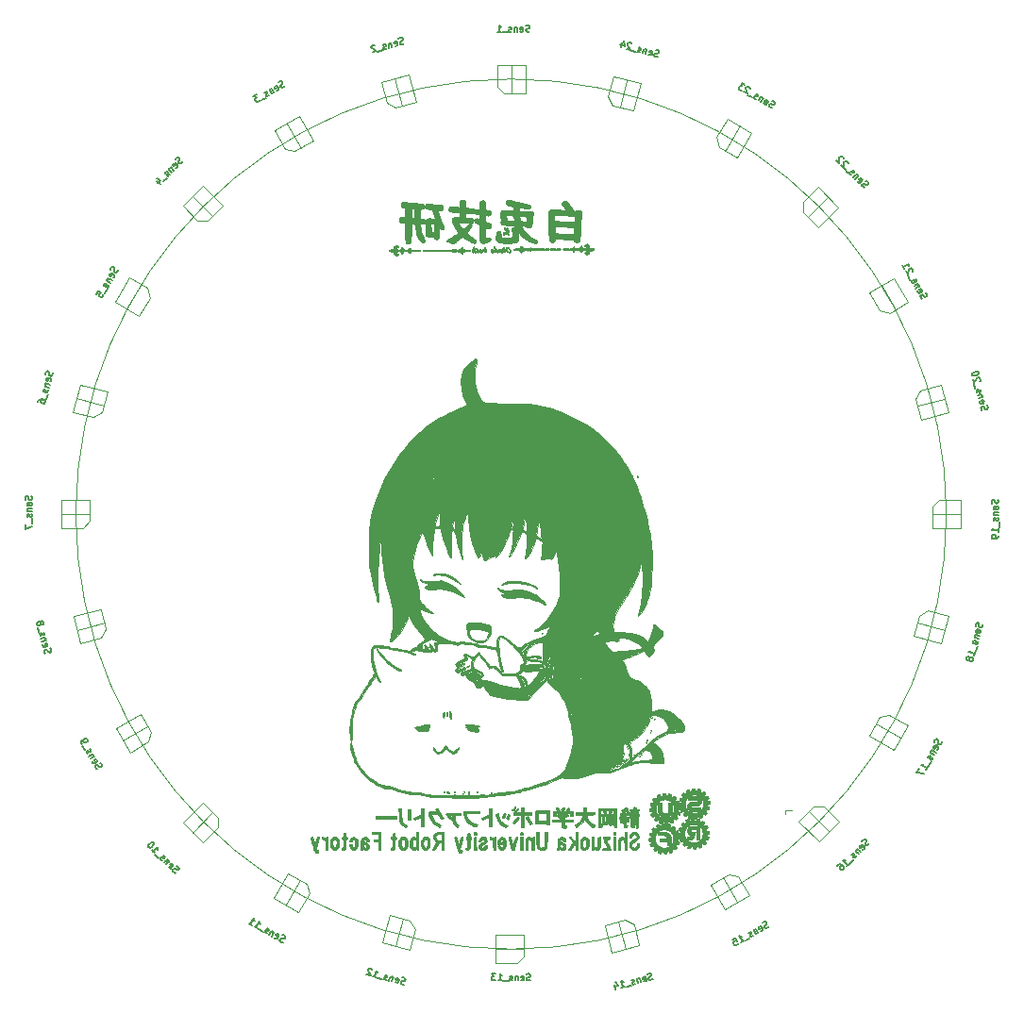
<source format=gbo>
G04 #@! TF.GenerationSoftware,KiCad,Pcbnew,(6.0.0-rc1-dev-1521-g81a0ab4d7)*
G04 #@! TF.CreationDate,2019-02-16T00:36:45+09:00
G04 #@! TF.ProjectId,lineses,6c696e65-7365-4732-9e6b-696361645f70,rev?*
G04 #@! TF.SameCoordinates,Original*
G04 #@! TF.FileFunction,Legend,Bot*
G04 #@! TF.FilePolarity,Positive*
%FSLAX46Y46*%
G04 Gerber Fmt 4.6, Leading zero omitted, Abs format (unit mm)*
G04 Created by KiCad (PCBNEW (6.0.0-rc1-dev-1521-g81a0ab4d7)) date 2019/02/16 0:36:45*
%MOMM*%
%LPD*%
G04 APERTURE LIST*
%ADD10C,0.120000*%
%ADD11C,0.010000*%
%ADD12C,0.150000*%
G04 APERTURE END LIST*
D10*
X103590000Y-94890000D02*
X103590000Y-95250000D01*
X104110000Y-94890000D02*
X103590000Y-94890000D01*
X118011190Y-68308780D02*
G75*
G03X118011190Y-68308780I-39051248J0D01*
G01*
D11*
G36*
X68594367Y-44166553D02*
G01*
X68555047Y-44184023D01*
X68510907Y-44221345D01*
X68499305Y-44232778D01*
X68447399Y-44298401D01*
X68428425Y-44362172D01*
X68441105Y-44430841D01*
X68455661Y-44462959D01*
X68482572Y-44515000D01*
X68345418Y-44515172D01*
X68258067Y-44518526D01*
X68190513Y-44530187D01*
X68127708Y-44552941D01*
X68118333Y-44557219D01*
X68053320Y-44592050D01*
X68021658Y-44622706D01*
X68022342Y-44653015D01*
X68054366Y-44686805D01*
X68079555Y-44704711D01*
X68119453Y-44728431D01*
X68159088Y-44743571D01*
X68208854Y-44752514D01*
X68279146Y-44757648D01*
X68317162Y-44759237D01*
X68388362Y-44763029D01*
X68443915Y-44768172D01*
X68476127Y-44773837D01*
X68481105Y-44776876D01*
X68471126Y-44798418D01*
X68454647Y-44822642D01*
X68428274Y-44884019D01*
X68434873Y-44951233D01*
X68473627Y-45019987D01*
X68497230Y-45046242D01*
X68544578Y-45088507D01*
X68584773Y-45108918D01*
X68631344Y-45114197D01*
X68633932Y-45114186D01*
X68688004Y-45108799D01*
X68731604Y-45096282D01*
X68736106Y-45093944D01*
X68780162Y-45059897D01*
X68820081Y-45015433D01*
X68846319Y-44972297D01*
X68851526Y-44951899D01*
X68843138Y-44929447D01*
X68813119Y-44913814D01*
X68755649Y-44902503D01*
X68728611Y-44899174D01*
X68694003Y-44882130D01*
X68681883Y-44847555D01*
X68691951Y-44804846D01*
X68723903Y-44763400D01*
X68733211Y-44755852D01*
X68780261Y-44733559D01*
X68844919Y-44718449D01*
X68915076Y-44711557D01*
X68978623Y-44713917D01*
X69023449Y-44726565D01*
X69029281Y-44730566D01*
X69084661Y-44793780D01*
X69105930Y-44862966D01*
X69104122Y-44896137D01*
X69104005Y-44940728D01*
X69119976Y-44956807D01*
X69147811Y-44944705D01*
X69183287Y-44904756D01*
X69193729Y-44889080D01*
X69234405Y-44834892D01*
X69285574Y-44779504D01*
X69302976Y-44763343D01*
X69369997Y-44704499D01*
X69521725Y-44713150D01*
X69635443Y-44725231D01*
X69717293Y-44747209D01*
X69769523Y-44779991D01*
X69794033Y-44823065D01*
X69815279Y-44857061D01*
X69848137Y-44866498D01*
X69881807Y-44854062D01*
X69905488Y-44822434D01*
X69910416Y-44794147D01*
X69924807Y-44764912D01*
X69959583Y-44737439D01*
X69961091Y-44736645D01*
X70007259Y-44697424D01*
X70024766Y-44648724D01*
X70013998Y-44599940D01*
X69975340Y-44560466D01*
X69953441Y-44549870D01*
X69917677Y-44521937D01*
X69910416Y-44491138D01*
X69898726Y-44446998D01*
X69870211Y-44418130D01*
X69834708Y-44414192D01*
X69832771Y-44414882D01*
X69807610Y-44436740D01*
X69783878Y-44474021D01*
X69751955Y-44517382D01*
X69715676Y-44544821D01*
X69668505Y-44559518D01*
X69600033Y-44571910D01*
X69523639Y-44580547D01*
X69452701Y-44583979D01*
X69400597Y-44580755D01*
X69395082Y-44579570D01*
X69354775Y-44559337D01*
X69303180Y-44520455D01*
X69250637Y-44472144D01*
X69207486Y-44423625D01*
X69189158Y-44395937D01*
X69162081Y-44363530D01*
X69135457Y-44358430D01*
X69118596Y-44380405D01*
X69116666Y-44397739D01*
X69102038Y-44454810D01*
X69064842Y-44512386D01*
X69015108Y-44557491D01*
X68980334Y-44574112D01*
X68913879Y-44580524D01*
X68822677Y-44567753D01*
X68815506Y-44566192D01*
X68751834Y-44549490D01*
X68714418Y-44531594D01*
X68694418Y-44507739D01*
X68690545Y-44498847D01*
X68675931Y-44439297D01*
X68688189Y-44400988D01*
X68729813Y-44379662D01*
X68763731Y-44373889D01*
X68821438Y-44360983D01*
X68847131Y-44337483D01*
X68841083Y-44301568D01*
X68803568Y-44251415D01*
X68785022Y-44232122D01*
X68738104Y-44189769D01*
X68698719Y-44168765D01*
X68653084Y-44162350D01*
X68642492Y-44162222D01*
X68594367Y-44166553D01*
X68594367Y-44166553D01*
G37*
X68594367Y-44166553D02*
X68555047Y-44184023D01*
X68510907Y-44221345D01*
X68499305Y-44232778D01*
X68447399Y-44298401D01*
X68428425Y-44362172D01*
X68441105Y-44430841D01*
X68455661Y-44462959D01*
X68482572Y-44515000D01*
X68345418Y-44515172D01*
X68258067Y-44518526D01*
X68190513Y-44530187D01*
X68127708Y-44552941D01*
X68118333Y-44557219D01*
X68053320Y-44592050D01*
X68021658Y-44622706D01*
X68022342Y-44653015D01*
X68054366Y-44686805D01*
X68079555Y-44704711D01*
X68119453Y-44728431D01*
X68159088Y-44743571D01*
X68208854Y-44752514D01*
X68279146Y-44757648D01*
X68317162Y-44759237D01*
X68388362Y-44763029D01*
X68443915Y-44768172D01*
X68476127Y-44773837D01*
X68481105Y-44776876D01*
X68471126Y-44798418D01*
X68454647Y-44822642D01*
X68428274Y-44884019D01*
X68434873Y-44951233D01*
X68473627Y-45019987D01*
X68497230Y-45046242D01*
X68544578Y-45088507D01*
X68584773Y-45108918D01*
X68631344Y-45114197D01*
X68633932Y-45114186D01*
X68688004Y-45108799D01*
X68731604Y-45096282D01*
X68736106Y-45093944D01*
X68780162Y-45059897D01*
X68820081Y-45015433D01*
X68846319Y-44972297D01*
X68851526Y-44951899D01*
X68843138Y-44929447D01*
X68813119Y-44913814D01*
X68755649Y-44902503D01*
X68728611Y-44899174D01*
X68694003Y-44882130D01*
X68681883Y-44847555D01*
X68691951Y-44804846D01*
X68723903Y-44763400D01*
X68733211Y-44755852D01*
X68780261Y-44733559D01*
X68844919Y-44718449D01*
X68915076Y-44711557D01*
X68978623Y-44713917D01*
X69023449Y-44726565D01*
X69029281Y-44730566D01*
X69084661Y-44793780D01*
X69105930Y-44862966D01*
X69104122Y-44896137D01*
X69104005Y-44940728D01*
X69119976Y-44956807D01*
X69147811Y-44944705D01*
X69183287Y-44904756D01*
X69193729Y-44889080D01*
X69234405Y-44834892D01*
X69285574Y-44779504D01*
X69302976Y-44763343D01*
X69369997Y-44704499D01*
X69521725Y-44713150D01*
X69635443Y-44725231D01*
X69717293Y-44747209D01*
X69769523Y-44779991D01*
X69794033Y-44823065D01*
X69815279Y-44857061D01*
X69848137Y-44866498D01*
X69881807Y-44854062D01*
X69905488Y-44822434D01*
X69910416Y-44794147D01*
X69924807Y-44764912D01*
X69959583Y-44737439D01*
X69961091Y-44736645D01*
X70007259Y-44697424D01*
X70024766Y-44648724D01*
X70013998Y-44599940D01*
X69975340Y-44560466D01*
X69953441Y-44549870D01*
X69917677Y-44521937D01*
X69910416Y-44491138D01*
X69898726Y-44446998D01*
X69870211Y-44418130D01*
X69834708Y-44414192D01*
X69832771Y-44414882D01*
X69807610Y-44436740D01*
X69783878Y-44474021D01*
X69751955Y-44517382D01*
X69715676Y-44544821D01*
X69668505Y-44559518D01*
X69600033Y-44571910D01*
X69523639Y-44580547D01*
X69452701Y-44583979D01*
X69400597Y-44580755D01*
X69395082Y-44579570D01*
X69354775Y-44559337D01*
X69303180Y-44520455D01*
X69250637Y-44472144D01*
X69207486Y-44423625D01*
X69189158Y-44395937D01*
X69162081Y-44363530D01*
X69135457Y-44358430D01*
X69118596Y-44380405D01*
X69116666Y-44397739D01*
X69102038Y-44454810D01*
X69064842Y-44512386D01*
X69015108Y-44557491D01*
X68980334Y-44574112D01*
X68913879Y-44580524D01*
X68822677Y-44567753D01*
X68815506Y-44566192D01*
X68751834Y-44549490D01*
X68714418Y-44531594D01*
X68694418Y-44507739D01*
X68690545Y-44498847D01*
X68675931Y-44439297D01*
X68688189Y-44400988D01*
X68729813Y-44379662D01*
X68763731Y-44373889D01*
X68821438Y-44360983D01*
X68847131Y-44337483D01*
X68841083Y-44301568D01*
X68803568Y-44251415D01*
X68785022Y-44232122D01*
X68738104Y-44189769D01*
X68698719Y-44168765D01*
X68653084Y-44162350D01*
X68642492Y-44162222D01*
X68594367Y-44166553D01*
G36*
X85703726Y-44053034D02*
G01*
X85663251Y-44071475D01*
X85617037Y-44110374D01*
X85609467Y-44117696D01*
X85558607Y-44173714D01*
X85538986Y-44214462D01*
X85551573Y-44242786D01*
X85597336Y-44261532D01*
X85661944Y-44271937D01*
X85694355Y-44282670D01*
X85705492Y-44312206D01*
X85706041Y-44327888D01*
X85689883Y-44383007D01*
X85642819Y-44424329D01*
X85566969Y-44450466D01*
X85506997Y-44458393D01*
X85445266Y-44460763D01*
X85404282Y-44454380D01*
X85369900Y-44435674D01*
X85348010Y-44418280D01*
X85310742Y-44380662D01*
X85294599Y-44340974D01*
X85291527Y-44292946D01*
X85284860Y-44238110D01*
X85267094Y-44214821D01*
X85241583Y-44224347D01*
X85213909Y-44263646D01*
X85178040Y-44316856D01*
X85128819Y-44371867D01*
X85075859Y-44419438D01*
X85028770Y-44450327D01*
X85013967Y-44455884D01*
X84965314Y-44460746D01*
X84895066Y-44459240D01*
X84816101Y-44452496D01*
X84741294Y-44441644D01*
X84683522Y-44427815D01*
X84679856Y-44426555D01*
X84626562Y-44391287D01*
X84605808Y-44354970D01*
X84579275Y-44315591D01*
X84543806Y-44303655D01*
X84509211Y-44316722D01*
X84485302Y-44352351D01*
X84480139Y-44386236D01*
X84471408Y-44417616D01*
X84456414Y-44426806D01*
X84421141Y-44442100D01*
X84390667Y-44479336D01*
X84374845Y-44525541D01*
X84374305Y-44534910D01*
X84387373Y-44586957D01*
X84422795Y-44616525D01*
X84448389Y-44620833D01*
X84474447Y-44634166D01*
X84480139Y-44662197D01*
X84492266Y-44704468D01*
X84521530Y-44739686D01*
X84557257Y-44757478D01*
X84576496Y-44755818D01*
X84599431Y-44731520D01*
X84603611Y-44712315D01*
X84620343Y-44667719D01*
X84670708Y-44632340D01*
X84754957Y-44606004D01*
X84758819Y-44605182D01*
X84864179Y-44589142D01*
X84954015Y-44587482D01*
X85020864Y-44600195D01*
X85032513Y-44605311D01*
X85082280Y-44638726D01*
X85135131Y-44685968D01*
X85179947Y-44736008D01*
X85205093Y-44776457D01*
X85228696Y-44808646D01*
X85256204Y-44810592D01*
X85279110Y-44785076D01*
X85288181Y-44749298D01*
X85304825Y-44697069D01*
X85338915Y-44644608D01*
X85343765Y-44639199D01*
X85384306Y-44605239D01*
X85431352Y-44588227D01*
X85492880Y-44587174D01*
X85576869Y-44601088D01*
X85603193Y-44606994D01*
X85657047Y-44621182D01*
X85686039Y-44636927D01*
X85699937Y-44662501D01*
X85706574Y-44694541D01*
X85711602Y-44751693D01*
X85698424Y-44783012D01*
X85661372Y-44795643D01*
X85625072Y-44797222D01*
X85569374Y-44804717D01*
X85545214Y-44827785D01*
X85552162Y-44867302D01*
X85573493Y-44902696D01*
X85636514Y-44967602D01*
X85708239Y-45001071D01*
X85784010Y-45001857D01*
X85847907Y-44976027D01*
X85916709Y-44917941D01*
X85953505Y-44849025D01*
X85957135Y-44772853D01*
X85934894Y-44708152D01*
X85907983Y-44656111D01*
X86045137Y-44655724D01*
X86175736Y-44644498D01*
X86280093Y-44611875D01*
X86355446Y-44559811D01*
X86373354Y-44530361D01*
X86363682Y-44501428D01*
X86324028Y-44469448D01*
X86276778Y-44443155D01*
X86227591Y-44424041D01*
X86166580Y-44413297D01*
X86083396Y-44409301D01*
X86059522Y-44409167D01*
X85991680Y-44407737D01*
X85939839Y-44403921D01*
X85912039Y-44398428D01*
X85909450Y-44395937D01*
X85919493Y-44372969D01*
X85935908Y-44348469D01*
X85962028Y-44287293D01*
X85954799Y-44219430D01*
X85914790Y-44147886D01*
X85892889Y-44122253D01*
X85848175Y-44078442D01*
X85811490Y-44056205D01*
X85769894Y-44048748D01*
X85752218Y-44048371D01*
X85703726Y-44053034D01*
X85703726Y-44053034D01*
G37*
X85703726Y-44053034D02*
X85663251Y-44071475D01*
X85617037Y-44110374D01*
X85609467Y-44117696D01*
X85558607Y-44173714D01*
X85538986Y-44214462D01*
X85551573Y-44242786D01*
X85597336Y-44261532D01*
X85661944Y-44271937D01*
X85694355Y-44282670D01*
X85705492Y-44312206D01*
X85706041Y-44327888D01*
X85689883Y-44383007D01*
X85642819Y-44424329D01*
X85566969Y-44450466D01*
X85506997Y-44458393D01*
X85445266Y-44460763D01*
X85404282Y-44454380D01*
X85369900Y-44435674D01*
X85348010Y-44418280D01*
X85310742Y-44380662D01*
X85294599Y-44340974D01*
X85291527Y-44292946D01*
X85284860Y-44238110D01*
X85267094Y-44214821D01*
X85241583Y-44224347D01*
X85213909Y-44263646D01*
X85178040Y-44316856D01*
X85128819Y-44371867D01*
X85075859Y-44419438D01*
X85028770Y-44450327D01*
X85013967Y-44455884D01*
X84965314Y-44460746D01*
X84895066Y-44459240D01*
X84816101Y-44452496D01*
X84741294Y-44441644D01*
X84683522Y-44427815D01*
X84679856Y-44426555D01*
X84626562Y-44391287D01*
X84605808Y-44354970D01*
X84579275Y-44315591D01*
X84543806Y-44303655D01*
X84509211Y-44316722D01*
X84485302Y-44352351D01*
X84480139Y-44386236D01*
X84471408Y-44417616D01*
X84456414Y-44426806D01*
X84421141Y-44442100D01*
X84390667Y-44479336D01*
X84374845Y-44525541D01*
X84374305Y-44534910D01*
X84387373Y-44586957D01*
X84422795Y-44616525D01*
X84448389Y-44620833D01*
X84474447Y-44634166D01*
X84480139Y-44662197D01*
X84492266Y-44704468D01*
X84521530Y-44739686D01*
X84557257Y-44757478D01*
X84576496Y-44755818D01*
X84599431Y-44731520D01*
X84603611Y-44712315D01*
X84620343Y-44667719D01*
X84670708Y-44632340D01*
X84754957Y-44606004D01*
X84758819Y-44605182D01*
X84864179Y-44589142D01*
X84954015Y-44587482D01*
X85020864Y-44600195D01*
X85032513Y-44605311D01*
X85082280Y-44638726D01*
X85135131Y-44685968D01*
X85179947Y-44736008D01*
X85205093Y-44776457D01*
X85228696Y-44808646D01*
X85256204Y-44810592D01*
X85279110Y-44785076D01*
X85288181Y-44749298D01*
X85304825Y-44697069D01*
X85338915Y-44644608D01*
X85343765Y-44639199D01*
X85384306Y-44605239D01*
X85431352Y-44588227D01*
X85492880Y-44587174D01*
X85576869Y-44601088D01*
X85603193Y-44606994D01*
X85657047Y-44621182D01*
X85686039Y-44636927D01*
X85699937Y-44662501D01*
X85706574Y-44694541D01*
X85711602Y-44751693D01*
X85698424Y-44783012D01*
X85661372Y-44795643D01*
X85625072Y-44797222D01*
X85569374Y-44804717D01*
X85545214Y-44827785D01*
X85552162Y-44867302D01*
X85573493Y-44902696D01*
X85636514Y-44967602D01*
X85708239Y-45001071D01*
X85784010Y-45001857D01*
X85847907Y-44976027D01*
X85916709Y-44917941D01*
X85953505Y-44849025D01*
X85957135Y-44772853D01*
X85934894Y-44708152D01*
X85907983Y-44656111D01*
X86045137Y-44655724D01*
X86175736Y-44644498D01*
X86280093Y-44611875D01*
X86355446Y-44559811D01*
X86373354Y-44530361D01*
X86363682Y-44501428D01*
X86324028Y-44469448D01*
X86276778Y-44443155D01*
X86227591Y-44424041D01*
X86166580Y-44413297D01*
X86083396Y-44409301D01*
X86059522Y-44409167D01*
X85991680Y-44407737D01*
X85939839Y-44403921D01*
X85912039Y-44398428D01*
X85909450Y-44395937D01*
X85919493Y-44372969D01*
X85935908Y-44348469D01*
X85962028Y-44287293D01*
X85954799Y-44219430D01*
X85914790Y-44147886D01*
X85892889Y-44122253D01*
X85848175Y-44078442D01*
X85811490Y-44056205D01*
X85769894Y-44048748D01*
X85752218Y-44048371D01*
X85703726Y-44053034D01*
G36*
X74567527Y-44350675D02*
G01*
X74539405Y-44375236D01*
X74495505Y-44411777D01*
X74428105Y-44454142D01*
X74347176Y-44497009D01*
X74262686Y-44535053D01*
X74192166Y-44560668D01*
X74135285Y-44577484D01*
X74099976Y-44583183D01*
X74074130Y-44577146D01*
X74045639Y-44558756D01*
X74037533Y-44552783D01*
X73987287Y-44525349D01*
X73935718Y-44522881D01*
X73924938Y-44524669D01*
X73850930Y-44522940D01*
X73815960Y-44509890D01*
X73759788Y-44495163D01*
X73706202Y-44504856D01*
X73666932Y-44535598D01*
X73656996Y-44555585D01*
X73646284Y-44618810D01*
X73647796Y-44688851D01*
X73660759Y-44747716D01*
X73665715Y-44758610D01*
X73695113Y-44789054D01*
X73740484Y-44794827D01*
X73806488Y-44776318D01*
X73818740Y-44771353D01*
X73878026Y-44755860D01*
X73932620Y-44755878D01*
X73998388Y-44751832D01*
X74031318Y-44735653D01*
X74090330Y-44713387D01*
X74146998Y-44714282D01*
X74212838Y-44730732D01*
X74293028Y-44761686D01*
X74376552Y-44801681D01*
X74452396Y-44845254D01*
X74509545Y-44886941D01*
X74524323Y-44901436D01*
X74571508Y-44944238D01*
X74607627Y-44954791D01*
X74628318Y-44939144D01*
X74632430Y-44910482D01*
X74628030Y-44879734D01*
X74633034Y-44833076D01*
X74672518Y-44791813D01*
X74746076Y-44756114D01*
X74853299Y-44726149D01*
X74993780Y-44702088D01*
X75077763Y-44692180D01*
X75179467Y-44678765D01*
X75246952Y-44663137D01*
X75279922Y-44645414D01*
X75278079Y-44625713D01*
X75267298Y-44617159D01*
X75239630Y-44610176D01*
X75188317Y-44605223D01*
X75130824Y-44603464D01*
X75050481Y-44599206D01*
X74966641Y-44588540D01*
X74919157Y-44578934D01*
X74855566Y-44563071D01*
X74798542Y-44549104D01*
X74774663Y-44543401D01*
X74731654Y-44524752D01*
X74681228Y-44491405D01*
X74664048Y-44477313D01*
X74626343Y-44440017D01*
X74614627Y-44414772D01*
X74621146Y-44398966D01*
X74631485Y-44366943D01*
X74614576Y-44343081D01*
X74595234Y-44338611D01*
X74567527Y-44350675D01*
X74567527Y-44350675D01*
G37*
X74567527Y-44350675D02*
X74539405Y-44375236D01*
X74495505Y-44411777D01*
X74428105Y-44454142D01*
X74347176Y-44497009D01*
X74262686Y-44535053D01*
X74192166Y-44560668D01*
X74135285Y-44577484D01*
X74099976Y-44583183D01*
X74074130Y-44577146D01*
X74045639Y-44558756D01*
X74037533Y-44552783D01*
X73987287Y-44525349D01*
X73935718Y-44522881D01*
X73924938Y-44524669D01*
X73850930Y-44522940D01*
X73815960Y-44509890D01*
X73759788Y-44495163D01*
X73706202Y-44504856D01*
X73666932Y-44535598D01*
X73656996Y-44555585D01*
X73646284Y-44618810D01*
X73647796Y-44688851D01*
X73660759Y-44747716D01*
X73665715Y-44758610D01*
X73695113Y-44789054D01*
X73740484Y-44794827D01*
X73806488Y-44776318D01*
X73818740Y-44771353D01*
X73878026Y-44755860D01*
X73932620Y-44755878D01*
X73998388Y-44751832D01*
X74031318Y-44735653D01*
X74090330Y-44713387D01*
X74146998Y-44714282D01*
X74212838Y-44730732D01*
X74293028Y-44761686D01*
X74376552Y-44801681D01*
X74452396Y-44845254D01*
X74509545Y-44886941D01*
X74524323Y-44901436D01*
X74571508Y-44944238D01*
X74607627Y-44954791D01*
X74628318Y-44939144D01*
X74632430Y-44910482D01*
X74628030Y-44879734D01*
X74633034Y-44833076D01*
X74672518Y-44791813D01*
X74746076Y-44756114D01*
X74853299Y-44726149D01*
X74993780Y-44702088D01*
X75077763Y-44692180D01*
X75179467Y-44678765D01*
X75246952Y-44663137D01*
X75279922Y-44645414D01*
X75278079Y-44625713D01*
X75267298Y-44617159D01*
X75239630Y-44610176D01*
X75188317Y-44605223D01*
X75130824Y-44603464D01*
X75050481Y-44599206D01*
X74966641Y-44588540D01*
X74919157Y-44578934D01*
X74855566Y-44563071D01*
X74798542Y-44549104D01*
X74774663Y-44543401D01*
X74731654Y-44524752D01*
X74681228Y-44491405D01*
X74664048Y-44477313D01*
X74626343Y-44440017D01*
X74614627Y-44414772D01*
X74621146Y-44398966D01*
X74631485Y-44366943D01*
X74614576Y-44343081D01*
X74595234Y-44338611D01*
X74567527Y-44350675D01*
G36*
X79799017Y-44248068D02*
G01*
X79797014Y-44271263D01*
X79788886Y-44318587D01*
X79762641Y-44358577D01*
X79715485Y-44392323D01*
X79644624Y-44420910D01*
X79547263Y-44445428D01*
X79420609Y-44466963D01*
X79261867Y-44486602D01*
X79236979Y-44489257D01*
X79172652Y-44499505D01*
X79140555Y-44513843D01*
X79135555Y-44524753D01*
X79140666Y-44540190D01*
X79159548Y-44551691D01*
X79197526Y-44560470D01*
X79259926Y-44567739D01*
X79352073Y-44574711D01*
X79356041Y-44574974D01*
X79485714Y-44590148D01*
X79597819Y-44616407D01*
X79688543Y-44652009D01*
X79754075Y-44695215D01*
X79790603Y-44744282D01*
X79797014Y-44776389D01*
X79803614Y-44814097D01*
X79825023Y-44824376D01*
X79863651Y-44807093D01*
X79912553Y-44770023D01*
X80050472Y-44676888D01*
X80203991Y-44612837D01*
X80239577Y-44602965D01*
X80294087Y-44590826D01*
X80329226Y-44590425D01*
X80359481Y-44603585D01*
X80384691Y-44621238D01*
X80425306Y-44647004D01*
X80456299Y-44651443D01*
X80485716Y-44641324D01*
X80526993Y-44629715D01*
X80562533Y-44642493D01*
X80569422Y-44647127D01*
X80626845Y-44670228D01*
X80688358Y-44669295D01*
X80728471Y-44651701D01*
X80752769Y-44615521D01*
X80767055Y-44558849D01*
X80770066Y-44495367D01*
X80760540Y-44438758D01*
X80750159Y-44416495D01*
X80708610Y-44382247D01*
X80651370Y-44375721D01*
X80585449Y-44397640D01*
X80582511Y-44399240D01*
X80529815Y-44414502D01*
X80481429Y-44414001D01*
X80410803Y-44418932D01*
X80377172Y-44435264D01*
X80328353Y-44455922D01*
X80268187Y-44455787D01*
X80258204Y-44454312D01*
X80189943Y-44436033D01*
X80108509Y-44403474D01*
X80024981Y-44362232D01*
X79950439Y-44317907D01*
X79895962Y-44276098D01*
X79886628Y-44266529D01*
X79844855Y-44229381D01*
X79814919Y-44223266D01*
X79799017Y-44248068D01*
X79799017Y-44248068D01*
G37*
X79799017Y-44248068D02*
X79797014Y-44271263D01*
X79788886Y-44318587D01*
X79762641Y-44358577D01*
X79715485Y-44392323D01*
X79644624Y-44420910D01*
X79547263Y-44445428D01*
X79420609Y-44466963D01*
X79261867Y-44486602D01*
X79236979Y-44489257D01*
X79172652Y-44499505D01*
X79140555Y-44513843D01*
X79135555Y-44524753D01*
X79140666Y-44540190D01*
X79159548Y-44551691D01*
X79197526Y-44560470D01*
X79259926Y-44567739D01*
X79352073Y-44574711D01*
X79356041Y-44574974D01*
X79485714Y-44590148D01*
X79597819Y-44616407D01*
X79688543Y-44652009D01*
X79754075Y-44695215D01*
X79790603Y-44744282D01*
X79797014Y-44776389D01*
X79803614Y-44814097D01*
X79825023Y-44824376D01*
X79863651Y-44807093D01*
X79912553Y-44770023D01*
X80050472Y-44676888D01*
X80203991Y-44612837D01*
X80239577Y-44602965D01*
X80294087Y-44590826D01*
X80329226Y-44590425D01*
X80359481Y-44603585D01*
X80384691Y-44621238D01*
X80425306Y-44647004D01*
X80456299Y-44651443D01*
X80485716Y-44641324D01*
X80526993Y-44629715D01*
X80562533Y-44642493D01*
X80569422Y-44647127D01*
X80626845Y-44670228D01*
X80688358Y-44669295D01*
X80728471Y-44651701D01*
X80752769Y-44615521D01*
X80767055Y-44558849D01*
X80770066Y-44495367D01*
X80760540Y-44438758D01*
X80750159Y-44416495D01*
X80708610Y-44382247D01*
X80651370Y-44375721D01*
X80585449Y-44397640D01*
X80582511Y-44399240D01*
X80529815Y-44414502D01*
X80481429Y-44414001D01*
X80410803Y-44418932D01*
X80377172Y-44435264D01*
X80328353Y-44455922D01*
X80268187Y-44455787D01*
X80258204Y-44454312D01*
X80189943Y-44436033D01*
X80108509Y-44403474D01*
X80024981Y-44362232D01*
X79950439Y-44317907D01*
X79895962Y-44276098D01*
X79886628Y-44266529D01*
X79844855Y-44229381D01*
X79814919Y-44223266D01*
X79799017Y-44248068D01*
G36*
X78540753Y-44346410D02*
G01*
X78492735Y-44372891D01*
X78463543Y-44422675D01*
X78456515Y-44446485D01*
X78453297Y-44522129D01*
X78476190Y-44600143D01*
X78519699Y-44674852D01*
X78578330Y-44740580D01*
X78646588Y-44791649D01*
X78718977Y-44822383D01*
X78790004Y-44827106D01*
X78818055Y-44819986D01*
X78872017Y-44787004D01*
X78900124Y-44734465D01*
X78904988Y-44689236D01*
X78822165Y-44689236D01*
X78820799Y-44713437D01*
X78803902Y-44737294D01*
X78765901Y-44746472D01*
X78717449Y-44741654D01*
X78669200Y-44723520D01*
X78639832Y-44701870D01*
X78594905Y-44654203D01*
X78568055Y-44615977D01*
X78550868Y-44573341D01*
X78541899Y-44540697D01*
X78534867Y-44487094D01*
X78539380Y-44439525D01*
X78552506Y-44404922D01*
X78571307Y-44390223D01*
X78592849Y-44402361D01*
X78597569Y-44409167D01*
X78622361Y-44423803D01*
X78643967Y-44426806D01*
X78670336Y-44430494D01*
X78695367Y-44445551D01*
X78726125Y-44477962D01*
X78768864Y-44532639D01*
X78810499Y-44607811D01*
X78822165Y-44689236D01*
X78904988Y-44689236D01*
X78906250Y-44677508D01*
X78893757Y-44595780D01*
X78854448Y-44513137D01*
X78785578Y-44424179D01*
X78767639Y-44404757D01*
X78725748Y-44364634D01*
X78688877Y-44345099D01*
X78640322Y-44338942D01*
X78614362Y-44338611D01*
X78540753Y-44346410D01*
X78540753Y-44346410D01*
G37*
X78540753Y-44346410D02*
X78492735Y-44372891D01*
X78463543Y-44422675D01*
X78456515Y-44446485D01*
X78453297Y-44522129D01*
X78476190Y-44600143D01*
X78519699Y-44674852D01*
X78578330Y-44740580D01*
X78646588Y-44791649D01*
X78718977Y-44822383D01*
X78790004Y-44827106D01*
X78818055Y-44819986D01*
X78872017Y-44787004D01*
X78900124Y-44734465D01*
X78904988Y-44689236D01*
X78822165Y-44689236D01*
X78820799Y-44713437D01*
X78803902Y-44737294D01*
X78765901Y-44746472D01*
X78717449Y-44741654D01*
X78669200Y-44723520D01*
X78639832Y-44701870D01*
X78594905Y-44654203D01*
X78568055Y-44615977D01*
X78550868Y-44573341D01*
X78541899Y-44540697D01*
X78534867Y-44487094D01*
X78539380Y-44439525D01*
X78552506Y-44404922D01*
X78571307Y-44390223D01*
X78592849Y-44402361D01*
X78597569Y-44409167D01*
X78622361Y-44423803D01*
X78643967Y-44426806D01*
X78670336Y-44430494D01*
X78695367Y-44445551D01*
X78726125Y-44477962D01*
X78768864Y-44532639D01*
X78810499Y-44607811D01*
X78822165Y-44689236D01*
X78904988Y-44689236D01*
X78906250Y-44677508D01*
X78893757Y-44595780D01*
X78854448Y-44513137D01*
X78785578Y-44424179D01*
X78767639Y-44404757D01*
X78725748Y-44364634D01*
X78688877Y-44345099D01*
X78640322Y-44338942D01*
X78614362Y-44338611D01*
X78540753Y-44346410D01*
G36*
X75550988Y-44313086D02*
G01*
X75549586Y-44334400D01*
X75557536Y-44376576D01*
X75563048Y-44396870D01*
X75579924Y-44458995D01*
X75593876Y-44518313D01*
X75595904Y-44528365D01*
X75602007Y-44566539D01*
X75595447Y-44575801D01*
X75570372Y-44561854D01*
X75565082Y-44558394D01*
X75516726Y-44534308D01*
X75479428Y-44523021D01*
X75437819Y-44526632D01*
X75409034Y-44547911D01*
X75402582Y-44578130D01*
X75407352Y-44589193D01*
X75418675Y-44618522D01*
X75432398Y-44669288D01*
X75440895Y-44707834D01*
X75461033Y-44776418D01*
X75487140Y-44818914D01*
X75516329Y-44832034D01*
X75539299Y-44819839D01*
X75550214Y-44796970D01*
X75547119Y-44757708D01*
X75537351Y-44718307D01*
X75523974Y-44656066D01*
X75526578Y-44624474D01*
X75544055Y-44623316D01*
X75575299Y-44652379D01*
X75619200Y-44711447D01*
X75636242Y-44737432D01*
X75676616Y-44796157D01*
X75705353Y-44825943D01*
X75726155Y-44829619D01*
X75739238Y-44816206D01*
X75739142Y-44793977D01*
X75732009Y-44745469D01*
X75719536Y-44678578D01*
X75703424Y-44601205D01*
X75685372Y-44521248D01*
X75667078Y-44446605D01*
X75650243Y-44385175D01*
X75639340Y-44351840D01*
X75614031Y-44316069D01*
X75579903Y-44302009D01*
X75550988Y-44313086D01*
X75550988Y-44313086D01*
G37*
X75550988Y-44313086D02*
X75549586Y-44334400D01*
X75557536Y-44376576D01*
X75563048Y-44396870D01*
X75579924Y-44458995D01*
X75593876Y-44518313D01*
X75595904Y-44528365D01*
X75602007Y-44566539D01*
X75595447Y-44575801D01*
X75570372Y-44561854D01*
X75565082Y-44558394D01*
X75516726Y-44534308D01*
X75479428Y-44523021D01*
X75437819Y-44526632D01*
X75409034Y-44547911D01*
X75402582Y-44578130D01*
X75407352Y-44589193D01*
X75418675Y-44618522D01*
X75432398Y-44669288D01*
X75440895Y-44707834D01*
X75461033Y-44776418D01*
X75487140Y-44818914D01*
X75516329Y-44832034D01*
X75539299Y-44819839D01*
X75550214Y-44796970D01*
X75547119Y-44757708D01*
X75537351Y-44718307D01*
X75523974Y-44656066D01*
X75526578Y-44624474D01*
X75544055Y-44623316D01*
X75575299Y-44652379D01*
X75619200Y-44711447D01*
X75636242Y-44737432D01*
X75676616Y-44796157D01*
X75705353Y-44825943D01*
X75726155Y-44829619D01*
X75739238Y-44816206D01*
X75739142Y-44793977D01*
X75732009Y-44745469D01*
X75719536Y-44678578D01*
X75703424Y-44601205D01*
X75685372Y-44521248D01*
X75667078Y-44446605D01*
X75650243Y-44385175D01*
X75639340Y-44351840D01*
X75614031Y-44316069D01*
X75579903Y-44302009D01*
X75550988Y-44313086D01*
G36*
X78259925Y-44309762D02*
G01*
X78248959Y-44318568D01*
X78240645Y-44340630D01*
X78246236Y-44381290D01*
X78265643Y-44444382D01*
X78282462Y-44498652D01*
X78290595Y-44536843D01*
X78288614Y-44550278D01*
X78268468Y-44539225D01*
X78233874Y-44511419D01*
X78218333Y-44497361D01*
X78174424Y-44459565D01*
X78147276Y-44446655D01*
X78130530Y-44456873D01*
X78123654Y-44471178D01*
X78129023Y-44501662D01*
X78159101Y-44541446D01*
X78164206Y-44546467D01*
X78195713Y-44579831D01*
X78203647Y-44602679D01*
X78191737Y-44626837D01*
X78190216Y-44628939D01*
X78174913Y-44664760D01*
X78166809Y-44712904D01*
X78166075Y-44761703D01*
X78172885Y-44799489D01*
X78187412Y-44814591D01*
X78187465Y-44814591D01*
X78228399Y-44801058D01*
X78251237Y-44759769D01*
X78256586Y-44727871D01*
X78270057Y-44679047D01*
X78293720Y-44660156D01*
X78321134Y-44670021D01*
X78345858Y-44707462D01*
X78357497Y-44746329D01*
X78375120Y-44789304D01*
X78401462Y-44812058D01*
X78428216Y-44809268D01*
X78438279Y-44798096D01*
X78441310Y-44769769D01*
X78433090Y-44726091D01*
X78431895Y-44722154D01*
X78408910Y-44645715D01*
X78380985Y-44548009D01*
X78351792Y-44441978D01*
X78341385Y-44403151D01*
X78317827Y-44339759D01*
X78290131Y-44308132D01*
X78259925Y-44309762D01*
X78259925Y-44309762D01*
G37*
X78259925Y-44309762D02*
X78248959Y-44318568D01*
X78240645Y-44340630D01*
X78246236Y-44381290D01*
X78265643Y-44444382D01*
X78282462Y-44498652D01*
X78290595Y-44536843D01*
X78288614Y-44550278D01*
X78268468Y-44539225D01*
X78233874Y-44511419D01*
X78218333Y-44497361D01*
X78174424Y-44459565D01*
X78147276Y-44446655D01*
X78130530Y-44456873D01*
X78123654Y-44471178D01*
X78129023Y-44501662D01*
X78159101Y-44541446D01*
X78164206Y-44546467D01*
X78195713Y-44579831D01*
X78203647Y-44602679D01*
X78191737Y-44626837D01*
X78190216Y-44628939D01*
X78174913Y-44664760D01*
X78166809Y-44712904D01*
X78166075Y-44761703D01*
X78172885Y-44799489D01*
X78187412Y-44814591D01*
X78187465Y-44814591D01*
X78228399Y-44801058D01*
X78251237Y-44759769D01*
X78256586Y-44727871D01*
X78270057Y-44679047D01*
X78293720Y-44660156D01*
X78321134Y-44670021D01*
X78345858Y-44707462D01*
X78357497Y-44746329D01*
X78375120Y-44789304D01*
X78401462Y-44812058D01*
X78428216Y-44809268D01*
X78438279Y-44798096D01*
X78441310Y-44769769D01*
X78433090Y-44726091D01*
X78431895Y-44722154D01*
X78408910Y-44645715D01*
X78380985Y-44548009D01*
X78351792Y-44441978D01*
X78341385Y-44403151D01*
X78317827Y-44339759D01*
X78290131Y-44308132D01*
X78259925Y-44309762D01*
G36*
X77820198Y-44588607D02*
G01*
X77830331Y-44647372D01*
X77842613Y-44695083D01*
X77848929Y-44710919D01*
X77863223Y-44755513D01*
X77865555Y-44778424D01*
X77873853Y-44808415D01*
X77900935Y-44811867D01*
X77939164Y-44795588D01*
X77975372Y-44785389D01*
X77994449Y-44795588D01*
X78027989Y-44813175D01*
X78067891Y-44799917D01*
X78081632Y-44790307D01*
X78109761Y-44748819D01*
X78110878Y-44692117D01*
X78108468Y-44685644D01*
X78024305Y-44685644D01*
X78018107Y-44719110D01*
X77998704Y-44721697D01*
X77964885Y-44693200D01*
X77946498Y-44672397D01*
X77919422Y-44632366D01*
X77903547Y-44594141D01*
X77900650Y-44566127D01*
X77912509Y-44556735D01*
X77922882Y-44560680D01*
X77975895Y-44600616D01*
X78012506Y-44647271D01*
X78024305Y-44685644D01*
X78108468Y-44685644D01*
X78086273Y-44626045D01*
X78037237Y-44556448D01*
X78027669Y-44545868D01*
X77991926Y-44514901D01*
X77951243Y-44500624D01*
X77895261Y-44497361D01*
X77808094Y-44497361D01*
X77820198Y-44588607D01*
X77820198Y-44588607D01*
G37*
X77820198Y-44588607D02*
X77830331Y-44647372D01*
X77842613Y-44695083D01*
X77848929Y-44710919D01*
X77863223Y-44755513D01*
X77865555Y-44778424D01*
X77873853Y-44808415D01*
X77900935Y-44811867D01*
X77939164Y-44795588D01*
X77975372Y-44785389D01*
X77994449Y-44795588D01*
X78027989Y-44813175D01*
X78067891Y-44799917D01*
X78081632Y-44790307D01*
X78109761Y-44748819D01*
X78110878Y-44692117D01*
X78108468Y-44685644D01*
X78024305Y-44685644D01*
X78018107Y-44719110D01*
X77998704Y-44721697D01*
X77964885Y-44693200D01*
X77946498Y-44672397D01*
X77919422Y-44632366D01*
X77903547Y-44594141D01*
X77900650Y-44566127D01*
X77912509Y-44556735D01*
X77922882Y-44560680D01*
X77975895Y-44600616D01*
X78012506Y-44647271D01*
X78024305Y-44685644D01*
X78108468Y-44685644D01*
X78086273Y-44626045D01*
X78037237Y-44556448D01*
X78027669Y-44545868D01*
X77991926Y-44514901D01*
X77951243Y-44500624D01*
X77895261Y-44497361D01*
X77808094Y-44497361D01*
X77820198Y-44588607D01*
G36*
X77415764Y-44274537D02*
G01*
X77404352Y-44285323D01*
X77401430Y-44310959D01*
X77407483Y-44356934D01*
X77422999Y-44428733D01*
X77433192Y-44470903D01*
X77450425Y-44548680D01*
X77464834Y-44627576D01*
X77472373Y-44682569D01*
X77482818Y-44752375D01*
X77499073Y-44791102D01*
X77524341Y-44802852D01*
X77558693Y-44793184D01*
X77597979Y-44782392D01*
X77622617Y-44794173D01*
X77658911Y-44811144D01*
X77706507Y-44813237D01*
X77746892Y-44800642D01*
X77755886Y-44792812D01*
X77777097Y-44741880D01*
X77773520Y-44699407D01*
X77689166Y-44699407D01*
X77679631Y-44735281D01*
X77652654Y-44741260D01*
X77617082Y-44721696D01*
X77582307Y-44685001D01*
X77559157Y-44642124D01*
X77550147Y-44602325D01*
X77557791Y-44574859D01*
X77575315Y-44567917D01*
X77612778Y-44582579D01*
X77651182Y-44618475D01*
X77680020Y-44663472D01*
X77689166Y-44699407D01*
X77773520Y-44699407D01*
X77772005Y-44681433D01*
X77745195Y-44619007D01*
X77701248Y-44562138D01*
X77644746Y-44518361D01*
X77580272Y-44495213D01*
X77574441Y-44494423D01*
X77544373Y-44487323D01*
X77525527Y-44468814D01*
X77511451Y-44429831D01*
X77502832Y-44393837D01*
X77479533Y-44319857D01*
X77450573Y-44279880D01*
X77416287Y-44274365D01*
X77415764Y-44274537D01*
X77415764Y-44274537D01*
G37*
X77415764Y-44274537D02*
X77404352Y-44285323D01*
X77401430Y-44310959D01*
X77407483Y-44356934D01*
X77422999Y-44428733D01*
X77433192Y-44470903D01*
X77450425Y-44548680D01*
X77464834Y-44627576D01*
X77472373Y-44682569D01*
X77482818Y-44752375D01*
X77499073Y-44791102D01*
X77524341Y-44802852D01*
X77558693Y-44793184D01*
X77597979Y-44782392D01*
X77622617Y-44794173D01*
X77658911Y-44811144D01*
X77706507Y-44813237D01*
X77746892Y-44800642D01*
X77755886Y-44792812D01*
X77777097Y-44741880D01*
X77773520Y-44699407D01*
X77689166Y-44699407D01*
X77679631Y-44735281D01*
X77652654Y-44741260D01*
X77617082Y-44721696D01*
X77582307Y-44685001D01*
X77559157Y-44642124D01*
X77550147Y-44602325D01*
X77557791Y-44574859D01*
X77575315Y-44567917D01*
X77612778Y-44582579D01*
X77651182Y-44618475D01*
X77680020Y-44663472D01*
X77689166Y-44699407D01*
X77773520Y-44699407D01*
X77772005Y-44681433D01*
X77745195Y-44619007D01*
X77701248Y-44562138D01*
X77644746Y-44518361D01*
X77580272Y-44495213D01*
X77574441Y-44494423D01*
X77544373Y-44487323D01*
X77525527Y-44468814D01*
X77511451Y-44429831D01*
X77502832Y-44393837D01*
X77479533Y-44319857D01*
X77450573Y-44279880D01*
X77416287Y-44274365D01*
X77415764Y-44274537D01*
G36*
X77184199Y-44500716D02*
G01*
X77130067Y-44507193D01*
X77105131Y-44519165D01*
X77101944Y-44532639D01*
X77110292Y-44578925D01*
X77123559Y-44639048D01*
X77138943Y-44701748D01*
X77153641Y-44755759D01*
X77164850Y-44789819D01*
X77167090Y-44794424D01*
X77195275Y-44813601D01*
X77228272Y-44805328D01*
X77244233Y-44787288D01*
X77259008Y-44768803D01*
X77275793Y-44779392D01*
X77282547Y-44787288D01*
X77317866Y-44812505D01*
X77355045Y-44803135D01*
X77377752Y-44782604D01*
X77403074Y-44730345D01*
X77402193Y-44716103D01*
X77336389Y-44716103D01*
X77325701Y-44729166D01*
X77299492Y-44721045D01*
X77266537Y-44696129D01*
X77242881Y-44669340D01*
X77211864Y-44622795D01*
X77190295Y-44581924D01*
X77182363Y-44555523D01*
X77186182Y-44550278D01*
X77227223Y-44564823D01*
X77271944Y-44601335D01*
X77310665Y-44649130D01*
X77333709Y-44697525D01*
X77336389Y-44716103D01*
X77402193Y-44716103D01*
X77399163Y-44667134D01*
X77367623Y-44599153D01*
X77313757Y-44535994D01*
X77277968Y-44510145D01*
X77235676Y-44500048D01*
X77184199Y-44500716D01*
X77184199Y-44500716D01*
G37*
X77184199Y-44500716D02*
X77130067Y-44507193D01*
X77105131Y-44519165D01*
X77101944Y-44532639D01*
X77110292Y-44578925D01*
X77123559Y-44639048D01*
X77138943Y-44701748D01*
X77153641Y-44755759D01*
X77164850Y-44789819D01*
X77167090Y-44794424D01*
X77195275Y-44813601D01*
X77228272Y-44805328D01*
X77244233Y-44787288D01*
X77259008Y-44768803D01*
X77275793Y-44779392D01*
X77282547Y-44787288D01*
X77317866Y-44812505D01*
X77355045Y-44803135D01*
X77377752Y-44782604D01*
X77403074Y-44730345D01*
X77402193Y-44716103D01*
X77336389Y-44716103D01*
X77325701Y-44729166D01*
X77299492Y-44721045D01*
X77266537Y-44696129D01*
X77242881Y-44669340D01*
X77211864Y-44622795D01*
X77190295Y-44581924D01*
X77182363Y-44555523D01*
X77186182Y-44550278D01*
X77227223Y-44564823D01*
X77271944Y-44601335D01*
X77310665Y-44649130D01*
X77333709Y-44697525D01*
X77336389Y-44716103D01*
X77402193Y-44716103D01*
X77399163Y-44667134D01*
X77367623Y-44599153D01*
X77313757Y-44535994D01*
X77277968Y-44510145D01*
X77235676Y-44500048D01*
X77184199Y-44500716D01*
G36*
X76552169Y-44360837D02*
G01*
X76543694Y-44380951D01*
X76545597Y-44426124D01*
X76545662Y-44426806D01*
X76552390Y-44497361D01*
X76474225Y-44497361D01*
X76426791Y-44498199D01*
X76408964Y-44503595D01*
X76415073Y-44517877D01*
X76427986Y-44532639D01*
X76464130Y-44559461D01*
X76493615Y-44567917D01*
X76552754Y-44580554D01*
X76586884Y-44617869D01*
X76595555Y-44665551D01*
X76588515Y-44711603D01*
X76567460Y-44725304D01*
X76532487Y-44706635D01*
X76507361Y-44682569D01*
X76472011Y-44652892D01*
X76440032Y-44638292D01*
X76421007Y-44642351D01*
X76419166Y-44649619D01*
X76427639Y-44670419D01*
X76448712Y-44708351D01*
X76456021Y-44720398D01*
X76506394Y-44782822D01*
X76558567Y-44811527D01*
X76610802Y-44805997D01*
X76650163Y-44777892D01*
X76675065Y-44742213D01*
X76681720Y-44695715D01*
X76679920Y-44667649D01*
X76680531Y-44608160D01*
X76697659Y-44575701D01*
X76698562Y-44575002D01*
X76714237Y-44548743D01*
X76701505Y-44525045D01*
X76667073Y-44515000D01*
X76644745Y-44505998D01*
X76630314Y-44474086D01*
X76622936Y-44435625D01*
X76612279Y-44385188D01*
X76596895Y-44361568D01*
X76574983Y-44356250D01*
X76552169Y-44360837D01*
X76552169Y-44360837D01*
G37*
X76552169Y-44360837D02*
X76543694Y-44380951D01*
X76545597Y-44426124D01*
X76545662Y-44426806D01*
X76552390Y-44497361D01*
X76474225Y-44497361D01*
X76426791Y-44498199D01*
X76408964Y-44503595D01*
X76415073Y-44517877D01*
X76427986Y-44532639D01*
X76464130Y-44559461D01*
X76493615Y-44567917D01*
X76552754Y-44580554D01*
X76586884Y-44617869D01*
X76595555Y-44665551D01*
X76588515Y-44711603D01*
X76567460Y-44725304D01*
X76532487Y-44706635D01*
X76507361Y-44682569D01*
X76472011Y-44652892D01*
X76440032Y-44638292D01*
X76421007Y-44642351D01*
X76419166Y-44649619D01*
X76427639Y-44670419D01*
X76448712Y-44708351D01*
X76456021Y-44720398D01*
X76506394Y-44782822D01*
X76558567Y-44811527D01*
X76610802Y-44805997D01*
X76650163Y-44777892D01*
X76675065Y-44742213D01*
X76681720Y-44695715D01*
X76679920Y-44667649D01*
X76680531Y-44608160D01*
X76697659Y-44575701D01*
X76698562Y-44575002D01*
X76714237Y-44548743D01*
X76701505Y-44525045D01*
X76667073Y-44515000D01*
X76644745Y-44505998D01*
X76630314Y-44474086D01*
X76622936Y-44435625D01*
X76612279Y-44385188D01*
X76596895Y-44361568D01*
X76574983Y-44356250D01*
X76552169Y-44360837D01*
G36*
X76120678Y-44509330D02*
G01*
X76089270Y-44542012D01*
X76084027Y-44568370D01*
X76096927Y-44600523D01*
X76127346Y-44637232D01*
X76162866Y-44665635D01*
X76185758Y-44673750D01*
X76219946Y-44680888D01*
X76256048Y-44697584D01*
X76281374Y-44716762D01*
X76285281Y-44729246D01*
X76259455Y-44742047D01*
X76216233Y-44741967D01*
X76170528Y-44730292D01*
X76146802Y-44717286D01*
X76108377Y-44694311D01*
X76088581Y-44699445D01*
X76084027Y-44724638D01*
X76097757Y-44757827D01*
X76127504Y-44786374D01*
X76172299Y-44804299D01*
X76229861Y-44813219D01*
X76287045Y-44812742D01*
X76330706Y-44802479D01*
X76343969Y-44792812D01*
X76359152Y-44760858D01*
X76372073Y-44713872D01*
X76372481Y-44711761D01*
X76376066Y-44676517D01*
X76367579Y-44647214D01*
X76348775Y-44622631D01*
X76256731Y-44622631D01*
X76252645Y-44629024D01*
X76219350Y-44616099D01*
X76216457Y-44614764D01*
X76184159Y-44595541D01*
X76172360Y-44581146D01*
X76183252Y-44568259D01*
X76209730Y-44577172D01*
X76232698Y-44595635D01*
X76256731Y-44622631D01*
X76348775Y-44622631D01*
X76341862Y-44613595D01*
X76303731Y-44575060D01*
X76241954Y-44522897D01*
X76192325Y-44499349D01*
X76175073Y-44497361D01*
X76120678Y-44509330D01*
X76120678Y-44509330D01*
G37*
X76120678Y-44509330D02*
X76089270Y-44542012D01*
X76084027Y-44568370D01*
X76096927Y-44600523D01*
X76127346Y-44637232D01*
X76162866Y-44665635D01*
X76185758Y-44673750D01*
X76219946Y-44680888D01*
X76256048Y-44697584D01*
X76281374Y-44716762D01*
X76285281Y-44729246D01*
X76259455Y-44742047D01*
X76216233Y-44741967D01*
X76170528Y-44730292D01*
X76146802Y-44717286D01*
X76108377Y-44694311D01*
X76088581Y-44699445D01*
X76084027Y-44724638D01*
X76097757Y-44757827D01*
X76127504Y-44786374D01*
X76172299Y-44804299D01*
X76229861Y-44813219D01*
X76287045Y-44812742D01*
X76330706Y-44802479D01*
X76343969Y-44792812D01*
X76359152Y-44760858D01*
X76372073Y-44713872D01*
X76372481Y-44711761D01*
X76376066Y-44676517D01*
X76367579Y-44647214D01*
X76348775Y-44622631D01*
X76256731Y-44622631D01*
X76252645Y-44629024D01*
X76219350Y-44616099D01*
X76216457Y-44614764D01*
X76184159Y-44595541D01*
X76172360Y-44581146D01*
X76183252Y-44568259D01*
X76209730Y-44577172D01*
X76232698Y-44595635D01*
X76256731Y-44622631D01*
X76348775Y-44622631D01*
X76341862Y-44613595D01*
X76303731Y-44575060D01*
X76241954Y-44522897D01*
X76192325Y-44499349D01*
X76175073Y-44497361D01*
X76120678Y-44509330D01*
G36*
X75821743Y-44466143D02*
G01*
X75797828Y-44488328D01*
X75792986Y-44515000D01*
X75798885Y-44546048D01*
X75823291Y-44561740D01*
X75854722Y-44567917D01*
X75895615Y-44578108D01*
X75920491Y-44600746D01*
X75940557Y-44646485D01*
X75942135Y-44651013D01*
X75955128Y-44698432D01*
X75957891Y-44731222D01*
X75955470Y-44737632D01*
X75933570Y-44738072D01*
X75894810Y-44723655D01*
X75884200Y-44718240D01*
X75830825Y-44695247D01*
X75800699Y-44693750D01*
X75796601Y-44711457D01*
X75821309Y-44746076D01*
X75834539Y-44759214D01*
X75892766Y-44799728D01*
X75950005Y-44814936D01*
X75998034Y-44803220D01*
X76009944Y-44793694D01*
X76027042Y-44755447D01*
X76030028Y-44698238D01*
X76019765Y-44635050D01*
X75997113Y-44578866D01*
X75995522Y-44576233D01*
X75953259Y-44522786D01*
X75905908Y-44485322D01*
X75859920Y-44465791D01*
X75821743Y-44466143D01*
X75821743Y-44466143D01*
G37*
X75821743Y-44466143D02*
X75797828Y-44488328D01*
X75792986Y-44515000D01*
X75798885Y-44546048D01*
X75823291Y-44561740D01*
X75854722Y-44567917D01*
X75895615Y-44578108D01*
X75920491Y-44600746D01*
X75940557Y-44646485D01*
X75942135Y-44651013D01*
X75955128Y-44698432D01*
X75957891Y-44731222D01*
X75955470Y-44737632D01*
X75933570Y-44738072D01*
X75894810Y-44723655D01*
X75884200Y-44718240D01*
X75830825Y-44695247D01*
X75800699Y-44693750D01*
X75796601Y-44711457D01*
X75821309Y-44746076D01*
X75834539Y-44759214D01*
X75892766Y-44799728D01*
X75950005Y-44814936D01*
X75998034Y-44803220D01*
X76009944Y-44793694D01*
X76027042Y-44755447D01*
X76030028Y-44698238D01*
X76019765Y-44635050D01*
X75997113Y-44578866D01*
X75995522Y-44576233D01*
X75953259Y-44522786D01*
X75905908Y-44485322D01*
X75859920Y-44465791D01*
X75821743Y-44466143D01*
G36*
X73496626Y-44581082D02*
G01*
X73462497Y-44612832D01*
X73448003Y-44645044D01*
X73457695Y-44675427D01*
X73465886Y-44687797D01*
X73506220Y-44721037D01*
X73552498Y-44721405D01*
X73586865Y-44698948D01*
X73612327Y-44656879D01*
X73602697Y-44615064D01*
X73585926Y-44594696D01*
X73542720Y-44572576D01*
X73496626Y-44581082D01*
X73496626Y-44581082D01*
G37*
X73496626Y-44581082D02*
X73462497Y-44612832D01*
X73448003Y-44645044D01*
X73457695Y-44675427D01*
X73465886Y-44687797D01*
X73506220Y-44721037D01*
X73552498Y-44721405D01*
X73586865Y-44698948D01*
X73612327Y-44656879D01*
X73602697Y-44615064D01*
X73585926Y-44594696D01*
X73542720Y-44572576D01*
X73496626Y-44581082D01*
G36*
X73292033Y-44581211D02*
G01*
X73258731Y-44608429D01*
X73253184Y-44620208D01*
X73252365Y-44667681D01*
X73275597Y-44704813D01*
X73313301Y-44725249D01*
X73355902Y-44722636D01*
X73381750Y-44705500D01*
X73400857Y-44664947D01*
X73397173Y-44617453D01*
X73376687Y-44585746D01*
X73336822Y-44572124D01*
X73292033Y-44581211D01*
X73292033Y-44581211D01*
G37*
X73292033Y-44581211D02*
X73258731Y-44608429D01*
X73253184Y-44620208D01*
X73252365Y-44667681D01*
X73275597Y-44704813D01*
X73313301Y-44725249D01*
X73355902Y-44722636D01*
X73381750Y-44705500D01*
X73400857Y-44664947D01*
X73397173Y-44617453D01*
X73376687Y-44585746D01*
X73336822Y-44572124D01*
X73292033Y-44581211D01*
G36*
X73074665Y-44591993D02*
G01*
X73064332Y-44603069D01*
X73042971Y-44635921D01*
X73045489Y-44662596D01*
X73056080Y-44680693D01*
X73093092Y-44713725D01*
X73137424Y-44723637D01*
X73176627Y-44709407D01*
X73191041Y-44691780D01*
X73202701Y-44642872D01*
X73188466Y-44602539D01*
X73156764Y-44576682D01*
X73116021Y-44571200D01*
X73074665Y-44591993D01*
X73074665Y-44591993D01*
G37*
X73074665Y-44591993D02*
X73064332Y-44603069D01*
X73042971Y-44635921D01*
X73045489Y-44662596D01*
X73056080Y-44680693D01*
X73093092Y-44713725D01*
X73137424Y-44723637D01*
X73176627Y-44709407D01*
X73191041Y-44691780D01*
X73202701Y-44642872D01*
X73188466Y-44602539D01*
X73156764Y-44576682D01*
X73116021Y-44571200D01*
X73074665Y-44591993D01*
G36*
X72896977Y-44578005D02*
G01*
X72853347Y-44616956D01*
X72844873Y-44656810D01*
X72863996Y-44690356D01*
X72908323Y-44721592D01*
X72951857Y-44721389D01*
X72978777Y-44701179D01*
X72995373Y-44661059D01*
X72989027Y-44619532D01*
X72965933Y-44585926D01*
X72932288Y-44569570D01*
X72896977Y-44578005D01*
X72896977Y-44578005D01*
G37*
X72896977Y-44578005D02*
X72853347Y-44616956D01*
X72844873Y-44656810D01*
X72863996Y-44690356D01*
X72908323Y-44721592D01*
X72951857Y-44721389D01*
X72978777Y-44701179D01*
X72995373Y-44661059D01*
X72989027Y-44619532D01*
X72965933Y-44585926D01*
X72932288Y-44569570D01*
X72896977Y-44578005D01*
G36*
X72692861Y-44577585D02*
G01*
X72659904Y-44604980D01*
X72644587Y-44645551D01*
X72652833Y-44688486D01*
X72665611Y-44705500D01*
X72705976Y-44725073D01*
X72751162Y-44720145D01*
X72784784Y-44692729D01*
X72785912Y-44690723D01*
X72797255Y-44639820D01*
X72778425Y-44597412D01*
X72737538Y-44574176D01*
X72692861Y-44577585D01*
X72692861Y-44577585D01*
G37*
X72692861Y-44577585D02*
X72659904Y-44604980D01*
X72644587Y-44645551D01*
X72652833Y-44688486D01*
X72665611Y-44705500D01*
X72705976Y-44725073D01*
X72751162Y-44720145D01*
X72784784Y-44692729D01*
X72785912Y-44690723D01*
X72797255Y-44639820D01*
X72778425Y-44597412D01*
X72737538Y-44574176D01*
X72692861Y-44577585D01*
G36*
X72498283Y-44581211D02*
G01*
X72464981Y-44608429D01*
X72459434Y-44620208D01*
X72458615Y-44667681D01*
X72481847Y-44704813D01*
X72519551Y-44725249D01*
X72562152Y-44722636D01*
X72588000Y-44705500D01*
X72607107Y-44664947D01*
X72603423Y-44617453D01*
X72582937Y-44585746D01*
X72543072Y-44572124D01*
X72498283Y-44581211D01*
X72498283Y-44581211D01*
G37*
X72498283Y-44581211D02*
X72464981Y-44608429D01*
X72459434Y-44620208D01*
X72458615Y-44667681D01*
X72481847Y-44704813D01*
X72519551Y-44725249D01*
X72562152Y-44722636D01*
X72588000Y-44705500D01*
X72607107Y-44664947D01*
X72603423Y-44617453D01*
X72582937Y-44585746D01*
X72543072Y-44572124D01*
X72498283Y-44581211D01*
G36*
X72293941Y-44582914D02*
G01*
X72265908Y-44619171D01*
X72259044Y-44663582D01*
X72267941Y-44688349D01*
X72302737Y-44717234D01*
X72346950Y-44723116D01*
X72386023Y-44705785D01*
X72398128Y-44690215D01*
X72409103Y-44641025D01*
X72393875Y-44597741D01*
X72358049Y-44571355D01*
X72335764Y-44567917D01*
X72293941Y-44582914D01*
X72293941Y-44582914D01*
G37*
X72293941Y-44582914D02*
X72265908Y-44619171D01*
X72259044Y-44663582D01*
X72267941Y-44688349D01*
X72302737Y-44717234D01*
X72346950Y-44723116D01*
X72386023Y-44705785D01*
X72398128Y-44690215D01*
X72409103Y-44641025D01*
X72393875Y-44597741D01*
X72358049Y-44571355D01*
X72335764Y-44567917D01*
X72293941Y-44582914D01*
G36*
X72097622Y-44581265D02*
G01*
X72063825Y-44611978D01*
X72045309Y-44646060D01*
X72044722Y-44651830D01*
X72059774Y-44689721D01*
X72096100Y-44715159D01*
X72140460Y-44722980D01*
X72179612Y-44708018D01*
X72182305Y-44705500D01*
X72202787Y-44664954D01*
X72198565Y-44620255D01*
X72174159Y-44583789D01*
X72134087Y-44567946D01*
X72132122Y-44567917D01*
X72097622Y-44581265D01*
X72097622Y-44581265D01*
G37*
X72097622Y-44581265D02*
X72063825Y-44611978D01*
X72045309Y-44646060D01*
X72044722Y-44651830D01*
X72059774Y-44689721D01*
X72096100Y-44715159D01*
X72140460Y-44722980D01*
X72179612Y-44708018D01*
X72182305Y-44705500D01*
X72202787Y-44664954D01*
X72198565Y-44620255D01*
X72174159Y-44583789D01*
X72134087Y-44567946D01*
X72132122Y-44567917D01*
X72097622Y-44581265D01*
G36*
X71905373Y-44577822D02*
G01*
X71894720Y-44582379D01*
X71859405Y-44613302D01*
X71849952Y-44653974D01*
X71863675Y-44693426D01*
X71897885Y-44720684D01*
X71930069Y-44726667D01*
X71970547Y-44717114D01*
X71988277Y-44705500D01*
X72008234Y-44664531D01*
X71995640Y-44619369D01*
X71974095Y-44594310D01*
X71940703Y-44572937D01*
X71905373Y-44577822D01*
X71905373Y-44577822D01*
G37*
X71905373Y-44577822D02*
X71894720Y-44582379D01*
X71859405Y-44613302D01*
X71849952Y-44653974D01*
X71863675Y-44693426D01*
X71897885Y-44720684D01*
X71930069Y-44726667D01*
X71970547Y-44717114D01*
X71988277Y-44705500D01*
X72008234Y-44664531D01*
X71995640Y-44619369D01*
X71974095Y-44594310D01*
X71940703Y-44572937D01*
X71905373Y-44577822D01*
G36*
X71677545Y-44592285D02*
G01*
X71655463Y-44626440D01*
X71657207Y-44669466D01*
X71667325Y-44688662D01*
X71705811Y-44719809D01*
X71750240Y-44723461D01*
X71788162Y-44699280D01*
X71793249Y-44692086D01*
X71806045Y-44644451D01*
X71785756Y-44602700D01*
X71761702Y-44585129D01*
X71715582Y-44575636D01*
X71677545Y-44592285D01*
X71677545Y-44592285D01*
G37*
X71677545Y-44592285D02*
X71655463Y-44626440D01*
X71657207Y-44669466D01*
X71667325Y-44688662D01*
X71705811Y-44719809D01*
X71750240Y-44723461D01*
X71788162Y-44699280D01*
X71793249Y-44692086D01*
X71806045Y-44644451D01*
X71785756Y-44602700D01*
X71761702Y-44585129D01*
X71715582Y-44575636D01*
X71677545Y-44592285D01*
G36*
X71492867Y-44581211D02*
G01*
X71459564Y-44608429D01*
X71454018Y-44620208D01*
X71453199Y-44667681D01*
X71476430Y-44704813D01*
X71514135Y-44725249D01*
X71556736Y-44722636D01*
X71582583Y-44705500D01*
X71601690Y-44664947D01*
X71598006Y-44617453D01*
X71577520Y-44585746D01*
X71537655Y-44572124D01*
X71492867Y-44581211D01*
X71492867Y-44581211D01*
G37*
X71492867Y-44581211D02*
X71459564Y-44608429D01*
X71454018Y-44620208D01*
X71453199Y-44667681D01*
X71476430Y-44704813D01*
X71514135Y-44725249D01*
X71556736Y-44722636D01*
X71582583Y-44705500D01*
X71601690Y-44664947D01*
X71598006Y-44617453D01*
X71577520Y-44585746D01*
X71537655Y-44572124D01*
X71492867Y-44581211D01*
G36*
X71291765Y-44581082D02*
G01*
X71257636Y-44612832D01*
X71243142Y-44645044D01*
X71252834Y-44675427D01*
X71261025Y-44687797D01*
X71301359Y-44721037D01*
X71347637Y-44721405D01*
X71382004Y-44698948D01*
X71407465Y-44656879D01*
X71397836Y-44615064D01*
X71381065Y-44594696D01*
X71337859Y-44572576D01*
X71291765Y-44581082D01*
X71291765Y-44581082D01*
G37*
X71291765Y-44581082D02*
X71257636Y-44612832D01*
X71243142Y-44645044D01*
X71252834Y-44675427D01*
X71261025Y-44687797D01*
X71301359Y-44721037D01*
X71347637Y-44721405D01*
X71382004Y-44698948D01*
X71407465Y-44656879D01*
X71397836Y-44615064D01*
X71381065Y-44594696D01*
X71337859Y-44572576D01*
X71291765Y-44581082D01*
G36*
X71086096Y-44581472D02*
G01*
X71052563Y-44613073D01*
X71039305Y-44647292D01*
X71054198Y-44687879D01*
X71090286Y-44715119D01*
X71134685Y-44723560D01*
X71174510Y-44707751D01*
X71176889Y-44705500D01*
X71197598Y-44664607D01*
X71193082Y-44619850D01*
X71167960Y-44583527D01*
X71126848Y-44567936D01*
X71125232Y-44567917D01*
X71086096Y-44581472D01*
X71086096Y-44581472D01*
G37*
X71086096Y-44581472D02*
X71052563Y-44613073D01*
X71039305Y-44647292D01*
X71054198Y-44687879D01*
X71090286Y-44715119D01*
X71134685Y-44723560D01*
X71174510Y-44707751D01*
X71176889Y-44705500D01*
X71197598Y-44664607D01*
X71193082Y-44619850D01*
X71167960Y-44583527D01*
X71126848Y-44567936D01*
X71125232Y-44567917D01*
X71086096Y-44581472D01*
G36*
X70681478Y-44581211D02*
G01*
X70648176Y-44608429D01*
X70642629Y-44620208D01*
X70641810Y-44667681D01*
X70665041Y-44704813D01*
X70702746Y-44725249D01*
X70745347Y-44722636D01*
X70771194Y-44705500D01*
X70790301Y-44664947D01*
X70786617Y-44617453D01*
X70766132Y-44585746D01*
X70726266Y-44572124D01*
X70681478Y-44581211D01*
X70681478Y-44581211D01*
G37*
X70681478Y-44581211D02*
X70648176Y-44608429D01*
X70642629Y-44620208D01*
X70641810Y-44667681D01*
X70665041Y-44704813D01*
X70702746Y-44725249D01*
X70745347Y-44722636D01*
X70771194Y-44705500D01*
X70790301Y-44664947D01*
X70786617Y-44617453D01*
X70766132Y-44585746D01*
X70726266Y-44572124D01*
X70681478Y-44581211D01*
G36*
X70500644Y-44574504D02*
G01*
X70468281Y-44603515D01*
X70457222Y-44647292D01*
X70470874Y-44695203D01*
X70504903Y-44721758D01*
X70548923Y-44722860D01*
X70588254Y-44698948D01*
X70610744Y-44666469D01*
X70615972Y-44647292D01*
X70604406Y-44616302D01*
X70588254Y-44595635D01*
X70544098Y-44570513D01*
X70500644Y-44574504D01*
X70500644Y-44574504D01*
G37*
X70500644Y-44574504D02*
X70468281Y-44603515D01*
X70457222Y-44647292D01*
X70470874Y-44695203D01*
X70504903Y-44721758D01*
X70548923Y-44722860D01*
X70588254Y-44698948D01*
X70610744Y-44666469D01*
X70615972Y-44647292D01*
X70604406Y-44616302D01*
X70588254Y-44595635D01*
X70544098Y-44570513D01*
X70500644Y-44574504D01*
G36*
X70292346Y-44581472D02*
G01*
X70258813Y-44613073D01*
X70245555Y-44647292D01*
X70260448Y-44687879D01*
X70296536Y-44715119D01*
X70340935Y-44723560D01*
X70380760Y-44707751D01*
X70383139Y-44705500D01*
X70403848Y-44664607D01*
X70399332Y-44619850D01*
X70374210Y-44583527D01*
X70333098Y-44567936D01*
X70331482Y-44567917D01*
X70292346Y-44581472D01*
X70292346Y-44581472D01*
G37*
X70292346Y-44581472D02*
X70258813Y-44613073D01*
X70245555Y-44647292D01*
X70260448Y-44687879D01*
X70296536Y-44715119D01*
X70340935Y-44723560D01*
X70380760Y-44707751D01*
X70383139Y-44705500D01*
X70403848Y-44664607D01*
X70399332Y-44619850D01*
X70374210Y-44583527D01*
X70333098Y-44567936D01*
X70331482Y-44567917D01*
X70292346Y-44581472D01*
G36*
X70064445Y-44598750D02*
G01*
X70051527Y-44647292D01*
X70064870Y-44693452D01*
X70097585Y-44720883D01*
X70138699Y-44726898D01*
X70177242Y-44708809D01*
X70195815Y-44682641D01*
X70206350Y-44643931D01*
X70191343Y-44611916D01*
X70183884Y-44603266D01*
X70140050Y-44573509D01*
X70097094Y-44573049D01*
X70064445Y-44598750D01*
X70064445Y-44598750D01*
G37*
X70064445Y-44598750D02*
X70051527Y-44647292D01*
X70064870Y-44693452D01*
X70097585Y-44720883D01*
X70138699Y-44726898D01*
X70177242Y-44708809D01*
X70195815Y-44682641D01*
X70206350Y-44643931D01*
X70191343Y-44611916D01*
X70183884Y-44603266D01*
X70140050Y-44573509D01*
X70097094Y-44573049D01*
X70064445Y-44598750D01*
G36*
X84212654Y-44469135D02*
G01*
X84202060Y-44486491D01*
X84195348Y-44533871D01*
X84213700Y-44573864D01*
X84248609Y-44598617D01*
X84291570Y-44600279D01*
X84313856Y-44589695D01*
X84335791Y-44563062D01*
X84344661Y-44544590D01*
X84347256Y-44499393D01*
X84325301Y-44465153D01*
X84288847Y-44445966D01*
X84247947Y-44445929D01*
X84212654Y-44469135D01*
X84212654Y-44469135D01*
G37*
X84212654Y-44469135D02*
X84202060Y-44486491D01*
X84195348Y-44533871D01*
X84213700Y-44573864D01*
X84248609Y-44598617D01*
X84291570Y-44600279D01*
X84313856Y-44589695D01*
X84335791Y-44563062D01*
X84344661Y-44544590D01*
X84347256Y-44499393D01*
X84325301Y-44465153D01*
X84288847Y-44445966D01*
X84247947Y-44445929D01*
X84212654Y-44469135D01*
G36*
X84020030Y-44458780D02*
G01*
X83996382Y-44493725D01*
X83995586Y-44537189D01*
X84012643Y-44567845D01*
X84057042Y-44598691D01*
X84101274Y-44597500D01*
X84123833Y-44582028D01*
X84145923Y-44539698D01*
X84140166Y-44495352D01*
X84111515Y-44459962D01*
X84064923Y-44444499D01*
X84061719Y-44444444D01*
X84020030Y-44458780D01*
X84020030Y-44458780D01*
G37*
X84020030Y-44458780D02*
X83996382Y-44493725D01*
X83995586Y-44537189D01*
X84012643Y-44567845D01*
X84057042Y-44598691D01*
X84101274Y-44597500D01*
X84123833Y-44582028D01*
X84145923Y-44539698D01*
X84140166Y-44495352D01*
X84111515Y-44459962D01*
X84064923Y-44444499D01*
X84061719Y-44444444D01*
X84020030Y-44458780D01*
G36*
X83831088Y-44451929D02*
G01*
X83813389Y-44465611D01*
X83793545Y-44507299D01*
X83803627Y-44553929D01*
X83819940Y-44575476D01*
X83859306Y-44600591D01*
X83897466Y-44592022D01*
X83924578Y-44567845D01*
X83944209Y-44526801D01*
X83936833Y-44487477D01*
X83910293Y-44457084D01*
X83872431Y-44442831D01*
X83831088Y-44451929D01*
X83831088Y-44451929D01*
G37*
X83831088Y-44451929D02*
X83813389Y-44465611D01*
X83793545Y-44507299D01*
X83803627Y-44553929D01*
X83819940Y-44575476D01*
X83859306Y-44600591D01*
X83897466Y-44592022D01*
X83924578Y-44567845D01*
X83944209Y-44526801D01*
X83936833Y-44487477D01*
X83910293Y-44457084D01*
X83872431Y-44442831D01*
X83831088Y-44451929D01*
G36*
X83635851Y-44457849D02*
G01*
X83608070Y-44491221D01*
X83605732Y-44534296D01*
X83624588Y-44567845D01*
X83664986Y-44598777D01*
X83702933Y-44595758D01*
X83729226Y-44575476D01*
X83755509Y-44531121D01*
X83753573Y-44487830D01*
X83726873Y-44455637D01*
X83684123Y-44444444D01*
X83635851Y-44457849D01*
X83635851Y-44457849D01*
G37*
X83635851Y-44457849D02*
X83608070Y-44491221D01*
X83605732Y-44534296D01*
X83624588Y-44567845D01*
X83664986Y-44598777D01*
X83702933Y-44595758D01*
X83729226Y-44575476D01*
X83755509Y-44531121D01*
X83753573Y-44487830D01*
X83726873Y-44455637D01*
X83684123Y-44444444D01*
X83635851Y-44457849D01*
G36*
X83229683Y-44457443D02*
G01*
X83203549Y-44491192D01*
X83206544Y-44537822D01*
X83218111Y-44560280D01*
X83249746Y-44591699D01*
X83280694Y-44603194D01*
X83314941Y-44589436D01*
X83343277Y-44560280D01*
X83360364Y-44510486D01*
X83346460Y-44470129D01*
X83305817Y-44447077D01*
X83280694Y-44444444D01*
X83229683Y-44457443D01*
X83229683Y-44457443D01*
G37*
X83229683Y-44457443D02*
X83203549Y-44491192D01*
X83206544Y-44537822D01*
X83218111Y-44560280D01*
X83249746Y-44591699D01*
X83280694Y-44603194D01*
X83314941Y-44589436D01*
X83343277Y-44560280D01*
X83360364Y-44510486D01*
X83346460Y-44470129D01*
X83305817Y-44447077D01*
X83280694Y-44444444D01*
X83229683Y-44457443D01*
G36*
X83035632Y-44459776D02*
G01*
X83006424Y-44496668D01*
X82998472Y-44530219D01*
X83012156Y-44559620D01*
X83042956Y-44588622D01*
X83075496Y-44603088D01*
X83077847Y-44603194D01*
X83108836Y-44591629D01*
X83129504Y-44575476D01*
X83154996Y-44530861D01*
X83150533Y-44487466D01*
X83120308Y-44455362D01*
X83074940Y-44444444D01*
X83035632Y-44459776D01*
X83035632Y-44459776D01*
G37*
X83035632Y-44459776D02*
X83006424Y-44496668D01*
X82998472Y-44530219D01*
X83012156Y-44559620D01*
X83042956Y-44588622D01*
X83075496Y-44603088D01*
X83077847Y-44603194D01*
X83108836Y-44591629D01*
X83129504Y-44575476D01*
X83154996Y-44530861D01*
X83150533Y-44487466D01*
X83120308Y-44455362D01*
X83074940Y-44444444D01*
X83035632Y-44459776D01*
G36*
X82833933Y-44458215D02*
G01*
X82807893Y-44491748D01*
X82802360Y-44533372D01*
X82820549Y-44571418D01*
X82838562Y-44584935D01*
X82880192Y-44601296D01*
X82911176Y-44592317D01*
X82936801Y-44567845D01*
X82957602Y-44524309D01*
X82949120Y-44482519D01*
X82916308Y-44452737D01*
X82877265Y-44444444D01*
X82833933Y-44458215D01*
X82833933Y-44458215D01*
G37*
X82833933Y-44458215D02*
X82807893Y-44491748D01*
X82802360Y-44533372D01*
X82820549Y-44571418D01*
X82838562Y-44584935D01*
X82880192Y-44601296D01*
X82911176Y-44592317D01*
X82936801Y-44567845D01*
X82957602Y-44524309D01*
X82949120Y-44482519D01*
X82916308Y-44452737D01*
X82877265Y-44444444D01*
X82833933Y-44458215D01*
G36*
X82644809Y-44450966D02*
G01*
X82611187Y-44478382D01*
X82610060Y-44480388D01*
X82597443Y-44530832D01*
X82613317Y-44569540D01*
X82651299Y-44590085D01*
X82705004Y-44586043D01*
X82712498Y-44583491D01*
X82742888Y-44556261D01*
X82751673Y-44514398D01*
X82736603Y-44472768D01*
X82730361Y-44465611D01*
X82689995Y-44446038D01*
X82644809Y-44450966D01*
X82644809Y-44450966D01*
G37*
X82644809Y-44450966D02*
X82611187Y-44478382D01*
X82610060Y-44480388D01*
X82597443Y-44530832D01*
X82613317Y-44569540D01*
X82651299Y-44590085D01*
X82705004Y-44586043D01*
X82712498Y-44583491D01*
X82742888Y-44556261D01*
X82751673Y-44514398D01*
X82736603Y-44472768D01*
X82730361Y-44465611D01*
X82689995Y-44446038D01*
X82644809Y-44450966D01*
G36*
X82429728Y-44457707D02*
G01*
X82403749Y-44490801D01*
X82403840Y-44533688D01*
X82431007Y-44574002D01*
X82469712Y-44599762D01*
X82502244Y-44594439D01*
X82528308Y-44570937D01*
X82553648Y-44524236D01*
X82549049Y-44481768D01*
X82518046Y-44452449D01*
X82478125Y-44444444D01*
X82429728Y-44457707D01*
X82429728Y-44457707D01*
G37*
X82429728Y-44457707D02*
X82403749Y-44490801D01*
X82403840Y-44533688D01*
X82431007Y-44574002D01*
X82469712Y-44599762D01*
X82502244Y-44594439D01*
X82528308Y-44570937D01*
X82553648Y-44524236D01*
X82549049Y-44481768D01*
X82518046Y-44452449D01*
X82478125Y-44444444D01*
X82429728Y-44457707D01*
G36*
X82229406Y-44459353D02*
G01*
X82207898Y-44481191D01*
X82194413Y-44514025D01*
X82204092Y-44546303D01*
X82212882Y-44560566D01*
X82244507Y-44591859D01*
X82275277Y-44603194D01*
X82309591Y-44589438D01*
X82337673Y-44560566D01*
X82355509Y-44524110D01*
X82349770Y-44493615D01*
X82342657Y-44481191D01*
X82305746Y-44450953D01*
X82275277Y-44444444D01*
X82229406Y-44459353D01*
X82229406Y-44459353D01*
G37*
X82229406Y-44459353D02*
X82207898Y-44481191D01*
X82194413Y-44514025D01*
X82204092Y-44546303D01*
X82212882Y-44560566D01*
X82244507Y-44591859D01*
X82275277Y-44603194D01*
X82309591Y-44589438D01*
X82337673Y-44560566D01*
X82355509Y-44524110D01*
X82349770Y-44493615D01*
X82342657Y-44481191D01*
X82305746Y-44450953D01*
X82275277Y-44444444D01*
X82229406Y-44459353D01*
G36*
X82033793Y-44453801D02*
G01*
X82002776Y-44482777D01*
X81994709Y-44524387D01*
X82014464Y-44568592D01*
X82020774Y-44575476D01*
X82064802Y-44600970D01*
X82106960Y-44594250D01*
X82138000Y-44557727D01*
X82147505Y-44505523D01*
X82126858Y-44466354D01*
X82082887Y-44447500D01*
X82033793Y-44453801D01*
X82033793Y-44453801D01*
G37*
X82033793Y-44453801D02*
X82002776Y-44482777D01*
X81994709Y-44524387D01*
X82014464Y-44568592D01*
X82020774Y-44575476D01*
X82064802Y-44600970D01*
X82106960Y-44594250D01*
X82138000Y-44557727D01*
X82147505Y-44505523D01*
X82126858Y-44466354D01*
X82082887Y-44447500D01*
X82033793Y-44453801D01*
G36*
X81828516Y-44458215D02*
G01*
X81802476Y-44491748D01*
X81796943Y-44533372D01*
X81815132Y-44571418D01*
X81833146Y-44584935D01*
X81874776Y-44601296D01*
X81905760Y-44592317D01*
X81931384Y-44567845D01*
X81952185Y-44524309D01*
X81943703Y-44482519D01*
X81910891Y-44452737D01*
X81871848Y-44444444D01*
X81828516Y-44458215D01*
X81828516Y-44458215D01*
G37*
X81828516Y-44458215D02*
X81802476Y-44491748D01*
X81796943Y-44533372D01*
X81815132Y-44571418D01*
X81833146Y-44584935D01*
X81874776Y-44601296D01*
X81905760Y-44592317D01*
X81931384Y-44567845D01*
X81952185Y-44524309D01*
X81943703Y-44482519D01*
X81910891Y-44452737D01*
X81871848Y-44444444D01*
X81828516Y-44458215D01*
G36*
X81661833Y-44448222D02*
G01*
X81629213Y-44472224D01*
X81612217Y-44508410D01*
X81618689Y-44549570D01*
X81631393Y-44567845D01*
X81671792Y-44598777D01*
X81709739Y-44595758D01*
X81736031Y-44575476D01*
X81761006Y-44531115D01*
X81756433Y-44485360D01*
X81742583Y-44465611D01*
X81702237Y-44443614D01*
X81661833Y-44448222D01*
X81661833Y-44448222D01*
G37*
X81661833Y-44448222D02*
X81629213Y-44472224D01*
X81612217Y-44508410D01*
X81618689Y-44549570D01*
X81631393Y-44567845D01*
X81671792Y-44598777D01*
X81709739Y-44595758D01*
X81736031Y-44575476D01*
X81761006Y-44531115D01*
X81756433Y-44485360D01*
X81742583Y-44465611D01*
X81702237Y-44443614D01*
X81661833Y-44448222D01*
G36*
X81451031Y-44454759D02*
G01*
X81418537Y-44487872D01*
X81410972Y-44522451D01*
X81423618Y-44571845D01*
X81455130Y-44597967D01*
X81495871Y-44598329D01*
X81536200Y-44570444D01*
X81546053Y-44557316D01*
X81563687Y-44508326D01*
X81549704Y-44470029D01*
X81506604Y-44448496D01*
X81500804Y-44447500D01*
X81451031Y-44454759D01*
X81451031Y-44454759D01*
G37*
X81451031Y-44454759D02*
X81418537Y-44487872D01*
X81410972Y-44522451D01*
X81423618Y-44571845D01*
X81455130Y-44597967D01*
X81495871Y-44598329D01*
X81536200Y-44570444D01*
X81546053Y-44557316D01*
X81563687Y-44508326D01*
X81549704Y-44470029D01*
X81506604Y-44448496D01*
X81500804Y-44447500D01*
X81451031Y-44454759D01*
G36*
X81236962Y-44457849D02*
G01*
X81209181Y-44491221D01*
X81206843Y-44534296D01*
X81225699Y-44567845D01*
X81262643Y-44597759D01*
X81299882Y-44597390D01*
X81327187Y-44584143D01*
X81356070Y-44551050D01*
X81359678Y-44509344D01*
X81341543Y-44470781D01*
X81305193Y-44447114D01*
X81285234Y-44444444D01*
X81236962Y-44457849D01*
X81236962Y-44457849D01*
G37*
X81236962Y-44457849D02*
X81209181Y-44491221D01*
X81206843Y-44534296D01*
X81225699Y-44567845D01*
X81262643Y-44597759D01*
X81299882Y-44597390D01*
X81327187Y-44584143D01*
X81356070Y-44551050D01*
X81359678Y-44509344D01*
X81341543Y-44470781D01*
X81305193Y-44447114D01*
X81285234Y-44444444D01*
X81236962Y-44457849D01*
G36*
X81028795Y-44463382D02*
G01*
X81026444Y-44465611D01*
X81007096Y-44505323D01*
X81011130Y-44550121D01*
X81036746Y-44583413D01*
X81039396Y-44584935D01*
X81083179Y-44601580D01*
X81116364Y-44592601D01*
X81136309Y-44575476D01*
X81160537Y-44541570D01*
X81158300Y-44505674D01*
X81145768Y-44478563D01*
X81113955Y-44451451D01*
X81069434Y-44445791D01*
X81028795Y-44463382D01*
X81028795Y-44463382D01*
G37*
X81028795Y-44463382D02*
X81026444Y-44465611D01*
X81007096Y-44505323D01*
X81011130Y-44550121D01*
X81036746Y-44583413D01*
X81039396Y-44584935D01*
X81083179Y-44601580D01*
X81116364Y-44592601D01*
X81136309Y-44575476D01*
X81160537Y-44541570D01*
X81158300Y-44505674D01*
X81145768Y-44478563D01*
X81113955Y-44451451D01*
X81069434Y-44445791D01*
X81028795Y-44463382D01*
G36*
X80837530Y-44456154D02*
G01*
X80808162Y-44486511D01*
X80805795Y-44530858D01*
X80819409Y-44560566D01*
X80857823Y-44595978D01*
X80900332Y-44598733D01*
X80939332Y-44568499D01*
X80941219Y-44565879D01*
X80958603Y-44517618D01*
X80945313Y-44476321D01*
X80905458Y-44451204D01*
X80888722Y-44448180D01*
X80837530Y-44456154D01*
X80837530Y-44456154D01*
G37*
X80837530Y-44456154D02*
X80808162Y-44486511D01*
X80805795Y-44530858D01*
X80819409Y-44560566D01*
X80857823Y-44595978D01*
X80900332Y-44598733D01*
X80939332Y-44568499D01*
X80941219Y-44565879D01*
X80958603Y-44517618D01*
X80945313Y-44476321D01*
X80905458Y-44451204D01*
X80888722Y-44448180D01*
X80837530Y-44456154D01*
G36*
X69248631Y-40308442D02*
G01*
X69225019Y-40312085D01*
X69208282Y-40317466D01*
X69196176Y-40324054D01*
X69133608Y-40384807D01*
X69095945Y-40464160D01*
X69085062Y-40553990D01*
X69102833Y-40646175D01*
X69115123Y-40675354D01*
X69144302Y-40725083D01*
X69180014Y-40758960D01*
X69230277Y-40781169D01*
X69303112Y-40795893D01*
X69359201Y-40802688D01*
X69469444Y-40814297D01*
X69469444Y-41672974D01*
X69252495Y-41662724D01*
X69145513Y-41659042D01*
X69067690Y-41660804D01*
X69013105Y-41669711D01*
X68975837Y-41687462D01*
X68949967Y-41715760D01*
X68929965Y-41755367D01*
X68909557Y-41833370D01*
X68907538Y-41916403D01*
X68922136Y-41994791D01*
X68951579Y-42058861D01*
X68992779Y-42098250D01*
X69024513Y-42107591D01*
X69083143Y-42118144D01*
X69160375Y-42128631D01*
X69247915Y-42137772D01*
X69250037Y-42137960D01*
X69469444Y-42157414D01*
X69469444Y-43032421D01*
X69469428Y-43236450D01*
X69469593Y-43408166D01*
X69470259Y-43550533D01*
X69471749Y-43666515D01*
X69474382Y-43759078D01*
X69478478Y-43831186D01*
X69484360Y-43885802D01*
X69492347Y-43925892D01*
X69502761Y-43954420D01*
X69515922Y-43974349D01*
X69532150Y-43988646D01*
X69551767Y-44000274D01*
X69575093Y-44012197D01*
X69575472Y-44012392D01*
X69644261Y-44033790D01*
X69727047Y-44039471D01*
X69809386Y-44030051D01*
X69876830Y-44006144D01*
X69888148Y-43999062D01*
X69930791Y-43959189D01*
X69960646Y-43913836D01*
X69962865Y-43908236D01*
X69967410Y-43877226D01*
X69971358Y-43812591D01*
X69974676Y-43715977D01*
X69977330Y-43589032D01*
X69979286Y-43433404D01*
X69980511Y-43250739D01*
X69980969Y-43042686D01*
X69980972Y-43024799D01*
X69980972Y-42192501D01*
X70126493Y-42199657D01*
X70196249Y-42203664D01*
X70253028Y-42207989D01*
X70287101Y-42211857D01*
X70291337Y-42212780D01*
X70301418Y-42232090D01*
X70311380Y-42278891D01*
X70319743Y-42345420D01*
X70322226Y-42374685D01*
X70354395Y-42665028D01*
X70406057Y-42937942D01*
X70476191Y-43189460D01*
X70563777Y-43415614D01*
X70618736Y-43527222D01*
X70697463Y-43663142D01*
X70771338Y-43766814D01*
X70842664Y-43840535D01*
X70913750Y-43886601D01*
X70986900Y-43907307D01*
X71001792Y-43908597D01*
X71055366Y-43907775D01*
X71094125Y-43893169D01*
X71135484Y-43857885D01*
X71139206Y-43854183D01*
X71173404Y-43814214D01*
X71192670Y-43773465D01*
X71196349Y-43726337D01*
X71183784Y-43667234D01*
X71154317Y-43590558D01*
X71107294Y-43490712D01*
X71093272Y-43462579D01*
X71026758Y-43324171D01*
X70975804Y-43202472D01*
X70936062Y-43085065D01*
X70903187Y-42959534D01*
X70881289Y-42856944D01*
X70864808Y-42765770D01*
X70849604Y-42666402D01*
X70836380Y-42565534D01*
X70825844Y-42469861D01*
X70818701Y-42386078D01*
X70815656Y-42320880D01*
X70817415Y-42280961D01*
X70819767Y-42273327D01*
X70845547Y-42261927D01*
X70904239Y-42258771D01*
X70960850Y-42261132D01*
X71049456Y-42262526D01*
X71117303Y-42254839D01*
X71140662Y-42247779D01*
X71193102Y-42208382D01*
X71228800Y-42147223D01*
X71247332Y-42073324D01*
X71248276Y-41995707D01*
X71231208Y-41923391D01*
X71195705Y-41865399D01*
X71159873Y-41838266D01*
X71127051Y-41827883D01*
X71070179Y-41815322D01*
X71000251Y-41802470D01*
X70928259Y-41791212D01*
X70865196Y-41783436D01*
X70826049Y-41780972D01*
X70820936Y-41763834D01*
X70817056Y-41714381D01*
X70814492Y-41635559D01*
X70813326Y-41530314D01*
X70813640Y-41401589D01*
X70814096Y-41353229D01*
X70814670Y-41301229D01*
X70316111Y-41301229D01*
X70315819Y-41419384D01*
X70314998Y-41525340D01*
X70313733Y-41614150D01*
X70312107Y-41680867D01*
X70310206Y-41720543D01*
X70308829Y-41729525D01*
X70288464Y-41732696D01*
X70243328Y-41733354D01*
X70183809Y-41731900D01*
X70120294Y-41728734D01*
X70063171Y-41724257D01*
X70022826Y-41718868D01*
X70020659Y-41718416D01*
X69980972Y-41709744D01*
X69980972Y-40854669D01*
X70126493Y-40860222D01*
X70196718Y-40863643D01*
X70254403Y-40867811D01*
X70289586Y-40871967D01*
X70294062Y-40873029D01*
X70301415Y-40883995D01*
X70307073Y-40913628D01*
X70311204Y-40965174D01*
X70313975Y-41041881D01*
X70315553Y-41146996D01*
X70316106Y-41283768D01*
X70316111Y-41301229D01*
X70814670Y-41301229D01*
X70818819Y-40925486D01*
X70889375Y-40920961D01*
X70974889Y-40913536D01*
X71033104Y-40902393D01*
X71071989Y-40884643D01*
X71099513Y-40857397D01*
X71110636Y-40840744D01*
X71135414Y-40777025D01*
X71146168Y-40698918D01*
X71142941Y-40619518D01*
X71125777Y-40551920D01*
X71109585Y-40523447D01*
X71082272Y-40495352D01*
X71046588Y-40473621D01*
X70996894Y-40456712D01*
X70927550Y-40443085D01*
X70832916Y-40431197D01*
X70739444Y-40422275D01*
X70638249Y-40413378D01*
X70515830Y-40402619D01*
X70386104Y-40391218D01*
X70262990Y-40380400D01*
X70236736Y-40378094D01*
X70024095Y-40359488D01*
X69843761Y-40343942D01*
X69692907Y-40331308D01*
X69568708Y-40321440D01*
X69468337Y-40314190D01*
X69388970Y-40309412D01*
X69327780Y-40306959D01*
X69281943Y-40306685D01*
X69248631Y-40308442D01*
X69248631Y-40308442D01*
G37*
X69248631Y-40308442D02*
X69225019Y-40312085D01*
X69208282Y-40317466D01*
X69196176Y-40324054D01*
X69133608Y-40384807D01*
X69095945Y-40464160D01*
X69085062Y-40553990D01*
X69102833Y-40646175D01*
X69115123Y-40675354D01*
X69144302Y-40725083D01*
X69180014Y-40758960D01*
X69230277Y-40781169D01*
X69303112Y-40795893D01*
X69359201Y-40802688D01*
X69469444Y-40814297D01*
X69469444Y-41672974D01*
X69252495Y-41662724D01*
X69145513Y-41659042D01*
X69067690Y-41660804D01*
X69013105Y-41669711D01*
X68975837Y-41687462D01*
X68949967Y-41715760D01*
X68929965Y-41755367D01*
X68909557Y-41833370D01*
X68907538Y-41916403D01*
X68922136Y-41994791D01*
X68951579Y-42058861D01*
X68992779Y-42098250D01*
X69024513Y-42107591D01*
X69083143Y-42118144D01*
X69160375Y-42128631D01*
X69247915Y-42137772D01*
X69250037Y-42137960D01*
X69469444Y-42157414D01*
X69469444Y-43032421D01*
X69469428Y-43236450D01*
X69469593Y-43408166D01*
X69470259Y-43550533D01*
X69471749Y-43666515D01*
X69474382Y-43759078D01*
X69478478Y-43831186D01*
X69484360Y-43885802D01*
X69492347Y-43925892D01*
X69502761Y-43954420D01*
X69515922Y-43974349D01*
X69532150Y-43988646D01*
X69551767Y-44000274D01*
X69575093Y-44012197D01*
X69575472Y-44012392D01*
X69644261Y-44033790D01*
X69727047Y-44039471D01*
X69809386Y-44030051D01*
X69876830Y-44006144D01*
X69888148Y-43999062D01*
X69930791Y-43959189D01*
X69960646Y-43913836D01*
X69962865Y-43908236D01*
X69967410Y-43877226D01*
X69971358Y-43812591D01*
X69974676Y-43715977D01*
X69977330Y-43589032D01*
X69979286Y-43433404D01*
X69980511Y-43250739D01*
X69980969Y-43042686D01*
X69980972Y-43024799D01*
X69980972Y-42192501D01*
X70126493Y-42199657D01*
X70196249Y-42203664D01*
X70253028Y-42207989D01*
X70287101Y-42211857D01*
X70291337Y-42212780D01*
X70301418Y-42232090D01*
X70311380Y-42278891D01*
X70319743Y-42345420D01*
X70322226Y-42374685D01*
X70354395Y-42665028D01*
X70406057Y-42937942D01*
X70476191Y-43189460D01*
X70563777Y-43415614D01*
X70618736Y-43527222D01*
X70697463Y-43663142D01*
X70771338Y-43766814D01*
X70842664Y-43840535D01*
X70913750Y-43886601D01*
X70986900Y-43907307D01*
X71001792Y-43908597D01*
X71055366Y-43907775D01*
X71094125Y-43893169D01*
X71135484Y-43857885D01*
X71139206Y-43854183D01*
X71173404Y-43814214D01*
X71192670Y-43773465D01*
X71196349Y-43726337D01*
X71183784Y-43667234D01*
X71154317Y-43590558D01*
X71107294Y-43490712D01*
X71093272Y-43462579D01*
X71026758Y-43324171D01*
X70975804Y-43202472D01*
X70936062Y-43085065D01*
X70903187Y-42959534D01*
X70881289Y-42856944D01*
X70864808Y-42765770D01*
X70849604Y-42666402D01*
X70836380Y-42565534D01*
X70825844Y-42469861D01*
X70818701Y-42386078D01*
X70815656Y-42320880D01*
X70817415Y-42280961D01*
X70819767Y-42273327D01*
X70845547Y-42261927D01*
X70904239Y-42258771D01*
X70960850Y-42261132D01*
X71049456Y-42262526D01*
X71117303Y-42254839D01*
X71140662Y-42247779D01*
X71193102Y-42208382D01*
X71228800Y-42147223D01*
X71247332Y-42073324D01*
X71248276Y-41995707D01*
X71231208Y-41923391D01*
X71195705Y-41865399D01*
X71159873Y-41838266D01*
X71127051Y-41827883D01*
X71070179Y-41815322D01*
X71000251Y-41802470D01*
X70928259Y-41791212D01*
X70865196Y-41783436D01*
X70826049Y-41780972D01*
X70820936Y-41763834D01*
X70817056Y-41714381D01*
X70814492Y-41635559D01*
X70813326Y-41530314D01*
X70813640Y-41401589D01*
X70814096Y-41353229D01*
X70814670Y-41301229D01*
X70316111Y-41301229D01*
X70315819Y-41419384D01*
X70314998Y-41525340D01*
X70313733Y-41614150D01*
X70312107Y-41680867D01*
X70310206Y-41720543D01*
X70308829Y-41729525D01*
X70288464Y-41732696D01*
X70243328Y-41733354D01*
X70183809Y-41731900D01*
X70120294Y-41728734D01*
X70063171Y-41724257D01*
X70022826Y-41718868D01*
X70020659Y-41718416D01*
X69980972Y-41709744D01*
X69980972Y-40854669D01*
X70126493Y-40860222D01*
X70196718Y-40863643D01*
X70254403Y-40867811D01*
X70289586Y-40871967D01*
X70294062Y-40873029D01*
X70301415Y-40883995D01*
X70307073Y-40913628D01*
X70311204Y-40965174D01*
X70313975Y-41041881D01*
X70315553Y-41146996D01*
X70316106Y-41283768D01*
X70316111Y-41301229D01*
X70814670Y-41301229D01*
X70818819Y-40925486D01*
X70889375Y-40920961D01*
X70974889Y-40913536D01*
X71033104Y-40902393D01*
X71071989Y-40884643D01*
X71099513Y-40857397D01*
X71110636Y-40840744D01*
X71135414Y-40777025D01*
X71146168Y-40698918D01*
X71142941Y-40619518D01*
X71125777Y-40551920D01*
X71109585Y-40523447D01*
X71082272Y-40495352D01*
X71046588Y-40473621D01*
X70996894Y-40456712D01*
X70927550Y-40443085D01*
X70832916Y-40431197D01*
X70739444Y-40422275D01*
X70638249Y-40413378D01*
X70515830Y-40402619D01*
X70386104Y-40391218D01*
X70262990Y-40380400D01*
X70236736Y-40378094D01*
X70024095Y-40359488D01*
X69843761Y-40343942D01*
X69692907Y-40331308D01*
X69568708Y-40321440D01*
X69468337Y-40314190D01*
X69388970Y-40309412D01*
X69327780Y-40306959D01*
X69281943Y-40306685D01*
X69248631Y-40308442D01*
G36*
X78655911Y-40109516D02*
G01*
X78610099Y-40135389D01*
X78588635Y-40152178D01*
X78522126Y-40226763D01*
X78488287Y-40312571D01*
X78482916Y-40370672D01*
X78488551Y-40428092D01*
X78507619Y-40476941D01*
X78543369Y-40519079D01*
X78599049Y-40556367D01*
X78677906Y-40590667D01*
X78783189Y-40623840D01*
X78918144Y-40657747D01*
X79025312Y-40681488D01*
X79170833Y-40712562D01*
X79170833Y-41079949D01*
X78954757Y-41067799D01*
X78852099Y-41061309D01*
X78744460Y-41053317D01*
X78646506Y-41044968D01*
X78588750Y-41039219D01*
X78457096Y-41027899D01*
X78336104Y-41023436D01*
X78232086Y-41025732D01*
X78151350Y-41034688D01*
X78107523Y-41046685D01*
X78028427Y-41098816D01*
X77972086Y-41177361D01*
X77953920Y-41222860D01*
X77945778Y-41252291D01*
X77941647Y-41282461D01*
X77942173Y-41319159D01*
X77948001Y-41368177D01*
X77959776Y-41435307D01*
X77978145Y-41526338D01*
X77998440Y-41622222D01*
X78021983Y-41733038D01*
X78038564Y-41815302D01*
X78048561Y-41874971D01*
X78052350Y-41918000D01*
X78050307Y-41950343D01*
X78042809Y-41977956D01*
X78030233Y-42006795D01*
X78023624Y-42020505D01*
X78000941Y-42072858D01*
X77994168Y-42112766D01*
X78001428Y-42158246D01*
X78007081Y-42179327D01*
X78024730Y-42230886D01*
X78048228Y-42269704D01*
X78082661Y-42297945D01*
X78133114Y-42317770D01*
X78204675Y-42331343D01*
X78302431Y-42340829D01*
X78400918Y-42346822D01*
X78607070Y-42357831D01*
X78780774Y-42367457D01*
X78924823Y-42375945D01*
X79042009Y-42383538D01*
X79135125Y-42390481D01*
X79206963Y-42397019D01*
X79260315Y-42403394D01*
X79297974Y-42409852D01*
X79322733Y-42416637D01*
X79337384Y-42423993D01*
X79342812Y-42429200D01*
X79365643Y-42471501D01*
X79357038Y-42498989D01*
X79316333Y-42512691D01*
X79287435Y-42514631D01*
X79193675Y-42532443D01*
X79113643Y-42578695D01*
X79057958Y-42644287D01*
X79046071Y-42666251D01*
X79037697Y-42688858D01*
X79032666Y-42717560D01*
X79030807Y-42757805D01*
X79031950Y-42815045D01*
X79035923Y-42894730D01*
X79042557Y-43002310D01*
X79045380Y-43046097D01*
X79054072Y-43180648D01*
X79058376Y-43286699D01*
X79054765Y-43367540D01*
X79039709Y-43426462D01*
X79009681Y-43466756D01*
X78961152Y-43491713D01*
X78890593Y-43504624D01*
X78794476Y-43508780D01*
X78669272Y-43507471D01*
X78553472Y-43504868D01*
X78417028Y-43501202D01*
X78311312Y-43496376D01*
X78231776Y-43489570D01*
X78173874Y-43479963D01*
X78133056Y-43466735D01*
X78104776Y-43449067D01*
X78084485Y-43426137D01*
X78080141Y-43419508D01*
X78070161Y-43390745D01*
X78057315Y-43335589D01*
X78043430Y-43262612D01*
X78033024Y-43198624D01*
X78013654Y-43084736D01*
X77993456Y-43001006D01*
X77970178Y-42942341D01*
X77941568Y-42903652D01*
X77905372Y-42879845D01*
X77889252Y-42873672D01*
X77821501Y-42868387D01*
X77757637Y-42895561D01*
X77702689Y-42952391D01*
X77680786Y-42989727D01*
X77649029Y-43071090D01*
X77622739Y-43172093D01*
X77602661Y-43284705D01*
X77589541Y-43400893D01*
X77584125Y-43512624D01*
X77587157Y-43611865D01*
X77599383Y-43690584D01*
X77612404Y-43726536D01*
X77648973Y-43785827D01*
X77694417Y-43835411D01*
X77751837Y-43876048D01*
X77824331Y-43908498D01*
X77915000Y-43933522D01*
X78026943Y-43951879D01*
X78163259Y-43964330D01*
X78327048Y-43971634D01*
X78521408Y-43974553D01*
X78624027Y-43974626D01*
X78820936Y-43972814D01*
X78985973Y-43968036D01*
X79122478Y-43959466D01*
X79233794Y-43946279D01*
X79323260Y-43927651D01*
X79394218Y-43902756D01*
X79450008Y-43870769D01*
X79493972Y-43830865D01*
X79529450Y-43782219D01*
X79549232Y-43746145D01*
X79567032Y-43690064D01*
X79580490Y-43606261D01*
X79589265Y-43502066D01*
X79593015Y-43384806D01*
X79591398Y-43261811D01*
X79584072Y-43140409D01*
X79579594Y-43095069D01*
X79572301Y-43024686D01*
X79567550Y-42969199D01*
X79565984Y-42936708D01*
X79566568Y-42931644D01*
X79577729Y-42942763D01*
X79602722Y-42976416D01*
X79636274Y-43025480D01*
X79638378Y-43028658D01*
X79788087Y-43225040D01*
X79967577Y-43408239D01*
X80172901Y-43575423D01*
X80400114Y-43723761D01*
X80645273Y-43850421D01*
X80904431Y-43952572D01*
X80943541Y-43965374D01*
X81026827Y-43991007D01*
X81085279Y-44005740D01*
X81127292Y-44010529D01*
X81161258Y-44006331D01*
X81195556Y-43994108D01*
X81248585Y-43954134D01*
X81285430Y-43893235D01*
X81299601Y-43824408D01*
X81296404Y-43792193D01*
X81282374Y-43753592D01*
X81255262Y-43717961D01*
X81210305Y-43681562D01*
X81142742Y-43640660D01*
X81047808Y-43591516D01*
X81028557Y-43582050D01*
X80796808Y-43458139D01*
X80594170Y-43326090D01*
X80414640Y-43181144D01*
X80252214Y-43018546D01*
X80126491Y-42867298D01*
X80089965Y-42815296D01*
X80047727Y-42748159D01*
X80003868Y-42673320D01*
X79962479Y-42598211D01*
X79927651Y-42530264D01*
X79903475Y-42476911D01*
X79894040Y-42445585D01*
X79894027Y-42444945D01*
X79910843Y-42438317D01*
X79958422Y-42435686D01*
X80032467Y-42437167D01*
X80083646Y-42439821D01*
X80167495Y-42445275D01*
X80224067Y-42451004D01*
X80261298Y-42459390D01*
X80287125Y-42472817D01*
X80309485Y-42493666D01*
X80326180Y-42512630D01*
X80384839Y-42566738D01*
X80451821Y-42597576D01*
X80537805Y-42609473D01*
X80566330Y-42610000D01*
X80659141Y-42599156D01*
X80728787Y-42567777D01*
X80770757Y-42518901D01*
X80778534Y-42502186D01*
X80785421Y-42484397D01*
X80791820Y-42462424D01*
X80798128Y-42433159D01*
X80804747Y-42393493D01*
X80812077Y-42340319D01*
X80820517Y-42270527D01*
X80830467Y-42181010D01*
X80842328Y-42068659D01*
X80856499Y-41930365D01*
X80873381Y-41763021D01*
X80880969Y-41687292D01*
X80355926Y-41687292D01*
X80352859Y-41754610D01*
X80346004Y-41829894D01*
X80335849Y-41904169D01*
X80331501Y-41928827D01*
X80311853Y-42032584D01*
X80045614Y-42020124D01*
X79951626Y-42014767D01*
X79869968Y-42008307D01*
X79807221Y-42001403D01*
X79769962Y-41994716D01*
X79763037Y-41991751D01*
X79749564Y-41961424D01*
X79747685Y-41952726D01*
X79223798Y-41952726D01*
X79213310Y-41964151D01*
X79178709Y-41968897D01*
X79115186Y-41967475D01*
X79095868Y-41966322D01*
X79018935Y-41961626D01*
X78923172Y-41956144D01*
X78824984Y-41950805D01*
X78788649Y-41948915D01*
X78710406Y-41944101D01*
X78643898Y-41938515D01*
X78598008Y-41932984D01*
X78583486Y-41929826D01*
X78564761Y-41905038D01*
X78550772Y-41849268D01*
X78546850Y-41819576D01*
X78534742Y-41707153D01*
X78526268Y-41624906D01*
X78521462Y-41567920D01*
X78520358Y-41531275D01*
X78522991Y-41510057D01*
X78529394Y-41499347D01*
X78539600Y-41494230D01*
X78549112Y-41491314D01*
X78579108Y-41488206D01*
X78635309Y-41487807D01*
X78710566Y-41489689D01*
X78797733Y-41493425D01*
X78889660Y-41498587D01*
X78979200Y-41504745D01*
X79059205Y-41511474D01*
X79122526Y-41518345D01*
X79162016Y-41524929D01*
X79171294Y-41528561D01*
X79177152Y-41549444D01*
X79185292Y-41596942D01*
X79194660Y-41662549D01*
X79204204Y-41737760D01*
X79212871Y-41814070D01*
X79219608Y-41882973D01*
X79223363Y-41935964D01*
X79223798Y-41952726D01*
X79747685Y-41952726D01*
X79735556Y-41896586D01*
X79721146Y-41798000D01*
X79706621Y-41667973D01*
X79694421Y-41546154D01*
X79798634Y-41558558D01*
X79858784Y-41564845D01*
X79942412Y-41572434D01*
X80037796Y-41580306D01*
X80120641Y-41586550D01*
X80204741Y-41593301D01*
X80275487Y-41600361D01*
X80325748Y-41606919D01*
X80348393Y-41612167D01*
X80348739Y-41612443D01*
X80354716Y-41636912D01*
X80355926Y-41687292D01*
X80880969Y-41687292D01*
X80892241Y-41574818D01*
X80903800Y-41453366D01*
X80910117Y-41361613D01*
X80910114Y-41294226D01*
X80902713Y-41245872D01*
X80886837Y-41211218D01*
X80861407Y-41184933D01*
X80825346Y-41161683D01*
X80806674Y-41151488D01*
X80744410Y-41130462D01*
X80667070Y-41121004D01*
X80588162Y-41123164D01*
X80521194Y-41136991D01*
X80493197Y-41150342D01*
X80470852Y-41162697D01*
X80443809Y-41170065D01*
X80405073Y-41172772D01*
X80347646Y-41171145D01*
X80264534Y-41165510D01*
X80228614Y-41162694D01*
X80123584Y-41154508D01*
X80011864Y-41146123D01*
X79908639Y-41138667D01*
X79845521Y-41134332D01*
X79682361Y-41123526D01*
X79682361Y-40791979D01*
X79774965Y-40802270D01*
X79847681Y-40811241D01*
X79930702Y-40822738D01*
X79973402Y-40829173D01*
X80060737Y-40841562D01*
X80161571Y-40853805D01*
X80265929Y-40864904D01*
X80363837Y-40873858D01*
X80445321Y-40879669D01*
X80494411Y-40881389D01*
X80571293Y-40866285D01*
X80628565Y-40823644D01*
X80662413Y-40757478D01*
X80670139Y-40696736D01*
X80669006Y-40654253D01*
X80663234Y-40619540D01*
X80649257Y-40590922D01*
X80623511Y-40566727D01*
X80582433Y-40545283D01*
X80522459Y-40524916D01*
X80440023Y-40503953D01*
X80331563Y-40480722D01*
X80193515Y-40453549D01*
X80123333Y-40440076D01*
X79916433Y-40398934D01*
X79730210Y-40358303D01*
X79550269Y-40314905D01*
X79391319Y-40273343D01*
X79324781Y-40255442D01*
X79263969Y-40239135D01*
X79232569Y-40230752D01*
X79186994Y-40217285D01*
X79123961Y-40197036D01*
X79073819Y-40180114D01*
X78947250Y-40138307D01*
X78847517Y-40110652D01*
X78769277Y-40096840D01*
X78707190Y-40096564D01*
X78655911Y-40109516D01*
X78655911Y-40109516D01*
G37*
X78655911Y-40109516D02*
X78610099Y-40135389D01*
X78588635Y-40152178D01*
X78522126Y-40226763D01*
X78488287Y-40312571D01*
X78482916Y-40370672D01*
X78488551Y-40428092D01*
X78507619Y-40476941D01*
X78543369Y-40519079D01*
X78599049Y-40556367D01*
X78677906Y-40590667D01*
X78783189Y-40623840D01*
X78918144Y-40657747D01*
X79025312Y-40681488D01*
X79170833Y-40712562D01*
X79170833Y-41079949D01*
X78954757Y-41067799D01*
X78852099Y-41061309D01*
X78744460Y-41053317D01*
X78646506Y-41044968D01*
X78588750Y-41039219D01*
X78457096Y-41027899D01*
X78336104Y-41023436D01*
X78232086Y-41025732D01*
X78151350Y-41034688D01*
X78107523Y-41046685D01*
X78028427Y-41098816D01*
X77972086Y-41177361D01*
X77953920Y-41222860D01*
X77945778Y-41252291D01*
X77941647Y-41282461D01*
X77942173Y-41319159D01*
X77948001Y-41368177D01*
X77959776Y-41435307D01*
X77978145Y-41526338D01*
X77998440Y-41622222D01*
X78021983Y-41733038D01*
X78038564Y-41815302D01*
X78048561Y-41874971D01*
X78052350Y-41918000D01*
X78050307Y-41950343D01*
X78042809Y-41977956D01*
X78030233Y-42006795D01*
X78023624Y-42020505D01*
X78000941Y-42072858D01*
X77994168Y-42112766D01*
X78001428Y-42158246D01*
X78007081Y-42179327D01*
X78024730Y-42230886D01*
X78048228Y-42269704D01*
X78082661Y-42297945D01*
X78133114Y-42317770D01*
X78204675Y-42331343D01*
X78302431Y-42340829D01*
X78400918Y-42346822D01*
X78607070Y-42357831D01*
X78780774Y-42367457D01*
X78924823Y-42375945D01*
X79042009Y-42383538D01*
X79135125Y-42390481D01*
X79206963Y-42397019D01*
X79260315Y-42403394D01*
X79297974Y-42409852D01*
X79322733Y-42416637D01*
X79337384Y-42423993D01*
X79342812Y-42429200D01*
X79365643Y-42471501D01*
X79357038Y-42498989D01*
X79316333Y-42512691D01*
X79287435Y-42514631D01*
X79193675Y-42532443D01*
X79113643Y-42578695D01*
X79057958Y-42644287D01*
X79046071Y-42666251D01*
X79037697Y-42688858D01*
X79032666Y-42717560D01*
X79030807Y-42757805D01*
X79031950Y-42815045D01*
X79035923Y-42894730D01*
X79042557Y-43002310D01*
X79045380Y-43046097D01*
X79054072Y-43180648D01*
X79058376Y-43286699D01*
X79054765Y-43367540D01*
X79039709Y-43426462D01*
X79009681Y-43466756D01*
X78961152Y-43491713D01*
X78890593Y-43504624D01*
X78794476Y-43508780D01*
X78669272Y-43507471D01*
X78553472Y-43504868D01*
X78417028Y-43501202D01*
X78311312Y-43496376D01*
X78231776Y-43489570D01*
X78173874Y-43479963D01*
X78133056Y-43466735D01*
X78104776Y-43449067D01*
X78084485Y-43426137D01*
X78080141Y-43419508D01*
X78070161Y-43390745D01*
X78057315Y-43335589D01*
X78043430Y-43262612D01*
X78033024Y-43198624D01*
X78013654Y-43084736D01*
X77993456Y-43001006D01*
X77970178Y-42942341D01*
X77941568Y-42903652D01*
X77905372Y-42879845D01*
X77889252Y-42873672D01*
X77821501Y-42868387D01*
X77757637Y-42895561D01*
X77702689Y-42952391D01*
X77680786Y-42989727D01*
X77649029Y-43071090D01*
X77622739Y-43172093D01*
X77602661Y-43284705D01*
X77589541Y-43400893D01*
X77584125Y-43512624D01*
X77587157Y-43611865D01*
X77599383Y-43690584D01*
X77612404Y-43726536D01*
X77648973Y-43785827D01*
X77694417Y-43835411D01*
X77751837Y-43876048D01*
X77824331Y-43908498D01*
X77915000Y-43933522D01*
X78026943Y-43951879D01*
X78163259Y-43964330D01*
X78327048Y-43971634D01*
X78521408Y-43974553D01*
X78624027Y-43974626D01*
X78820936Y-43972814D01*
X78985973Y-43968036D01*
X79122478Y-43959466D01*
X79233794Y-43946279D01*
X79323260Y-43927651D01*
X79394218Y-43902756D01*
X79450008Y-43870769D01*
X79493972Y-43830865D01*
X79529450Y-43782219D01*
X79549232Y-43746145D01*
X79567032Y-43690064D01*
X79580490Y-43606261D01*
X79589265Y-43502066D01*
X79593015Y-43384806D01*
X79591398Y-43261811D01*
X79584072Y-43140409D01*
X79579594Y-43095069D01*
X79572301Y-43024686D01*
X79567550Y-42969199D01*
X79565984Y-42936708D01*
X79566568Y-42931644D01*
X79577729Y-42942763D01*
X79602722Y-42976416D01*
X79636274Y-43025480D01*
X79638378Y-43028658D01*
X79788087Y-43225040D01*
X79967577Y-43408239D01*
X80172901Y-43575423D01*
X80400114Y-43723761D01*
X80645273Y-43850421D01*
X80904431Y-43952572D01*
X80943541Y-43965374D01*
X81026827Y-43991007D01*
X81085279Y-44005740D01*
X81127292Y-44010529D01*
X81161258Y-44006331D01*
X81195556Y-43994108D01*
X81248585Y-43954134D01*
X81285430Y-43893235D01*
X81299601Y-43824408D01*
X81296404Y-43792193D01*
X81282374Y-43753592D01*
X81255262Y-43717961D01*
X81210305Y-43681562D01*
X81142742Y-43640660D01*
X81047808Y-43591516D01*
X81028557Y-43582050D01*
X80796808Y-43458139D01*
X80594170Y-43326090D01*
X80414640Y-43181144D01*
X80252214Y-43018546D01*
X80126491Y-42867298D01*
X80089965Y-42815296D01*
X80047727Y-42748159D01*
X80003868Y-42673320D01*
X79962479Y-42598211D01*
X79927651Y-42530264D01*
X79903475Y-42476911D01*
X79894040Y-42445585D01*
X79894027Y-42444945D01*
X79910843Y-42438317D01*
X79958422Y-42435686D01*
X80032467Y-42437167D01*
X80083646Y-42439821D01*
X80167495Y-42445275D01*
X80224067Y-42451004D01*
X80261298Y-42459390D01*
X80287125Y-42472817D01*
X80309485Y-42493666D01*
X80326180Y-42512630D01*
X80384839Y-42566738D01*
X80451821Y-42597576D01*
X80537805Y-42609473D01*
X80566330Y-42610000D01*
X80659141Y-42599156D01*
X80728787Y-42567777D01*
X80770757Y-42518901D01*
X80778534Y-42502186D01*
X80785421Y-42484397D01*
X80791820Y-42462424D01*
X80798128Y-42433159D01*
X80804747Y-42393493D01*
X80812077Y-42340319D01*
X80820517Y-42270527D01*
X80830467Y-42181010D01*
X80842328Y-42068659D01*
X80856499Y-41930365D01*
X80873381Y-41763021D01*
X80880969Y-41687292D01*
X80355926Y-41687292D01*
X80352859Y-41754610D01*
X80346004Y-41829894D01*
X80335849Y-41904169D01*
X80331501Y-41928827D01*
X80311853Y-42032584D01*
X80045614Y-42020124D01*
X79951626Y-42014767D01*
X79869968Y-42008307D01*
X79807221Y-42001403D01*
X79769962Y-41994716D01*
X79763037Y-41991751D01*
X79749564Y-41961424D01*
X79747685Y-41952726D01*
X79223798Y-41952726D01*
X79213310Y-41964151D01*
X79178709Y-41968897D01*
X79115186Y-41967475D01*
X79095868Y-41966322D01*
X79018935Y-41961626D01*
X78923172Y-41956144D01*
X78824984Y-41950805D01*
X78788649Y-41948915D01*
X78710406Y-41944101D01*
X78643898Y-41938515D01*
X78598008Y-41932984D01*
X78583486Y-41929826D01*
X78564761Y-41905038D01*
X78550772Y-41849268D01*
X78546850Y-41819576D01*
X78534742Y-41707153D01*
X78526268Y-41624906D01*
X78521462Y-41567920D01*
X78520358Y-41531275D01*
X78522991Y-41510057D01*
X78529394Y-41499347D01*
X78539600Y-41494230D01*
X78549112Y-41491314D01*
X78579108Y-41488206D01*
X78635309Y-41487807D01*
X78710566Y-41489689D01*
X78797733Y-41493425D01*
X78889660Y-41498587D01*
X78979200Y-41504745D01*
X79059205Y-41511474D01*
X79122526Y-41518345D01*
X79162016Y-41524929D01*
X79171294Y-41528561D01*
X79177152Y-41549444D01*
X79185292Y-41596942D01*
X79194660Y-41662549D01*
X79204204Y-41737760D01*
X79212871Y-41814070D01*
X79219608Y-41882973D01*
X79223363Y-41935964D01*
X79223798Y-41952726D01*
X79747685Y-41952726D01*
X79735556Y-41896586D01*
X79721146Y-41798000D01*
X79706621Y-41667973D01*
X79694421Y-41546154D01*
X79798634Y-41558558D01*
X79858784Y-41564845D01*
X79942412Y-41572434D01*
X80037796Y-41580306D01*
X80120641Y-41586550D01*
X80204741Y-41593301D01*
X80275487Y-41600361D01*
X80325748Y-41606919D01*
X80348393Y-41612167D01*
X80348739Y-41612443D01*
X80354716Y-41636912D01*
X80355926Y-41687292D01*
X80880969Y-41687292D01*
X80892241Y-41574818D01*
X80903800Y-41453366D01*
X80910117Y-41361613D01*
X80910114Y-41294226D01*
X80902713Y-41245872D01*
X80886837Y-41211218D01*
X80861407Y-41184933D01*
X80825346Y-41161683D01*
X80806674Y-41151488D01*
X80744410Y-41130462D01*
X80667070Y-41121004D01*
X80588162Y-41123164D01*
X80521194Y-41136991D01*
X80493197Y-41150342D01*
X80470852Y-41162697D01*
X80443809Y-41170065D01*
X80405073Y-41172772D01*
X80347646Y-41171145D01*
X80264534Y-41165510D01*
X80228614Y-41162694D01*
X80123584Y-41154508D01*
X80011864Y-41146123D01*
X79908639Y-41138667D01*
X79845521Y-41134332D01*
X79682361Y-41123526D01*
X79682361Y-40791979D01*
X79774965Y-40802270D01*
X79847681Y-40811241D01*
X79930702Y-40822738D01*
X79973402Y-40829173D01*
X80060737Y-40841562D01*
X80161571Y-40853805D01*
X80265929Y-40864904D01*
X80363837Y-40873858D01*
X80445321Y-40879669D01*
X80494411Y-40881389D01*
X80571293Y-40866285D01*
X80628565Y-40823644D01*
X80662413Y-40757478D01*
X80670139Y-40696736D01*
X80669006Y-40654253D01*
X80663234Y-40619540D01*
X80649257Y-40590922D01*
X80623511Y-40566727D01*
X80582433Y-40545283D01*
X80522459Y-40524916D01*
X80440023Y-40503953D01*
X80331563Y-40480722D01*
X80193515Y-40453549D01*
X80123333Y-40440076D01*
X79916433Y-40398934D01*
X79730210Y-40358303D01*
X79550269Y-40314905D01*
X79391319Y-40273343D01*
X79324781Y-40255442D01*
X79263969Y-40239135D01*
X79232569Y-40230752D01*
X79186994Y-40217285D01*
X79123961Y-40197036D01*
X79073819Y-40180114D01*
X78947250Y-40138307D01*
X78847517Y-40110652D01*
X78769277Y-40096840D01*
X78707190Y-40096564D01*
X78655911Y-40109516D01*
G36*
X74508556Y-40098911D02*
G01*
X74454314Y-40120187D01*
X74411469Y-40150956D01*
X74380215Y-40189241D01*
X74358885Y-40240684D01*
X74345815Y-40310928D01*
X74339341Y-40405613D01*
X74337777Y-40515107D01*
X74337285Y-40613236D01*
X74335413Y-40681300D01*
X74331570Y-40724505D01*
X74325165Y-40748053D01*
X74315604Y-40757151D01*
X74310167Y-40757917D01*
X74284575Y-40756429D01*
X74229802Y-40752288D01*
X74151808Y-40745977D01*
X74056551Y-40737978D01*
X73949988Y-40728773D01*
X73944160Y-40728263D01*
X73808751Y-40716543D01*
X73703810Y-40708064D01*
X73624674Y-40702841D01*
X73566683Y-40700886D01*
X73525175Y-40702213D01*
X73495487Y-40706834D01*
X73472957Y-40714763D01*
X73452925Y-40726014D01*
X73447264Y-40729672D01*
X73396872Y-40781041D01*
X73365643Y-40850534D01*
X73353506Y-40929168D01*
X73360391Y-41007957D01*
X73386229Y-41077918D01*
X73430949Y-41130065D01*
X73450479Y-41142159D01*
X73486459Y-41152478D01*
X73555321Y-41164289D01*
X73654715Y-41177309D01*
X73782290Y-41191255D01*
X73935695Y-41205845D01*
X74086423Y-41218686D01*
X74337777Y-41239114D01*
X74337777Y-41658822D01*
X74104062Y-41654451D01*
X73980779Y-41654134D01*
X73886643Y-41659304D01*
X73815766Y-41671300D01*
X73762261Y-41691461D01*
X73720242Y-41721124D01*
X73695237Y-41747391D01*
X73651838Y-41822953D01*
X73635604Y-41915901D01*
X73645713Y-42028112D01*
X73674477Y-42131422D01*
X73725032Y-42255343D01*
X73794762Y-42395018D01*
X73881048Y-42545588D01*
X73981272Y-42702196D01*
X74092817Y-42859983D01*
X74097115Y-42865764D01*
X74146492Y-42933764D01*
X74186140Y-42991653D01*
X74212266Y-43033645D01*
X74221076Y-43053954D01*
X74220884Y-43054529D01*
X74197093Y-43077766D01*
X74147400Y-43115399D01*
X74076595Y-43164425D01*
X73989466Y-43221846D01*
X73890802Y-43284661D01*
X73785393Y-43349868D01*
X73678028Y-43414468D01*
X73573495Y-43475460D01*
X73476584Y-43529844D01*
X73392083Y-43574619D01*
X73385277Y-43578062D01*
X73280950Y-43635876D01*
X73207239Y-43688577D01*
X73165492Y-43735063D01*
X73155972Y-43765130D01*
X73172880Y-43797192D01*
X73221702Y-43833564D01*
X73299587Y-43872570D01*
X73403682Y-43912535D01*
X73411715Y-43915271D01*
X73535204Y-43954067D01*
X73634539Y-43976850D01*
X73717209Y-43983209D01*
X73790699Y-43972735D01*
X73862495Y-43945018D01*
X73940085Y-43899648D01*
X73961734Y-43885180D01*
X74020881Y-43843179D01*
X74094738Y-43788130D01*
X74177391Y-43724729D01*
X74262926Y-43657674D01*
X74345428Y-43591660D01*
X74418983Y-43531384D01*
X74477677Y-43481544D01*
X74515595Y-43446834D01*
X74521480Y-43440692D01*
X74551720Y-43414304D01*
X74582904Y-43407180D01*
X74622155Y-43420826D01*
X74676597Y-43456747D01*
X74707096Y-43479917D01*
X74807068Y-43553286D01*
X74920779Y-43629663D01*
X75042517Y-43705846D01*
X75166567Y-43778635D01*
X75287215Y-43844827D01*
X75398747Y-43901222D01*
X75495448Y-43944619D01*
X75571604Y-43971816D01*
X75595267Y-43977485D01*
X75678251Y-43978003D01*
X75746088Y-43948779D01*
X75794145Y-43893747D01*
X75817789Y-43816840D01*
X75819444Y-43787162D01*
X75809444Y-43737112D01*
X75776941Y-43689752D01*
X75718184Y-43641222D01*
X75629418Y-43587664D01*
X75620973Y-43583081D01*
X75495401Y-43509037D01*
X75356248Y-43416105D01*
X75213715Y-43311456D01*
X75078001Y-43202260D01*
X75072302Y-43197425D01*
X74916062Y-43064574D01*
X75028204Y-42948114D01*
X75078648Y-42895836D01*
X75119721Y-42853472D01*
X75145355Y-42827271D01*
X75150415Y-42822250D01*
X75177915Y-42791229D01*
X75218120Y-42739651D01*
X75264538Y-42676559D01*
X75310680Y-42610995D01*
X75350053Y-42552000D01*
X75376167Y-42508617D01*
X75377760Y-42505561D01*
X75403969Y-42425951D01*
X75396326Y-42355769D01*
X75354683Y-42294625D01*
X75278890Y-42242127D01*
X75277410Y-42241361D01*
X75247100Y-42230287D01*
X75215269Y-42230390D01*
X75178280Y-42244083D01*
X75132498Y-42273781D01*
X75074285Y-42321900D01*
X75000006Y-42390854D01*
X74906023Y-42483059D01*
X74891236Y-42497811D01*
X74813929Y-42574383D01*
X74744818Y-42641581D01*
X74687836Y-42695683D01*
X74646913Y-42732969D01*
X74625983Y-42749718D01*
X74624439Y-42750276D01*
X74600805Y-42735047D01*
X74564752Y-42695050D01*
X74519660Y-42635750D01*
X74468911Y-42562608D01*
X74415883Y-42481087D01*
X74363958Y-42396650D01*
X74316516Y-42314758D01*
X74276937Y-42240875D01*
X74248603Y-42180464D01*
X74234893Y-42138985D01*
X74236467Y-42123348D01*
X74256380Y-42121659D01*
X74305791Y-42122964D01*
X74379075Y-42126957D01*
X74470606Y-42133327D01*
X74574758Y-42141768D01*
X74578775Y-42142115D01*
X74778810Y-42159254D01*
X74946642Y-42173123D01*
X75085180Y-42183880D01*
X75197334Y-42191678D01*
X75286011Y-42196673D01*
X75354122Y-42199019D01*
X75404574Y-42198873D01*
X75440276Y-42196388D01*
X75464138Y-42191720D01*
X75470154Y-42189630D01*
X75527470Y-42151194D01*
X75562879Y-42089046D01*
X75577723Y-42000492D01*
X75578379Y-41972479D01*
X75576246Y-41909653D01*
X75566865Y-41868513D01*
X75545763Y-41835575D01*
X75525960Y-41814486D01*
X75495673Y-41789680D01*
X75456929Y-41769999D01*
X75404788Y-41754433D01*
X75334309Y-41741969D01*
X75240549Y-41731597D01*
X75118568Y-41722305D01*
X75056562Y-41718411D01*
X74866944Y-41707022D01*
X74866944Y-41285468D01*
X75047743Y-41296683D01*
X75138631Y-41303291D01*
X75229841Y-41311544D01*
X75306987Y-41320081D01*
X75334375Y-41323816D01*
X75440138Y-41337382D01*
X75519059Y-41340883D01*
X75578369Y-41333389D01*
X75625302Y-41313968D01*
X75667089Y-41281691D01*
X75667942Y-41280888D01*
X75711381Y-41243619D01*
X75736555Y-41233108D01*
X75747487Y-41248771D01*
X75748889Y-41269084D01*
X75765201Y-41312809D01*
X75808917Y-41352975D01*
X75872209Y-41384264D01*
X75942916Y-41400872D01*
X76007540Y-41409208D01*
X76065260Y-41417720D01*
X76088437Y-41421710D01*
X76136944Y-41430997D01*
X76136944Y-41638323D01*
X76136162Y-41720304D01*
X76134036Y-41788711D01*
X76130894Y-41836220D01*
X76127215Y-41855378D01*
X76107478Y-41853706D01*
X76064435Y-41840279D01*
X76006912Y-41817903D01*
X75999333Y-41814697D01*
X75933118Y-41789302D01*
X75872748Y-41771032D01*
X75831211Y-41763813D01*
X75830985Y-41763810D01*
X75757106Y-41779187D01*
X75695563Y-41821625D01*
X75653011Y-41883370D01*
X75636103Y-41956668D01*
X75638170Y-41988531D01*
X75663446Y-42047313D01*
X75721956Y-42110703D01*
X75814186Y-42179113D01*
X75940622Y-42252953D01*
X75967169Y-42266914D01*
X76135603Y-42354236D01*
X76140683Y-43080568D01*
X76141995Y-43259898D01*
X76143305Y-43407343D01*
X76144795Y-43526295D01*
X76146645Y-43620148D01*
X76149037Y-43692294D01*
X76152152Y-43746125D01*
X76156173Y-43785035D01*
X76161280Y-43812415D01*
X76167654Y-43831658D01*
X76175479Y-43846156D01*
X76182131Y-43855589D01*
X76238579Y-43918832D01*
X76299630Y-43957265D01*
X76376591Y-43976549D01*
X76432959Y-43981190D01*
X76508092Y-43981003D01*
X76576926Y-43971210D01*
X76655160Y-43949088D01*
X76692569Y-43936189D01*
X76843241Y-43877610D01*
X76959903Y-43821107D01*
X77043710Y-43765938D01*
X77095819Y-43711357D01*
X77116336Y-43663404D01*
X77118442Y-43586537D01*
X77092365Y-43530534D01*
X77038585Y-43495698D01*
X76957584Y-43482331D01*
X76849846Y-43490734D01*
X76842880Y-43491880D01*
X76757206Y-43503158D01*
X76699282Y-43501916D01*
X76663418Y-43486870D01*
X76643923Y-43456739D01*
X76640850Y-43446341D01*
X76636707Y-43412184D01*
X76633730Y-43351545D01*
X76631854Y-43270416D01*
X76631014Y-43174789D01*
X76631143Y-43070656D01*
X76632176Y-42964007D01*
X76634047Y-42860835D01*
X76636691Y-42767131D01*
X76640043Y-42688887D01*
X76644036Y-42632095D01*
X76648605Y-42602746D01*
X76650114Y-42600166D01*
X76675083Y-42599993D01*
X76720086Y-42611098D01*
X76749727Y-42621376D01*
X76816896Y-42639790D01*
X76895762Y-42651464D01*
X76935835Y-42653544D01*
X76996145Y-42652111D01*
X77035282Y-42643264D01*
X77067305Y-42621394D01*
X77099581Y-42588210D01*
X77135855Y-42544075D01*
X77153839Y-42504168D01*
X77159684Y-42451952D01*
X77160000Y-42425664D01*
X77156785Y-42362987D01*
X77143419Y-42318935D01*
X77114315Y-42277156D01*
X77105982Y-42267482D01*
X77075316Y-42237530D01*
X77036997Y-42211997D01*
X76983534Y-42187130D01*
X76907434Y-42159177D01*
X76854627Y-42141588D01*
X76775992Y-42114640D01*
X76709899Y-42089555D01*
X76663536Y-42069223D01*
X76644332Y-42056977D01*
X76640215Y-42033968D01*
X76636758Y-41983756D01*
X76634037Y-41913834D01*
X76632128Y-41831698D01*
X76631104Y-41744840D01*
X76631041Y-41660756D01*
X76632014Y-41586941D01*
X76634097Y-41530887D01*
X76637366Y-41500089D01*
X76638735Y-41496728D01*
X76658585Y-41494872D01*
X76705399Y-41496387D01*
X76771060Y-41500905D01*
X76812968Y-41504603D01*
X76913583Y-41511300D01*
X76986830Y-41507573D01*
X77039728Y-41490888D01*
X77079292Y-41458710D01*
X77112542Y-41408504D01*
X77120312Y-41393589D01*
X77153987Y-41296553D01*
X77154075Y-41206744D01*
X77125600Y-41133869D01*
X77096917Y-41093874D01*
X77063123Y-41065814D01*
X77016490Y-41046344D01*
X76949290Y-41032124D01*
X76864722Y-41021036D01*
X76784741Y-41012898D01*
X76725213Y-41006016D01*
X76683153Y-40995605D01*
X76655574Y-40976876D01*
X76639487Y-40945043D01*
X76631907Y-40895319D01*
X76629847Y-40822915D01*
X76630318Y-40723045D01*
X76630573Y-40645761D01*
X76629979Y-40516190D01*
X76627597Y-40416878D01*
X76622190Y-40342810D01*
X76612520Y-40288972D01*
X76597349Y-40250350D01*
X76575440Y-40221928D01*
X76545556Y-40198693D01*
X76515846Y-40180907D01*
X76423728Y-40146540D01*
X76331898Y-40145051D01*
X76246484Y-40175564D01*
X76181000Y-40228738D01*
X76168436Y-40245461D01*
X76158957Y-40267555D01*
X76151931Y-40300298D01*
X76146726Y-40348969D01*
X76142709Y-40418847D01*
X76139248Y-40515211D01*
X76136944Y-40596551D01*
X76128125Y-40925486D01*
X76004616Y-40919507D01*
X75935067Y-40917859D01*
X75889129Y-40922599D01*
X75855391Y-40935888D01*
X75831942Y-40952202D01*
X75789613Y-40996411D01*
X75758452Y-41046375D01*
X75734127Y-41101875D01*
X75732689Y-41045902D01*
X75714740Y-40978272D01*
X75670359Y-40920744D01*
X75608391Y-40883002D01*
X75576602Y-40874978D01*
X75525890Y-40868825D01*
X75443728Y-40860246D01*
X75333833Y-40849598D01*
X75199922Y-40837239D01*
X75045713Y-40823524D01*
X74986007Y-40818328D01*
X74866944Y-40808025D01*
X74866944Y-40535151D01*
X74865923Y-40414778D01*
X74861809Y-40324030D01*
X74853025Y-40257286D01*
X74837995Y-40208926D01*
X74815144Y-40173329D01*
X74782894Y-40144875D01*
X74751928Y-40125039D01*
X74678492Y-40097666D01*
X74592308Y-40088874D01*
X74508556Y-40098911D01*
X74508556Y-40098911D01*
G37*
X74508556Y-40098911D02*
X74454314Y-40120187D01*
X74411469Y-40150956D01*
X74380215Y-40189241D01*
X74358885Y-40240684D01*
X74345815Y-40310928D01*
X74339341Y-40405613D01*
X74337777Y-40515107D01*
X74337285Y-40613236D01*
X74335413Y-40681300D01*
X74331570Y-40724505D01*
X74325165Y-40748053D01*
X74315604Y-40757151D01*
X74310167Y-40757917D01*
X74284575Y-40756429D01*
X74229802Y-40752288D01*
X74151808Y-40745977D01*
X74056551Y-40737978D01*
X73949988Y-40728773D01*
X73944160Y-40728263D01*
X73808751Y-40716543D01*
X73703810Y-40708064D01*
X73624674Y-40702841D01*
X73566683Y-40700886D01*
X73525175Y-40702213D01*
X73495487Y-40706834D01*
X73472957Y-40714763D01*
X73452925Y-40726014D01*
X73447264Y-40729672D01*
X73396872Y-40781041D01*
X73365643Y-40850534D01*
X73353506Y-40929168D01*
X73360391Y-41007957D01*
X73386229Y-41077918D01*
X73430949Y-41130065D01*
X73450479Y-41142159D01*
X73486459Y-41152478D01*
X73555321Y-41164289D01*
X73654715Y-41177309D01*
X73782290Y-41191255D01*
X73935695Y-41205845D01*
X74086423Y-41218686D01*
X74337777Y-41239114D01*
X74337777Y-41658822D01*
X74104062Y-41654451D01*
X73980779Y-41654134D01*
X73886643Y-41659304D01*
X73815766Y-41671300D01*
X73762261Y-41691461D01*
X73720242Y-41721124D01*
X73695237Y-41747391D01*
X73651838Y-41822953D01*
X73635604Y-41915901D01*
X73645713Y-42028112D01*
X73674477Y-42131422D01*
X73725032Y-42255343D01*
X73794762Y-42395018D01*
X73881048Y-42545588D01*
X73981272Y-42702196D01*
X74092817Y-42859983D01*
X74097115Y-42865764D01*
X74146492Y-42933764D01*
X74186140Y-42991653D01*
X74212266Y-43033645D01*
X74221076Y-43053954D01*
X74220884Y-43054529D01*
X74197093Y-43077766D01*
X74147400Y-43115399D01*
X74076595Y-43164425D01*
X73989466Y-43221846D01*
X73890802Y-43284661D01*
X73785393Y-43349868D01*
X73678028Y-43414468D01*
X73573495Y-43475460D01*
X73476584Y-43529844D01*
X73392083Y-43574619D01*
X73385277Y-43578062D01*
X73280950Y-43635876D01*
X73207239Y-43688577D01*
X73165492Y-43735063D01*
X73155972Y-43765130D01*
X73172880Y-43797192D01*
X73221702Y-43833564D01*
X73299587Y-43872570D01*
X73403682Y-43912535D01*
X73411715Y-43915271D01*
X73535204Y-43954067D01*
X73634539Y-43976850D01*
X73717209Y-43983209D01*
X73790699Y-43972735D01*
X73862495Y-43945018D01*
X73940085Y-43899648D01*
X73961734Y-43885180D01*
X74020881Y-43843179D01*
X74094738Y-43788130D01*
X74177391Y-43724729D01*
X74262926Y-43657674D01*
X74345428Y-43591660D01*
X74418983Y-43531384D01*
X74477677Y-43481544D01*
X74515595Y-43446834D01*
X74521480Y-43440692D01*
X74551720Y-43414304D01*
X74582904Y-43407180D01*
X74622155Y-43420826D01*
X74676597Y-43456747D01*
X74707096Y-43479917D01*
X74807068Y-43553286D01*
X74920779Y-43629663D01*
X75042517Y-43705846D01*
X75166567Y-43778635D01*
X75287215Y-43844827D01*
X75398747Y-43901222D01*
X75495448Y-43944619D01*
X75571604Y-43971816D01*
X75595267Y-43977485D01*
X75678251Y-43978003D01*
X75746088Y-43948779D01*
X75794145Y-43893747D01*
X75817789Y-43816840D01*
X75819444Y-43787162D01*
X75809444Y-43737112D01*
X75776941Y-43689752D01*
X75718184Y-43641222D01*
X75629418Y-43587664D01*
X75620973Y-43583081D01*
X75495401Y-43509037D01*
X75356248Y-43416105D01*
X75213715Y-43311456D01*
X75078001Y-43202260D01*
X75072302Y-43197425D01*
X74916062Y-43064574D01*
X75028204Y-42948114D01*
X75078648Y-42895836D01*
X75119721Y-42853472D01*
X75145355Y-42827271D01*
X75150415Y-42822250D01*
X75177915Y-42791229D01*
X75218120Y-42739651D01*
X75264538Y-42676559D01*
X75310680Y-42610995D01*
X75350053Y-42552000D01*
X75376167Y-42508617D01*
X75377760Y-42505561D01*
X75403969Y-42425951D01*
X75396326Y-42355769D01*
X75354683Y-42294625D01*
X75278890Y-42242127D01*
X75277410Y-42241361D01*
X75247100Y-42230287D01*
X75215269Y-42230390D01*
X75178280Y-42244083D01*
X75132498Y-42273781D01*
X75074285Y-42321900D01*
X75000006Y-42390854D01*
X74906023Y-42483059D01*
X74891236Y-42497811D01*
X74813929Y-42574383D01*
X74744818Y-42641581D01*
X74687836Y-42695683D01*
X74646913Y-42732969D01*
X74625983Y-42749718D01*
X74624439Y-42750276D01*
X74600805Y-42735047D01*
X74564752Y-42695050D01*
X74519660Y-42635750D01*
X74468911Y-42562608D01*
X74415883Y-42481087D01*
X74363958Y-42396650D01*
X74316516Y-42314758D01*
X74276937Y-42240875D01*
X74248603Y-42180464D01*
X74234893Y-42138985D01*
X74236467Y-42123348D01*
X74256380Y-42121659D01*
X74305791Y-42122964D01*
X74379075Y-42126957D01*
X74470606Y-42133327D01*
X74574758Y-42141768D01*
X74578775Y-42142115D01*
X74778810Y-42159254D01*
X74946642Y-42173123D01*
X75085180Y-42183880D01*
X75197334Y-42191678D01*
X75286011Y-42196673D01*
X75354122Y-42199019D01*
X75404574Y-42198873D01*
X75440276Y-42196388D01*
X75464138Y-42191720D01*
X75470154Y-42189630D01*
X75527470Y-42151194D01*
X75562879Y-42089046D01*
X75577723Y-42000492D01*
X75578379Y-41972479D01*
X75576246Y-41909653D01*
X75566865Y-41868513D01*
X75545763Y-41835575D01*
X75525960Y-41814486D01*
X75495673Y-41789680D01*
X75456929Y-41769999D01*
X75404788Y-41754433D01*
X75334309Y-41741969D01*
X75240549Y-41731597D01*
X75118568Y-41722305D01*
X75056562Y-41718411D01*
X74866944Y-41707022D01*
X74866944Y-41285468D01*
X75047743Y-41296683D01*
X75138631Y-41303291D01*
X75229841Y-41311544D01*
X75306987Y-41320081D01*
X75334375Y-41323816D01*
X75440138Y-41337382D01*
X75519059Y-41340883D01*
X75578369Y-41333389D01*
X75625302Y-41313968D01*
X75667089Y-41281691D01*
X75667942Y-41280888D01*
X75711381Y-41243619D01*
X75736555Y-41233108D01*
X75747487Y-41248771D01*
X75748889Y-41269084D01*
X75765201Y-41312809D01*
X75808917Y-41352975D01*
X75872209Y-41384264D01*
X75942916Y-41400872D01*
X76007540Y-41409208D01*
X76065260Y-41417720D01*
X76088437Y-41421710D01*
X76136944Y-41430997D01*
X76136944Y-41638323D01*
X76136162Y-41720304D01*
X76134036Y-41788711D01*
X76130894Y-41836220D01*
X76127215Y-41855378D01*
X76107478Y-41853706D01*
X76064435Y-41840279D01*
X76006912Y-41817903D01*
X75999333Y-41814697D01*
X75933118Y-41789302D01*
X75872748Y-41771032D01*
X75831211Y-41763813D01*
X75830985Y-41763810D01*
X75757106Y-41779187D01*
X75695563Y-41821625D01*
X75653011Y-41883370D01*
X75636103Y-41956668D01*
X75638170Y-41988531D01*
X75663446Y-42047313D01*
X75721956Y-42110703D01*
X75814186Y-42179113D01*
X75940622Y-42252953D01*
X75967169Y-42266914D01*
X76135603Y-42354236D01*
X76140683Y-43080568D01*
X76141995Y-43259898D01*
X76143305Y-43407343D01*
X76144795Y-43526295D01*
X76146645Y-43620148D01*
X76149037Y-43692294D01*
X76152152Y-43746125D01*
X76156173Y-43785035D01*
X76161280Y-43812415D01*
X76167654Y-43831658D01*
X76175479Y-43846156D01*
X76182131Y-43855589D01*
X76238579Y-43918832D01*
X76299630Y-43957265D01*
X76376591Y-43976549D01*
X76432959Y-43981190D01*
X76508092Y-43981003D01*
X76576926Y-43971210D01*
X76655160Y-43949088D01*
X76692569Y-43936189D01*
X76843241Y-43877610D01*
X76959903Y-43821107D01*
X77043710Y-43765938D01*
X77095819Y-43711357D01*
X77116336Y-43663404D01*
X77118442Y-43586537D01*
X77092365Y-43530534D01*
X77038585Y-43495698D01*
X76957584Y-43482331D01*
X76849846Y-43490734D01*
X76842880Y-43491880D01*
X76757206Y-43503158D01*
X76699282Y-43501916D01*
X76663418Y-43486870D01*
X76643923Y-43456739D01*
X76640850Y-43446341D01*
X76636707Y-43412184D01*
X76633730Y-43351545D01*
X76631854Y-43270416D01*
X76631014Y-43174789D01*
X76631143Y-43070656D01*
X76632176Y-42964007D01*
X76634047Y-42860835D01*
X76636691Y-42767131D01*
X76640043Y-42688887D01*
X76644036Y-42632095D01*
X76648605Y-42602746D01*
X76650114Y-42600166D01*
X76675083Y-42599993D01*
X76720086Y-42611098D01*
X76749727Y-42621376D01*
X76816896Y-42639790D01*
X76895762Y-42651464D01*
X76935835Y-42653544D01*
X76996145Y-42652111D01*
X77035282Y-42643264D01*
X77067305Y-42621394D01*
X77099581Y-42588210D01*
X77135855Y-42544075D01*
X77153839Y-42504168D01*
X77159684Y-42451952D01*
X77160000Y-42425664D01*
X77156785Y-42362987D01*
X77143419Y-42318935D01*
X77114315Y-42277156D01*
X77105982Y-42267482D01*
X77075316Y-42237530D01*
X77036997Y-42211997D01*
X76983534Y-42187130D01*
X76907434Y-42159177D01*
X76854627Y-42141588D01*
X76775992Y-42114640D01*
X76709899Y-42089555D01*
X76663536Y-42069223D01*
X76644332Y-42056977D01*
X76640215Y-42033968D01*
X76636758Y-41983756D01*
X76634037Y-41913834D01*
X76632128Y-41831698D01*
X76631104Y-41744840D01*
X76631041Y-41660756D01*
X76632014Y-41586941D01*
X76634097Y-41530887D01*
X76637366Y-41500089D01*
X76638735Y-41496728D01*
X76658585Y-41494872D01*
X76705399Y-41496387D01*
X76771060Y-41500905D01*
X76812968Y-41504603D01*
X76913583Y-41511300D01*
X76986830Y-41507573D01*
X77039728Y-41490888D01*
X77079292Y-41458710D01*
X77112542Y-41408504D01*
X77120312Y-41393589D01*
X77153987Y-41296553D01*
X77154075Y-41206744D01*
X77125600Y-41133869D01*
X77096917Y-41093874D01*
X77063123Y-41065814D01*
X77016490Y-41046344D01*
X76949290Y-41032124D01*
X76864722Y-41021036D01*
X76784741Y-41012898D01*
X76725213Y-41006016D01*
X76683153Y-40995605D01*
X76655574Y-40976876D01*
X76639487Y-40945043D01*
X76631907Y-40895319D01*
X76629847Y-40822915D01*
X76630318Y-40723045D01*
X76630573Y-40645761D01*
X76629979Y-40516190D01*
X76627597Y-40416878D01*
X76622190Y-40342810D01*
X76612520Y-40288972D01*
X76597349Y-40250350D01*
X76575440Y-40221928D01*
X76545556Y-40198693D01*
X76515846Y-40180907D01*
X76423728Y-40146540D01*
X76331898Y-40145051D01*
X76246484Y-40175564D01*
X76181000Y-40228738D01*
X76168436Y-40245461D01*
X76158957Y-40267555D01*
X76151931Y-40300298D01*
X76146726Y-40348969D01*
X76142709Y-40418847D01*
X76139248Y-40515211D01*
X76136944Y-40596551D01*
X76128125Y-40925486D01*
X76004616Y-40919507D01*
X75935067Y-40917859D01*
X75889129Y-40922599D01*
X75855391Y-40935888D01*
X75831942Y-40952202D01*
X75789613Y-40996411D01*
X75758452Y-41046375D01*
X75734127Y-41101875D01*
X75732689Y-41045902D01*
X75714740Y-40978272D01*
X75670359Y-40920744D01*
X75608391Y-40883002D01*
X75576602Y-40874978D01*
X75525890Y-40868825D01*
X75443728Y-40860246D01*
X75333833Y-40849598D01*
X75199922Y-40837239D01*
X75045713Y-40823524D01*
X74986007Y-40818328D01*
X74866944Y-40808025D01*
X74866944Y-40535151D01*
X74865923Y-40414778D01*
X74861809Y-40324030D01*
X74853025Y-40257286D01*
X74837995Y-40208926D01*
X74815144Y-40173329D01*
X74782894Y-40144875D01*
X74751928Y-40125039D01*
X74678492Y-40097666D01*
X74592308Y-40088874D01*
X74508556Y-40098911D01*
G36*
X83720734Y-40190733D02*
G01*
X83636173Y-40218713D01*
X83559887Y-40269671D01*
X83512215Y-40341075D01*
X83492861Y-40433410D01*
X83492361Y-40453266D01*
X83495982Y-40504407D01*
X83508979Y-40552550D01*
X83534551Y-40602349D01*
X83575900Y-40658459D01*
X83636223Y-40725533D01*
X83718723Y-40808226D01*
X83771011Y-40858526D01*
X83959791Y-41038511D01*
X83801041Y-41029575D01*
X83707271Y-41023566D01*
X83598081Y-41015478D01*
X83493148Y-41006792D01*
X83465902Y-41004334D01*
X83312822Y-40991109D01*
X83159871Y-40979593D01*
X83012494Y-40970062D01*
X82876136Y-40962793D01*
X82756239Y-40958061D01*
X82658250Y-40956141D01*
X82587611Y-40957310D01*
X82567228Y-40958807D01*
X82457848Y-40983214D01*
X82373213Y-41031799D01*
X82311078Y-41106020D01*
X82295565Y-41135458D01*
X82278913Y-41175889D01*
X82267876Y-41218501D01*
X82261372Y-41271779D01*
X82258315Y-41344211D01*
X82257614Y-41432412D01*
X82258900Y-41533409D01*
X82262433Y-41655284D01*
X82267697Y-41783747D01*
X82274176Y-41904506D01*
X82275287Y-41922083D01*
X82286156Y-42099349D01*
X82298050Y-42311159D01*
X82310978Y-42557675D01*
X82324948Y-42839058D01*
X82339968Y-43155472D01*
X82346896Y-43305492D01*
X82353657Y-43441486D01*
X82360287Y-43547100D01*
X82367320Y-43627224D01*
X82375288Y-43686750D01*
X82384723Y-43730569D01*
X82396157Y-43763572D01*
X82396944Y-43765374D01*
X82440643Y-43832221D01*
X82503618Y-43874548D01*
X82589389Y-43893985D01*
X82674963Y-43894269D01*
X82770778Y-43877429D01*
X82839608Y-43839304D01*
X82884313Y-43777420D01*
X82907175Y-43693426D01*
X82919658Y-43606597D01*
X83051669Y-43607878D01*
X83111736Y-43609150D01*
X83201144Y-43611953D01*
X83314003Y-43616033D01*
X83444422Y-43621133D01*
X83586510Y-43626999D01*
X83734376Y-43633374D01*
X83882129Y-43640004D01*
X84023879Y-43646633D01*
X84153735Y-43653006D01*
X84265805Y-43658867D01*
X84354199Y-43663962D01*
X84372892Y-43665150D01*
X84556687Y-43677153D01*
X84573575Y-43730069D01*
X84614525Y-43804256D01*
X84680430Y-43858405D01*
X84765753Y-43890228D01*
X84864961Y-43897436D01*
X84947569Y-43884714D01*
X85010251Y-43855791D01*
X85064579Y-43808178D01*
X85093725Y-43761395D01*
X85098667Y-43744892D01*
X85103526Y-43720536D01*
X85108449Y-43686157D01*
X85113580Y-43639582D01*
X85119066Y-43578639D01*
X85125050Y-43501157D01*
X85131680Y-43404962D01*
X85139101Y-43287884D01*
X85147458Y-43147750D01*
X85156897Y-42982388D01*
X85167563Y-42789627D01*
X85177468Y-42606671D01*
X84621557Y-42606671D01*
X84620339Y-42633851D01*
X84616777Y-42689434D01*
X84611341Y-42766658D01*
X84604499Y-42858761D01*
X84600049Y-42916633D01*
X84578234Y-43196808D01*
X84357207Y-43184520D01*
X84261193Y-43179278D01*
X84142071Y-43172922D01*
X84011965Y-43166089D01*
X83883000Y-43159418D01*
X83818680Y-43156138D01*
X83583053Y-43143941D01*
X83382476Y-43133009D01*
X83216744Y-43123330D01*
X83085654Y-43114891D01*
X82989001Y-43107677D01*
X82926580Y-43101676D01*
X82898187Y-43096874D01*
X82896479Y-43095970D01*
X82892985Y-43076097D01*
X82889109Y-43026717D01*
X82885166Y-42953593D01*
X82881468Y-42862488D01*
X82878512Y-42766182D01*
X82870109Y-42445959D01*
X82947520Y-42458844D01*
X82978009Y-42462846D01*
X83026464Y-42467558D01*
X83094913Y-42473113D01*
X83185383Y-42479643D01*
X83299900Y-42487282D01*
X83440493Y-42496162D01*
X83609188Y-42506417D01*
X83808011Y-42518181D01*
X84038991Y-42531585D01*
X84171458Y-42539189D01*
X84309916Y-42547409D01*
X84417048Y-42554669D01*
X84496772Y-42561558D01*
X84553006Y-42568663D01*
X84589668Y-42576570D01*
X84610677Y-42585869D01*
X84619949Y-42597146D01*
X84621557Y-42606671D01*
X85177468Y-42606671D01*
X85179601Y-42567294D01*
X85193158Y-42313217D01*
X85202190Y-42142569D01*
X85209587Y-42009007D01*
X85218358Y-41860876D01*
X85227636Y-41712215D01*
X85232495Y-41638585D01*
X84674192Y-41638585D01*
X84672258Y-41690518D01*
X84667026Y-41765811D01*
X84659383Y-41852795D01*
X84653455Y-41910907D01*
X84632692Y-42102577D01*
X84463811Y-42091165D01*
X84385893Y-42086011D01*
X84283673Y-42079410D01*
X84168063Y-42072059D01*
X84049975Y-42064654D01*
X83995069Y-42061252D01*
X83882728Y-42054545D01*
X83746222Y-42046748D01*
X83596622Y-42038473D01*
X83444999Y-42030331D01*
X83302426Y-42022933D01*
X83285982Y-42022100D01*
X83168834Y-42015486D01*
X83063228Y-42008184D01*
X82974350Y-42000664D01*
X82907384Y-41993392D01*
X82867516Y-41986837D01*
X82858896Y-41983591D01*
X82851480Y-41960189D01*
X82843683Y-41908601D01*
X82836329Y-41835900D01*
X82830240Y-41749157D01*
X82829065Y-41727176D01*
X82824634Y-41629551D01*
X82823083Y-41560911D01*
X82824834Y-41515048D01*
X82830307Y-41485755D01*
X82839924Y-41466825D01*
X82847306Y-41458408D01*
X82882732Y-41434673D01*
X82907128Y-41428595D01*
X82933586Y-41430012D01*
X82991379Y-41433821D01*
X83076666Y-41439746D01*
X83185605Y-41447508D01*
X83314354Y-41456830D01*
X83459071Y-41467436D01*
X83615916Y-41479047D01*
X83781046Y-41491388D01*
X83871597Y-41498203D01*
X83958756Y-41504753D01*
X84069434Y-41513032D01*
X84191969Y-41522170D01*
X84314697Y-41531295D01*
X84369896Y-41535389D01*
X84674166Y-41557934D01*
X84674192Y-41638585D01*
X85232495Y-41638585D01*
X85236556Y-41577064D01*
X85240977Y-41513834D01*
X85249030Y-41389806D01*
X85252359Y-41295223D01*
X85250022Y-41224452D01*
X85241077Y-41171863D01*
X85224582Y-41131826D01*
X85199595Y-41098709D01*
X85166380Y-41067894D01*
X85093730Y-41027698D01*
X85005258Y-41009427D01*
X84912772Y-41013070D01*
X84828078Y-41038618D01*
X84781251Y-41068251D01*
X84718678Y-41103548D01*
X84657473Y-41105772D01*
X84602685Y-41074860D01*
X84598399Y-41070613D01*
X84511427Y-40975874D01*
X84411842Y-40857734D01*
X84298225Y-40714410D01*
X84169157Y-40544120D01*
X84044546Y-40374504D01*
X83964647Y-40279227D01*
X83886216Y-40217668D01*
X83805998Y-40188584D01*
X83720734Y-40190733D01*
X83720734Y-40190733D01*
G37*
X83720734Y-40190733D02*
X83636173Y-40218713D01*
X83559887Y-40269671D01*
X83512215Y-40341075D01*
X83492861Y-40433410D01*
X83492361Y-40453266D01*
X83495982Y-40504407D01*
X83508979Y-40552550D01*
X83534551Y-40602349D01*
X83575900Y-40658459D01*
X83636223Y-40725533D01*
X83718723Y-40808226D01*
X83771011Y-40858526D01*
X83959791Y-41038511D01*
X83801041Y-41029575D01*
X83707271Y-41023566D01*
X83598081Y-41015478D01*
X83493148Y-41006792D01*
X83465902Y-41004334D01*
X83312822Y-40991109D01*
X83159871Y-40979593D01*
X83012494Y-40970062D01*
X82876136Y-40962793D01*
X82756239Y-40958061D01*
X82658250Y-40956141D01*
X82587611Y-40957310D01*
X82567228Y-40958807D01*
X82457848Y-40983214D01*
X82373213Y-41031799D01*
X82311078Y-41106020D01*
X82295565Y-41135458D01*
X82278913Y-41175889D01*
X82267876Y-41218501D01*
X82261372Y-41271779D01*
X82258315Y-41344211D01*
X82257614Y-41432412D01*
X82258900Y-41533409D01*
X82262433Y-41655284D01*
X82267697Y-41783747D01*
X82274176Y-41904506D01*
X82275287Y-41922083D01*
X82286156Y-42099349D01*
X82298050Y-42311159D01*
X82310978Y-42557675D01*
X82324948Y-42839058D01*
X82339968Y-43155472D01*
X82346896Y-43305492D01*
X82353657Y-43441486D01*
X82360287Y-43547100D01*
X82367320Y-43627224D01*
X82375288Y-43686750D01*
X82384723Y-43730569D01*
X82396157Y-43763572D01*
X82396944Y-43765374D01*
X82440643Y-43832221D01*
X82503618Y-43874548D01*
X82589389Y-43893985D01*
X82674963Y-43894269D01*
X82770778Y-43877429D01*
X82839608Y-43839304D01*
X82884313Y-43777420D01*
X82907175Y-43693426D01*
X82919658Y-43606597D01*
X83051669Y-43607878D01*
X83111736Y-43609150D01*
X83201144Y-43611953D01*
X83314003Y-43616033D01*
X83444422Y-43621133D01*
X83586510Y-43626999D01*
X83734376Y-43633374D01*
X83882129Y-43640004D01*
X84023879Y-43646633D01*
X84153735Y-43653006D01*
X84265805Y-43658867D01*
X84354199Y-43663962D01*
X84372892Y-43665150D01*
X84556687Y-43677153D01*
X84573575Y-43730069D01*
X84614525Y-43804256D01*
X84680430Y-43858405D01*
X84765753Y-43890228D01*
X84864961Y-43897436D01*
X84947569Y-43884714D01*
X85010251Y-43855791D01*
X85064579Y-43808178D01*
X85093725Y-43761395D01*
X85098667Y-43744892D01*
X85103526Y-43720536D01*
X85108449Y-43686157D01*
X85113580Y-43639582D01*
X85119066Y-43578639D01*
X85125050Y-43501157D01*
X85131680Y-43404962D01*
X85139101Y-43287884D01*
X85147458Y-43147750D01*
X85156897Y-42982388D01*
X85167563Y-42789627D01*
X85177468Y-42606671D01*
X84621557Y-42606671D01*
X84620339Y-42633851D01*
X84616777Y-42689434D01*
X84611341Y-42766658D01*
X84604499Y-42858761D01*
X84600049Y-42916633D01*
X84578234Y-43196808D01*
X84357207Y-43184520D01*
X84261193Y-43179278D01*
X84142071Y-43172922D01*
X84011965Y-43166089D01*
X83883000Y-43159418D01*
X83818680Y-43156138D01*
X83583053Y-43143941D01*
X83382476Y-43133009D01*
X83216744Y-43123330D01*
X83085654Y-43114891D01*
X82989001Y-43107677D01*
X82926580Y-43101676D01*
X82898187Y-43096874D01*
X82896479Y-43095970D01*
X82892985Y-43076097D01*
X82889109Y-43026717D01*
X82885166Y-42953593D01*
X82881468Y-42862488D01*
X82878512Y-42766182D01*
X82870109Y-42445959D01*
X82947520Y-42458844D01*
X82978009Y-42462846D01*
X83026464Y-42467558D01*
X83094913Y-42473113D01*
X83185383Y-42479643D01*
X83299900Y-42487282D01*
X83440493Y-42496162D01*
X83609188Y-42506417D01*
X83808011Y-42518181D01*
X84038991Y-42531585D01*
X84171458Y-42539189D01*
X84309916Y-42547409D01*
X84417048Y-42554669D01*
X84496772Y-42561558D01*
X84553006Y-42568663D01*
X84589668Y-42576570D01*
X84610677Y-42585869D01*
X84619949Y-42597146D01*
X84621557Y-42606671D01*
X85177468Y-42606671D01*
X85179601Y-42567294D01*
X85193158Y-42313217D01*
X85202190Y-42142569D01*
X85209587Y-42009007D01*
X85218358Y-41860876D01*
X85227636Y-41712215D01*
X85232495Y-41638585D01*
X84674192Y-41638585D01*
X84672258Y-41690518D01*
X84667026Y-41765811D01*
X84659383Y-41852795D01*
X84653455Y-41910907D01*
X84632692Y-42102577D01*
X84463811Y-42091165D01*
X84385893Y-42086011D01*
X84283673Y-42079410D01*
X84168063Y-42072059D01*
X84049975Y-42064654D01*
X83995069Y-42061252D01*
X83882728Y-42054545D01*
X83746222Y-42046748D01*
X83596622Y-42038473D01*
X83444999Y-42030331D01*
X83302426Y-42022933D01*
X83285982Y-42022100D01*
X83168834Y-42015486D01*
X83063228Y-42008184D01*
X82974350Y-42000664D01*
X82907384Y-41993392D01*
X82867516Y-41986837D01*
X82858896Y-41983591D01*
X82851480Y-41960189D01*
X82843683Y-41908601D01*
X82836329Y-41835900D01*
X82830240Y-41749157D01*
X82829065Y-41727176D01*
X82824634Y-41629551D01*
X82823083Y-41560911D01*
X82824834Y-41515048D01*
X82830307Y-41485755D01*
X82839924Y-41466825D01*
X82847306Y-41458408D01*
X82882732Y-41434673D01*
X82907128Y-41428595D01*
X82933586Y-41430012D01*
X82991379Y-41433821D01*
X83076666Y-41439746D01*
X83185605Y-41447508D01*
X83314354Y-41456830D01*
X83459071Y-41467436D01*
X83615916Y-41479047D01*
X83781046Y-41491388D01*
X83871597Y-41498203D01*
X83958756Y-41504753D01*
X84069434Y-41513032D01*
X84191969Y-41522170D01*
X84314697Y-41531295D01*
X84369896Y-41535389D01*
X84674166Y-41557934D01*
X84674192Y-41638585D01*
X85232495Y-41638585D01*
X85236556Y-41577064D01*
X85240977Y-41513834D01*
X85249030Y-41389806D01*
X85252359Y-41295223D01*
X85250022Y-41224452D01*
X85241077Y-41171863D01*
X85224582Y-41131826D01*
X85199595Y-41098709D01*
X85166380Y-41067894D01*
X85093730Y-41027698D01*
X85005258Y-41009427D01*
X84912772Y-41013070D01*
X84828078Y-41038618D01*
X84781251Y-41068251D01*
X84718678Y-41103548D01*
X84657473Y-41105772D01*
X84602685Y-41074860D01*
X84598399Y-41070613D01*
X84511427Y-40975874D01*
X84411842Y-40857734D01*
X84298225Y-40714410D01*
X84169157Y-40544120D01*
X84044546Y-40374504D01*
X83964647Y-40279227D01*
X83886216Y-40217668D01*
X83805998Y-40188584D01*
X83720734Y-40190733D01*
G36*
X71390647Y-40447269D02*
G01*
X71366590Y-40452647D01*
X71346692Y-40461702D01*
X71325799Y-40474424D01*
X71324876Y-40475005D01*
X71267306Y-40530372D01*
X71228879Y-40606588D01*
X71215694Y-40687497D01*
X71224817Y-40742859D01*
X71248015Y-40803095D01*
X71279036Y-40855618D01*
X71311627Y-40887836D01*
X71316366Y-40890182D01*
X71357456Y-40901813D01*
X71423632Y-40914804D01*
X71504813Y-40927709D01*
X71590920Y-40939085D01*
X71671872Y-40947486D01*
X71737589Y-40951468D01*
X71744861Y-40951589D01*
X71802902Y-40954459D01*
X71847681Y-40960865D01*
X71863478Y-40966210D01*
X71876978Y-40988318D01*
X71895638Y-41036555D01*
X71916499Y-41102716D01*
X71928615Y-41146738D01*
X71954127Y-41240149D01*
X71983727Y-41341715D01*
X72014540Y-41442198D01*
X72043692Y-41532360D01*
X72068310Y-41602961D01*
X72079267Y-41631042D01*
X72111251Y-41710474D01*
X72126475Y-41764306D01*
X72121528Y-41796124D01*
X72092998Y-41809514D01*
X72037474Y-41808064D01*
X71951543Y-41795358D01*
X71926926Y-41791189D01*
X71831448Y-41776561D01*
X71728866Y-41763505D01*
X71637125Y-41754234D01*
X71612569Y-41752401D01*
X71507561Y-41751754D01*
X71428288Y-41767378D01*
X71367863Y-41802109D01*
X71319403Y-41858783D01*
X71307610Y-41877986D01*
X71296232Y-41897469D01*
X71287139Y-41915210D01*
X71280349Y-41934900D01*
X71275879Y-41960234D01*
X71273747Y-41994904D01*
X71273969Y-42042604D01*
X71276564Y-42107026D01*
X71281548Y-42191863D01*
X71288939Y-42300809D01*
X71298754Y-42437556D01*
X71311010Y-42605798D01*
X71311026Y-42606018D01*
X71319701Y-42727344D01*
X71325569Y-42818991D01*
X71328532Y-42886456D01*
X71328489Y-42935233D01*
X71325341Y-42970819D01*
X71318990Y-42998709D01*
X71309336Y-43024397D01*
X71303222Y-43038171D01*
X71273514Y-43134818D01*
X71275320Y-43222185D01*
X71297984Y-43280463D01*
X71332881Y-43323409D01*
X71383037Y-43353937D01*
X71455814Y-43375518D01*
X71524375Y-43387189D01*
X71603409Y-43398488D01*
X71692614Y-43411623D01*
X71744861Y-43419509D01*
X71820520Y-43430773D01*
X71896019Y-43441517D01*
X71939965Y-43447441D01*
X71991636Y-43457185D01*
X72020336Y-43474498D01*
X72038365Y-43507556D01*
X72040980Y-43514574D01*
X72080133Y-43574052D01*
X72143641Y-43616024D01*
X72223537Y-43637119D01*
X72311856Y-43633970D01*
X72319664Y-43632441D01*
X72353010Y-43624215D01*
X72381379Y-43612744D01*
X72405261Y-43595241D01*
X72425148Y-43568922D01*
X72441532Y-43530998D01*
X72454903Y-43478685D01*
X72465754Y-43409195D01*
X72474576Y-43319742D01*
X72481859Y-43207540D01*
X72488096Y-43069803D01*
X72493777Y-42903745D01*
X72499394Y-42706579D01*
X72502298Y-42596771D01*
X72508768Y-42563330D01*
X72525235Y-42563392D01*
X72551212Y-42596775D01*
X72564514Y-42620079D01*
X72617958Y-42690934D01*
X72684179Y-42735971D01*
X72756463Y-42753566D01*
X72828098Y-42742092D01*
X72892371Y-42699925D01*
X72892745Y-42699551D01*
X72923565Y-42662028D01*
X72939553Y-42621728D01*
X72940019Y-42573041D01*
X72924274Y-42510355D01*
X72891628Y-42428060D01*
X72847770Y-42333719D01*
X72806388Y-42246810D01*
X72806224Y-42246456D01*
X72060699Y-42246456D01*
X72052144Y-42450276D01*
X72047414Y-42557213D01*
X72041799Y-42675504D01*
X72036187Y-42786766D01*
X72033493Y-42837041D01*
X72023396Y-43019984D01*
X71943403Y-43009020D01*
X71885132Y-43002209D01*
X71835624Y-42998369D01*
X71823986Y-42998056D01*
X71810911Y-42996401D01*
X71800236Y-42989024D01*
X71791483Y-42972305D01*
X71784176Y-42942624D01*
X71777837Y-42896360D01*
X71771991Y-42829895D01*
X71766160Y-42739607D01*
X71759868Y-42621878D01*
X71752638Y-42473087D01*
X71751394Y-42446840D01*
X71739927Y-42204306D01*
X71821516Y-42204306D01*
X71893731Y-42209415D01*
X71968369Y-42222037D01*
X71981902Y-42225381D01*
X72060699Y-42246456D01*
X72806224Y-42246456D01*
X72766824Y-42161675D01*
X72733796Y-42088581D01*
X72713369Y-42041119D01*
X72687020Y-41977447D01*
X72661740Y-41917553D01*
X72650766Y-41892141D01*
X72618364Y-41811217D01*
X72581050Y-41706719D01*
X72541438Y-41587190D01*
X72502145Y-41461171D01*
X72465784Y-41337207D01*
X72434971Y-41223841D01*
X72412320Y-41129614D01*
X72403470Y-41084236D01*
X72394669Y-41031319D01*
X72543951Y-41037454D01*
X72630363Y-41038119D01*
X72696054Y-41032744D01*
X72731518Y-41023099D01*
X72786617Y-40974302D01*
X72822992Y-40899683D01*
X72838124Y-40804758D01*
X72838406Y-40789063D01*
X72835541Y-40725074D01*
X72823805Y-40681470D01*
X72798638Y-40643624D01*
X72789961Y-40633624D01*
X72772573Y-40615548D01*
X72753368Y-40600724D01*
X72728278Y-40588373D01*
X72693236Y-40577715D01*
X72644174Y-40567971D01*
X72577024Y-40558361D01*
X72487717Y-40548107D01*
X72372186Y-40536428D01*
X72226364Y-40522546D01*
X72194652Y-40519572D01*
X72082798Y-40508938D01*
X71968482Y-40497800D01*
X71862903Y-40487268D01*
X71777263Y-40478449D01*
X71753680Y-40475930D01*
X71631530Y-40462754D01*
X71539304Y-40453311D01*
X71471851Y-40447590D01*
X71424016Y-40445580D01*
X71390647Y-40447269D01*
X71390647Y-40447269D01*
G37*
X71390647Y-40447269D02*
X71366590Y-40452647D01*
X71346692Y-40461702D01*
X71325799Y-40474424D01*
X71324876Y-40475005D01*
X71267306Y-40530372D01*
X71228879Y-40606588D01*
X71215694Y-40687497D01*
X71224817Y-40742859D01*
X71248015Y-40803095D01*
X71279036Y-40855618D01*
X71311627Y-40887836D01*
X71316366Y-40890182D01*
X71357456Y-40901813D01*
X71423632Y-40914804D01*
X71504813Y-40927709D01*
X71590920Y-40939085D01*
X71671872Y-40947486D01*
X71737589Y-40951468D01*
X71744861Y-40951589D01*
X71802902Y-40954459D01*
X71847681Y-40960865D01*
X71863478Y-40966210D01*
X71876978Y-40988318D01*
X71895638Y-41036555D01*
X71916499Y-41102716D01*
X71928615Y-41146738D01*
X71954127Y-41240149D01*
X71983727Y-41341715D01*
X72014540Y-41442198D01*
X72043692Y-41532360D01*
X72068310Y-41602961D01*
X72079267Y-41631042D01*
X72111251Y-41710474D01*
X72126475Y-41764306D01*
X72121528Y-41796124D01*
X72092998Y-41809514D01*
X72037474Y-41808064D01*
X71951543Y-41795358D01*
X71926926Y-41791189D01*
X71831448Y-41776561D01*
X71728866Y-41763505D01*
X71637125Y-41754234D01*
X71612569Y-41752401D01*
X71507561Y-41751754D01*
X71428288Y-41767378D01*
X71367863Y-41802109D01*
X71319403Y-41858783D01*
X71307610Y-41877986D01*
X71296232Y-41897469D01*
X71287139Y-41915210D01*
X71280349Y-41934900D01*
X71275879Y-41960234D01*
X71273747Y-41994904D01*
X71273969Y-42042604D01*
X71276564Y-42107026D01*
X71281548Y-42191863D01*
X71288939Y-42300809D01*
X71298754Y-42437556D01*
X71311010Y-42605798D01*
X71311026Y-42606018D01*
X71319701Y-42727344D01*
X71325569Y-42818991D01*
X71328532Y-42886456D01*
X71328489Y-42935233D01*
X71325341Y-42970819D01*
X71318990Y-42998709D01*
X71309336Y-43024397D01*
X71303222Y-43038171D01*
X71273514Y-43134818D01*
X71275320Y-43222185D01*
X71297984Y-43280463D01*
X71332881Y-43323409D01*
X71383037Y-43353937D01*
X71455814Y-43375518D01*
X71524375Y-43387189D01*
X71603409Y-43398488D01*
X71692614Y-43411623D01*
X71744861Y-43419509D01*
X71820520Y-43430773D01*
X71896019Y-43441517D01*
X71939965Y-43447441D01*
X71991636Y-43457185D01*
X72020336Y-43474498D01*
X72038365Y-43507556D01*
X72040980Y-43514574D01*
X72080133Y-43574052D01*
X72143641Y-43616024D01*
X72223537Y-43637119D01*
X72311856Y-43633970D01*
X72319664Y-43632441D01*
X72353010Y-43624215D01*
X72381379Y-43612744D01*
X72405261Y-43595241D01*
X72425148Y-43568922D01*
X72441532Y-43530998D01*
X72454903Y-43478685D01*
X72465754Y-43409195D01*
X72474576Y-43319742D01*
X72481859Y-43207540D01*
X72488096Y-43069803D01*
X72493777Y-42903745D01*
X72499394Y-42706579D01*
X72502298Y-42596771D01*
X72508768Y-42563330D01*
X72525235Y-42563392D01*
X72551212Y-42596775D01*
X72564514Y-42620079D01*
X72617958Y-42690934D01*
X72684179Y-42735971D01*
X72756463Y-42753566D01*
X72828098Y-42742092D01*
X72892371Y-42699925D01*
X72892745Y-42699551D01*
X72923565Y-42662028D01*
X72939553Y-42621728D01*
X72940019Y-42573041D01*
X72924274Y-42510355D01*
X72891628Y-42428060D01*
X72847770Y-42333719D01*
X72806388Y-42246810D01*
X72806224Y-42246456D01*
X72060699Y-42246456D01*
X72052144Y-42450276D01*
X72047414Y-42557213D01*
X72041799Y-42675504D01*
X72036187Y-42786766D01*
X72033493Y-42837041D01*
X72023396Y-43019984D01*
X71943403Y-43009020D01*
X71885132Y-43002209D01*
X71835624Y-42998369D01*
X71823986Y-42998056D01*
X71810911Y-42996401D01*
X71800236Y-42989024D01*
X71791483Y-42972305D01*
X71784176Y-42942624D01*
X71777837Y-42896360D01*
X71771991Y-42829895D01*
X71766160Y-42739607D01*
X71759868Y-42621878D01*
X71752638Y-42473087D01*
X71751394Y-42446840D01*
X71739927Y-42204306D01*
X71821516Y-42204306D01*
X71893731Y-42209415D01*
X71968369Y-42222037D01*
X71981902Y-42225381D01*
X72060699Y-42246456D01*
X72806224Y-42246456D01*
X72766824Y-42161675D01*
X72733796Y-42088581D01*
X72713369Y-42041119D01*
X72687020Y-41977447D01*
X72661740Y-41917553D01*
X72650766Y-41892141D01*
X72618364Y-41811217D01*
X72581050Y-41706719D01*
X72541438Y-41587190D01*
X72502145Y-41461171D01*
X72465784Y-41337207D01*
X72434971Y-41223841D01*
X72412320Y-41129614D01*
X72403470Y-41084236D01*
X72394669Y-41031319D01*
X72543951Y-41037454D01*
X72630363Y-41038119D01*
X72696054Y-41032744D01*
X72731518Y-41023099D01*
X72786617Y-40974302D01*
X72822992Y-40899683D01*
X72838124Y-40804758D01*
X72838406Y-40789063D01*
X72835541Y-40725074D01*
X72823805Y-40681470D01*
X72798638Y-40643624D01*
X72789961Y-40633624D01*
X72772573Y-40615548D01*
X72753368Y-40600724D01*
X72728278Y-40588373D01*
X72693236Y-40577715D01*
X72644174Y-40567971D01*
X72577024Y-40558361D01*
X72487717Y-40548107D01*
X72372186Y-40536428D01*
X72226364Y-40522546D01*
X72194652Y-40519572D01*
X72082798Y-40508938D01*
X71968482Y-40497800D01*
X71862903Y-40487268D01*
X71777263Y-40478449D01*
X71753680Y-40475930D01*
X71631530Y-40462754D01*
X71539304Y-40453311D01*
X71471851Y-40447590D01*
X71424016Y-40445580D01*
X71390647Y-40447269D01*
G36*
X78557417Y-42546698D02*
G01*
X78552514Y-42550985D01*
X78537271Y-42585194D01*
X78530716Y-42640055D01*
X78533708Y-42701822D01*
X78540823Y-42737882D01*
X78547080Y-42775595D01*
X78538441Y-42783640D01*
X78517372Y-42763059D01*
X78486338Y-42714896D01*
X78486286Y-42714806D01*
X78451858Y-42667423D01*
X78408802Y-42625172D01*
X78365732Y-42594791D01*
X78331264Y-42583020D01*
X78321003Y-42585497D01*
X78305860Y-42613498D01*
X78314618Y-42658800D01*
X78345135Y-42714902D01*
X78377083Y-42755744D01*
X78419377Y-42808744D01*
X78440827Y-42852129D01*
X78447528Y-42899065D01*
X78447639Y-42908158D01*
X78444753Y-42955117D01*
X78433209Y-42976146D01*
X78413191Y-42980417D01*
X78369079Y-42987081D01*
X78338226Y-42996835D01*
X78288464Y-43013519D01*
X78249201Y-43023629D01*
X78210084Y-43042502D01*
X78200694Y-43068947D01*
X78208478Y-43097421D01*
X78219132Y-43103889D01*
X78229554Y-43119356D01*
X78226727Y-43161653D01*
X78226368Y-43163605D01*
X78224876Y-43212370D01*
X78239616Y-43238548D01*
X78266578Y-43236991D01*
X78277635Y-43229381D01*
X78307323Y-43214957D01*
X78357465Y-43199310D01*
X78387106Y-43192252D01*
X78453602Y-43183002D01*
X78515623Y-43188062D01*
X78571111Y-43201757D01*
X78655892Y-43225326D01*
X78712432Y-43238362D01*
X78745975Y-43241439D01*
X78761762Y-43235131D01*
X78765139Y-43223005D01*
X78755752Y-43192744D01*
X78732363Y-43149285D01*
X78723685Y-43135921D01*
X78682231Y-43074835D01*
X78723685Y-43026642D01*
X78759631Y-42964426D01*
X78760750Y-42903774D01*
X78727219Y-42847375D01*
X78710869Y-42832054D01*
X78673630Y-42803143D01*
X78647717Y-42787372D01*
X78643939Y-42786389D01*
X78636705Y-42770407D01*
X78631140Y-42729091D01*
X78628950Y-42686892D01*
X78621681Y-42618643D01*
X78605381Y-42569052D01*
X78582983Y-42543332D01*
X78557417Y-42546698D01*
X78557417Y-42546698D01*
G37*
X78557417Y-42546698D02*
X78552514Y-42550985D01*
X78537271Y-42585194D01*
X78530716Y-42640055D01*
X78533708Y-42701822D01*
X78540823Y-42737882D01*
X78547080Y-42775595D01*
X78538441Y-42783640D01*
X78517372Y-42763059D01*
X78486338Y-42714896D01*
X78486286Y-42714806D01*
X78451858Y-42667423D01*
X78408802Y-42625172D01*
X78365732Y-42594791D01*
X78331264Y-42583020D01*
X78321003Y-42585497D01*
X78305860Y-42613498D01*
X78314618Y-42658800D01*
X78345135Y-42714902D01*
X78377083Y-42755744D01*
X78419377Y-42808744D01*
X78440827Y-42852129D01*
X78447528Y-42899065D01*
X78447639Y-42908158D01*
X78444753Y-42955117D01*
X78433209Y-42976146D01*
X78413191Y-42980417D01*
X78369079Y-42987081D01*
X78338226Y-42996835D01*
X78288464Y-43013519D01*
X78249201Y-43023629D01*
X78210084Y-43042502D01*
X78200694Y-43068947D01*
X78208478Y-43097421D01*
X78219132Y-43103889D01*
X78229554Y-43119356D01*
X78226727Y-43161653D01*
X78226368Y-43163605D01*
X78224876Y-43212370D01*
X78239616Y-43238548D01*
X78266578Y-43236991D01*
X78277635Y-43229381D01*
X78307323Y-43214957D01*
X78357465Y-43199310D01*
X78387106Y-43192252D01*
X78453602Y-43183002D01*
X78515623Y-43188062D01*
X78571111Y-43201757D01*
X78655892Y-43225326D01*
X78712432Y-43238362D01*
X78745975Y-43241439D01*
X78761762Y-43235131D01*
X78765139Y-43223005D01*
X78755752Y-43192744D01*
X78732363Y-43149285D01*
X78723685Y-43135921D01*
X78682231Y-43074835D01*
X78723685Y-43026642D01*
X78759631Y-42964426D01*
X78760750Y-42903774D01*
X78727219Y-42847375D01*
X78710869Y-42832054D01*
X78673630Y-42803143D01*
X78647717Y-42787372D01*
X78643939Y-42786389D01*
X78636705Y-42770407D01*
X78631140Y-42729091D01*
X78628950Y-42686892D01*
X78621681Y-42618643D01*
X78605381Y-42569052D01*
X78582983Y-42543332D01*
X78557417Y-42546698D01*
D10*
X80249942Y-30578780D02*
X80249942Y-28038780D01*
X80249942Y-28038780D02*
X77709942Y-28038780D01*
X78979942Y-30578780D02*
X78979942Y-28038780D01*
X78344942Y-30578780D02*
X77709942Y-29943780D01*
X78344942Y-30578780D02*
X80249942Y-30578780D01*
X80249942Y-30578780D02*
X78344942Y-30578780D01*
X78344942Y-30578780D02*
X77709942Y-29943780D01*
X77709942Y-29943780D02*
X77709942Y-28038780D01*
X42139267Y-76816628D02*
X39685816Y-77474029D01*
X39685816Y-77474029D02*
X40343216Y-79927480D01*
X42467968Y-78043354D02*
X40014516Y-78700754D01*
X42632318Y-78656717D02*
X42183305Y-79434430D01*
X42632318Y-78656717D02*
X42139267Y-76816628D01*
X42139267Y-76816628D02*
X42632318Y-78656717D01*
X42632318Y-78656717D02*
X42183305Y-79434430D01*
X42183305Y-79434430D02*
X40343216Y-79927480D01*
X105140929Y-40307793D02*
X106487968Y-38960754D01*
X105140929Y-41205818D02*
X105140929Y-40307793D01*
X106487968Y-42552857D02*
X105140929Y-41205818D01*
X105140929Y-41205818D02*
X106487968Y-42552857D01*
X105140929Y-41205818D02*
X105140929Y-40307793D01*
X105589942Y-41654831D02*
X107385993Y-39858780D01*
X108284019Y-40756806D02*
X106487968Y-38960754D01*
X106487968Y-42552857D02*
X108284019Y-40756806D01*
X116316579Y-76964430D02*
X118156668Y-77457480D01*
X115538866Y-77413443D02*
X116316579Y-76964430D01*
X115045816Y-79253531D02*
X115538866Y-77413443D01*
X115538866Y-77413443D02*
X115045816Y-79253531D01*
X115538866Y-77413443D02*
X116316579Y-76964430D01*
X115374516Y-78026806D02*
X117827968Y-78684206D01*
X117499267Y-79910932D02*
X118156668Y-77457480D01*
X115045816Y-79253531D02*
X117499267Y-79910932D01*
X67794292Y-31362143D02*
X67301242Y-29522054D01*
X68572005Y-31811156D02*
X67794292Y-31362143D01*
X70412094Y-31318105D02*
X68572005Y-31811156D01*
X68572005Y-31811156D02*
X70412094Y-31318105D01*
X68572005Y-31811156D02*
X67794292Y-31362143D01*
X69185368Y-31646806D02*
X68527968Y-29193354D01*
X69754693Y-28864654D02*
X67301242Y-29522054D01*
X70412094Y-31318105D02*
X69754693Y-28864654D01*
X45689794Y-86224075D02*
X43490090Y-87494075D01*
X43490090Y-87494075D02*
X44760090Y-89693780D01*
X46324794Y-87323928D02*
X44125090Y-88593928D01*
X46642294Y-87873854D02*
X46409868Y-88741280D01*
X46642294Y-87873854D02*
X45689794Y-86224075D01*
X45689794Y-86224075D02*
X46642294Y-87873854D01*
X46642294Y-87873854D02*
X46409868Y-88741280D01*
X46409868Y-88741280D02*
X44760090Y-89693780D01*
X97392442Y-34468706D02*
X98344942Y-32818928D01*
X97624868Y-35336132D02*
X97392442Y-34468706D01*
X99274647Y-36288632D02*
X97624868Y-35336132D01*
X97624868Y-35336132D02*
X99274647Y-36288632D01*
X97624868Y-35336132D02*
X97392442Y-34468706D01*
X98174794Y-35653632D02*
X99444794Y-33453928D01*
X100544647Y-34088928D02*
X98344942Y-32818928D01*
X99274647Y-36288632D02*
X100544647Y-34088928D01*
X96835237Y-101578928D02*
X98105237Y-103778632D01*
X98105237Y-103778632D02*
X100304942Y-102508632D01*
X97935090Y-100943928D02*
X99205090Y-103143632D01*
X98485016Y-100626428D02*
X99352442Y-100858854D01*
X98485016Y-100626428D02*
X96835237Y-101578928D01*
X96835237Y-101578928D02*
X98485016Y-100626428D01*
X98485016Y-100626428D02*
X99352442Y-100858854D01*
X99352442Y-100858854D02*
X100304942Y-102508632D01*
X58677442Y-35508706D02*
X57724942Y-33858928D01*
X59544868Y-35741132D02*
X58677442Y-35508706D01*
X61194647Y-34788632D02*
X59544868Y-35741132D01*
X59544868Y-35741132D02*
X61194647Y-34788632D01*
X59544868Y-35741132D02*
X58677442Y-35508706D01*
X60094794Y-35423632D02*
X58824794Y-33223928D01*
X59924647Y-32588928D02*
X57724942Y-33858928D01*
X61194647Y-34788632D02*
X59924647Y-32588928D01*
X52648955Y-96439767D02*
X51301916Y-97786806D01*
X52648955Y-95541742D02*
X52648955Y-96439767D01*
X51301916Y-94194703D02*
X52648955Y-95541742D01*
X52648955Y-95541742D02*
X51301916Y-94194703D01*
X52648955Y-95541742D02*
X52648955Y-96439767D01*
X52199942Y-95092729D02*
X50403891Y-96888780D01*
X49505865Y-95990754D02*
X51301916Y-97786806D01*
X51301916Y-94194703D02*
X49505865Y-95990754D01*
X89934693Y-32102906D02*
X90592094Y-29649455D01*
X90592094Y-29649455D02*
X88138642Y-28992054D01*
X88707968Y-31774206D02*
X89365368Y-29320754D01*
X88094605Y-31609856D02*
X87645592Y-30832143D01*
X88094605Y-31609856D02*
X89934693Y-32102906D01*
X89934693Y-32102906D02*
X88094605Y-31609856D01*
X88094605Y-31609856D02*
X87645592Y-30832143D01*
X87645592Y-30832143D02*
X88138642Y-28992054D01*
X104765865Y-95896806D02*
X106561916Y-97692857D01*
X106561916Y-97692857D02*
X108357968Y-95896806D01*
X105663891Y-94998780D02*
X107459942Y-96794831D01*
X106112904Y-94549767D02*
X107010929Y-94549767D01*
X106112904Y-94549767D02*
X104765865Y-95896806D01*
X104765865Y-95896806D02*
X106112904Y-94549767D01*
X106112904Y-94549767D02*
X107010929Y-94549767D01*
X107010929Y-94549767D02*
X108357968Y-95896806D01*
X53084019Y-40640754D02*
X51287968Y-38844703D01*
X51287968Y-38844703D02*
X49491916Y-40640754D01*
X52185993Y-41538780D02*
X50389942Y-39742729D01*
X51736980Y-41987793D02*
X50838955Y-41987793D01*
X51736980Y-41987793D02*
X53084019Y-40640754D01*
X53084019Y-40640754D02*
X51736980Y-41987793D01*
X51736980Y-41987793D02*
X50838955Y-41987793D01*
X50838955Y-41987793D02*
X49491916Y-40640754D01*
X60847442Y-102368854D02*
X59894942Y-104018632D01*
X60615016Y-101501428D02*
X60847442Y-102368854D01*
X58965237Y-100548928D02*
X60615016Y-101501428D01*
X60615016Y-101501428D02*
X58965237Y-100548928D01*
X60615016Y-101501428D02*
X60847442Y-102368854D01*
X60065090Y-101183928D02*
X58795090Y-103383632D01*
X57695237Y-102748632D02*
X59894942Y-104018632D01*
X58965237Y-100548928D02*
X57695237Y-102748632D01*
X111050090Y-88183485D02*
X113249794Y-89453485D01*
X113249794Y-89453485D02*
X114519794Y-87253780D01*
X111685090Y-87083632D02*
X113884794Y-88353632D01*
X112002590Y-86533706D02*
X112870016Y-86301280D01*
X112002590Y-86533706D02*
X111050090Y-88183485D01*
X111050090Y-88183485D02*
X112002590Y-86533706D01*
X112002590Y-86533706D02*
X112870016Y-86301280D01*
X112870016Y-86301280D02*
X114519794Y-87253780D01*
X46547442Y-48878854D02*
X45594942Y-50528632D01*
X46315016Y-48011428D02*
X46547442Y-48878854D01*
X44665237Y-47058928D02*
X46315016Y-48011428D01*
X46315016Y-48011428D02*
X44665237Y-47058928D01*
X46315016Y-48011428D02*
X46547442Y-48878854D01*
X45765090Y-47693928D02*
X44495090Y-49893632D01*
X43395237Y-49258632D02*
X45594942Y-50528632D01*
X44665237Y-47058928D02*
X43395237Y-49258632D01*
X70334292Y-105555417D02*
X69841242Y-107395506D01*
X69885279Y-104777704D02*
X70334292Y-105555417D01*
X68045191Y-104284654D02*
X69885279Y-104777704D01*
X69885279Y-104777704D02*
X68045191Y-104284654D01*
X69885279Y-104777704D02*
X70334292Y-105555417D01*
X69271916Y-104613354D02*
X68614516Y-107066806D01*
X67387790Y-106738105D02*
X69841242Y-107395506D01*
X68045191Y-104284654D02*
X67387790Y-106738105D01*
X116719942Y-69568780D02*
X119259942Y-69568780D01*
X119259942Y-69568780D02*
X119259942Y-67028780D01*
X116719942Y-68298780D02*
X119259942Y-68298780D01*
X116719942Y-67663780D02*
X117354942Y-67028780D01*
X116719942Y-67663780D02*
X116719942Y-69568780D01*
X116719942Y-69568780D02*
X116719942Y-67663780D01*
X116719942Y-67663780D02*
X117354942Y-67028780D01*
X117354942Y-67028780D02*
X119259942Y-67028780D01*
X42734068Y-57334029D02*
X40280617Y-56676628D01*
X40280617Y-56676628D02*
X39623216Y-59130080D01*
X42405368Y-58560754D02*
X39951916Y-57903354D01*
X42241018Y-59174117D02*
X41463305Y-59623130D01*
X42241018Y-59174117D02*
X42734068Y-57334029D01*
X42734068Y-57334029D02*
X42241018Y-59174117D01*
X42241018Y-59174117D02*
X41463305Y-59623130D01*
X41463305Y-59623130D02*
X39623216Y-59130080D01*
X79484942Y-108628780D02*
X77579942Y-108628780D01*
X80119942Y-107993780D02*
X79484942Y-108628780D01*
X80119942Y-106088780D02*
X80119942Y-107993780D01*
X80119942Y-107993780D02*
X80119942Y-106088780D01*
X80119942Y-107993780D02*
X79484942Y-108628780D01*
X80119942Y-107358780D02*
X77579942Y-107358780D01*
X77579942Y-106088780D02*
X77579942Y-108628780D01*
X80119942Y-106088780D02*
X77579942Y-106088780D01*
X115696579Y-57213130D02*
X117536668Y-56720080D01*
X115247566Y-57990843D02*
X115696579Y-57213130D01*
X115740617Y-59830932D02*
X115247566Y-57990843D01*
X115247566Y-57990843D02*
X115740617Y-59830932D01*
X115247566Y-57990843D02*
X115696579Y-57213130D01*
X115411916Y-58604206D02*
X117865368Y-57946806D01*
X118194068Y-59173531D02*
X117536668Y-56720080D01*
X115740617Y-59830932D02*
X118194068Y-59173531D01*
X41189942Y-67028780D02*
X38649942Y-67028780D01*
X38649942Y-67028780D02*
X38649942Y-69568780D01*
X41189942Y-68298780D02*
X38649942Y-68298780D01*
X41189942Y-68933780D02*
X40554942Y-69568780D01*
X41189942Y-68933780D02*
X41189942Y-67028780D01*
X41189942Y-67028780D02*
X41189942Y-68933780D01*
X41189942Y-68933780D02*
X40554942Y-69568780D01*
X40554942Y-69568780D02*
X38649942Y-69568780D01*
X87347790Y-105189455D02*
X88005191Y-107642906D01*
X88005191Y-107642906D02*
X90458642Y-106985506D01*
X88574516Y-104860754D02*
X89231916Y-107314206D01*
X89187879Y-104696404D02*
X89965592Y-105145417D01*
X89187879Y-104696404D02*
X87347790Y-105189455D01*
X87347790Y-105189455D02*
X89187879Y-104696404D01*
X89187879Y-104696404D02*
X89965592Y-105145417D01*
X89965592Y-105145417D02*
X90458642Y-106985506D01*
X112057442Y-50018706D02*
X111104942Y-48368928D01*
X112924868Y-50251132D02*
X112057442Y-50018706D01*
X114574647Y-49298632D02*
X112924868Y-50251132D01*
X112924868Y-50251132D02*
X114574647Y-49298632D01*
X112924868Y-50251132D02*
X112057442Y-50018706D01*
X113474794Y-49933632D02*
X112204794Y-47733928D01*
X113304647Y-47098928D02*
X111104942Y-48368928D01*
X114574647Y-49298632D02*
X113304647Y-47098928D01*
D11*
G36*
X72153760Y-73631380D02*
G01*
X71997248Y-73690119D01*
X71952572Y-73764047D01*
X71997681Y-73799737D01*
X72026600Y-73787385D01*
X72186862Y-73746227D01*
X72440530Y-73741578D01*
X72741601Y-73769559D01*
X73044071Y-73826295D01*
X73260423Y-73891384D01*
X73544833Y-74023156D01*
X73854448Y-74203198D01*
X74039000Y-74330882D01*
X74230163Y-74466869D01*
X74366908Y-74546226D01*
X74419990Y-74552018D01*
X74420000Y-74551523D01*
X74361448Y-74460739D01*
X74207054Y-74323210D01*
X73988709Y-74161110D01*
X73738305Y-73996616D01*
X73487734Y-73851906D01*
X73268887Y-73749156D01*
X73262737Y-73746798D01*
X72978854Y-73664520D01*
X72677463Y-73618147D01*
X72391465Y-73607244D01*
X72153760Y-73631380D01*
X72153760Y-73631380D01*
G37*
X72153760Y-73631380D02*
X71997248Y-73690119D01*
X71952572Y-73764047D01*
X71997681Y-73799737D01*
X72026600Y-73787385D01*
X72186862Y-73746227D01*
X72440530Y-73741578D01*
X72741601Y-73769559D01*
X73044071Y-73826295D01*
X73260423Y-73891384D01*
X73544833Y-74023156D01*
X73854448Y-74203198D01*
X74039000Y-74330882D01*
X74230163Y-74466869D01*
X74366908Y-74546226D01*
X74419990Y-74552018D01*
X74420000Y-74551523D01*
X74361448Y-74460739D01*
X74207054Y-74323210D01*
X73988709Y-74161110D01*
X73738305Y-73996616D01*
X73487734Y-73851906D01*
X73268887Y-73749156D01*
X73262737Y-73746798D01*
X72978854Y-73664520D01*
X72677463Y-73618147D01*
X72391465Y-73607244D01*
X72153760Y-73631380D01*
G36*
X78893877Y-74306817D02*
G01*
X78696684Y-74352941D01*
X78477090Y-74427206D01*
X78272952Y-74513210D01*
X78122127Y-74594555D01*
X78062472Y-74654841D01*
X78066682Y-74665158D01*
X78146558Y-74659080D01*
X78308871Y-74605542D01*
X78382143Y-74575572D01*
X78712401Y-74489585D01*
X79136637Y-74461664D01*
X79617747Y-74487553D01*
X80118629Y-74562998D01*
X80602177Y-74683744D01*
X81031287Y-74845537D01*
X81121476Y-74889705D01*
X81266914Y-74961308D01*
X81305560Y-74963545D01*
X81258024Y-74896587D01*
X81253246Y-74890812D01*
X81088896Y-74769261D01*
X80814102Y-74645802D01*
X80463187Y-74528929D01*
X80070476Y-74427139D01*
X79670293Y-74348929D01*
X79296963Y-74302794D01*
X78984811Y-74297230D01*
X78893877Y-74306817D01*
X78893877Y-74306817D01*
G37*
X78893877Y-74306817D02*
X78696684Y-74352941D01*
X78477090Y-74427206D01*
X78272952Y-74513210D01*
X78122127Y-74594555D01*
X78062472Y-74654841D01*
X78066682Y-74665158D01*
X78146558Y-74659080D01*
X78308871Y-74605542D01*
X78382143Y-74575572D01*
X78712401Y-74489585D01*
X79136637Y-74461664D01*
X79617747Y-74487553D01*
X80118629Y-74562998D01*
X80602177Y-74683744D01*
X81031287Y-74845537D01*
X81121476Y-74889705D01*
X81266914Y-74961308D01*
X81305560Y-74963545D01*
X81258024Y-74896587D01*
X81253246Y-74890812D01*
X81088896Y-74769261D01*
X80814102Y-74645802D01*
X80463187Y-74528929D01*
X80070476Y-74427139D01*
X79670293Y-74348929D01*
X79296963Y-74302794D01*
X78984811Y-74297230D01*
X78893877Y-74306817D01*
G36*
X70748401Y-74133694D02*
G01*
X70763086Y-74203384D01*
X70878993Y-74302605D01*
X71061985Y-74408501D01*
X71277926Y-74498218D01*
X71306782Y-74507546D01*
X71626000Y-74606982D01*
X71390143Y-74703401D01*
X71211313Y-74792950D01*
X71171315Y-74872820D01*
X71269801Y-74964448D01*
X71384849Y-75028645D01*
X71540213Y-75094776D01*
X71690550Y-75110980D01*
X71895238Y-75079606D01*
X72009439Y-75053348D01*
X72522518Y-75000603D01*
X73086605Y-75077459D01*
X73705682Y-75284698D01*
X74079673Y-75458909D01*
X74353965Y-75596709D01*
X74576818Y-75705542D01*
X74718780Y-75771200D01*
X74753512Y-75784000D01*
X74752169Y-75730880D01*
X74713897Y-75645605D01*
X74576039Y-75465629D01*
X74344286Y-75241856D01*
X74051738Y-75000765D01*
X73731494Y-74768837D01*
X73416655Y-74572551D01*
X73285428Y-74502841D01*
X73012388Y-74373045D01*
X72812663Y-74300814D01*
X72631980Y-74274520D01*
X72416066Y-74282535D01*
X72305714Y-74292941D01*
X71841133Y-74332819D01*
X71494943Y-74344202D01*
X71242988Y-74325933D01*
X71061113Y-74276853D01*
X70970590Y-74228903D01*
X70829606Y-74150571D01*
X70749988Y-74132436D01*
X70748401Y-74133694D01*
X70748401Y-74133694D01*
G37*
X70748401Y-74133694D02*
X70763086Y-74203384D01*
X70878993Y-74302605D01*
X71061985Y-74408501D01*
X71277926Y-74498218D01*
X71306782Y-74507546D01*
X71626000Y-74606982D01*
X71390143Y-74703401D01*
X71211313Y-74792950D01*
X71171315Y-74872820D01*
X71269801Y-74964448D01*
X71384849Y-75028645D01*
X71540213Y-75094776D01*
X71690550Y-75110980D01*
X71895238Y-75079606D01*
X72009439Y-75053348D01*
X72522518Y-75000603D01*
X73086605Y-75077459D01*
X73705682Y-75284698D01*
X74079673Y-75458909D01*
X74353965Y-75596709D01*
X74576818Y-75705542D01*
X74718780Y-75771200D01*
X74753512Y-75784000D01*
X74752169Y-75730880D01*
X74713897Y-75645605D01*
X74576039Y-75465629D01*
X74344286Y-75241856D01*
X74051738Y-75000765D01*
X73731494Y-74768837D01*
X73416655Y-74572551D01*
X73285428Y-74502841D01*
X73012388Y-74373045D01*
X72812663Y-74300814D01*
X72631980Y-74274520D01*
X72416066Y-74282535D01*
X72305714Y-74292941D01*
X71841133Y-74332819D01*
X71494943Y-74344202D01*
X71242988Y-74325933D01*
X71061113Y-74276853D01*
X70970590Y-74228903D01*
X70829606Y-74150571D01*
X70749988Y-74132436D01*
X70748401Y-74133694D01*
G36*
X77685714Y-74905703D02*
G01*
X77743591Y-75004621D01*
X77885956Y-75130111D01*
X78065913Y-75247069D01*
X78236565Y-75320386D01*
X78241290Y-75321604D01*
X78359474Y-75380464D01*
X78351094Y-75445233D01*
X78230860Y-75488524D01*
X78148863Y-75493715D01*
X78024209Y-75517360D01*
X78033052Y-75585047D01*
X78172237Y-75691898D01*
X78335574Y-75782325D01*
X78556715Y-75872077D01*
X78744719Y-75879373D01*
X78856314Y-75853860D01*
X79129573Y-75807341D01*
X79493860Y-75787891D01*
X79897812Y-75794449D01*
X80290066Y-75825954D01*
X80619260Y-75881345D01*
X80657852Y-75891068D01*
X80943981Y-75983449D01*
X81273337Y-76113078D01*
X81501329Y-76216778D01*
X81765354Y-76344347D01*
X81925745Y-76412327D01*
X82007896Y-76427595D01*
X82037204Y-76397029D01*
X82040000Y-76362662D01*
X81985125Y-76252408D01*
X81840927Y-76088001D01*
X81638042Y-75896994D01*
X81407111Y-75706937D01*
X81178770Y-75545381D01*
X81045394Y-75468270D01*
X80489697Y-75229733D01*
X79970371Y-75104042D01*
X79444988Y-75082154D01*
X79288047Y-75093680D01*
X78851638Y-75132500D01*
X78532183Y-75150834D01*
X78302694Y-75146847D01*
X78136187Y-75118708D01*
X78005674Y-75064583D01*
X77907056Y-74999871D01*
X77767256Y-74912227D01*
X77690665Y-74894763D01*
X77685714Y-74905703D01*
X77685714Y-74905703D01*
G37*
X77685714Y-74905703D02*
X77743591Y-75004621D01*
X77885956Y-75130111D01*
X78065913Y-75247069D01*
X78236565Y-75320386D01*
X78241290Y-75321604D01*
X78359474Y-75380464D01*
X78351094Y-75445233D01*
X78230860Y-75488524D01*
X78148863Y-75493715D01*
X78024209Y-75517360D01*
X78033052Y-75585047D01*
X78172237Y-75691898D01*
X78335574Y-75782325D01*
X78556715Y-75872077D01*
X78744719Y-75879373D01*
X78856314Y-75853860D01*
X79129573Y-75807341D01*
X79493860Y-75787891D01*
X79897812Y-75794449D01*
X80290066Y-75825954D01*
X80619260Y-75881345D01*
X80657852Y-75891068D01*
X80943981Y-75983449D01*
X81273337Y-76113078D01*
X81501329Y-76216778D01*
X81765354Y-76344347D01*
X81925745Y-76412327D01*
X82007896Y-76427595D01*
X82037204Y-76397029D01*
X82040000Y-76362662D01*
X81985125Y-76252408D01*
X81840927Y-76088001D01*
X81638042Y-75896994D01*
X81407111Y-75706937D01*
X81178770Y-75545381D01*
X81045394Y-75468270D01*
X80489697Y-75229733D01*
X79970371Y-75104042D01*
X79444988Y-75082154D01*
X79288047Y-75093680D01*
X78851638Y-75132500D01*
X78532183Y-75150834D01*
X78302694Y-75146847D01*
X78136187Y-75118708D01*
X78005674Y-75064583D01*
X77907056Y-74999871D01*
X77767256Y-74912227D01*
X77690665Y-74894763D01*
X77685714Y-74905703D01*
G36*
X81677143Y-79013429D02*
G01*
X81713429Y-79049714D01*
X81749714Y-79013429D01*
X81713429Y-78977143D01*
X81677143Y-79013429D01*
X81677143Y-79013429D01*
G37*
X81677143Y-79013429D02*
X81713429Y-79049714D01*
X81749714Y-79013429D01*
X81713429Y-78977143D01*
X81677143Y-79013429D01*
G36*
X75258458Y-78044687D02*
G01*
X75061267Y-78079926D01*
X74982970Y-78124399D01*
X74945431Y-78269972D01*
X74945176Y-78505288D01*
X74976344Y-78781509D01*
X75033071Y-79049799D01*
X75109495Y-79261319D01*
X75122313Y-79285163D01*
X75305868Y-79494022D01*
X75577140Y-79678722D01*
X75878924Y-79807083D01*
X76122663Y-79847887D01*
X76338674Y-79814291D01*
X76573192Y-79732400D01*
X76597143Y-79720887D01*
X76825176Y-79543202D01*
X77005917Y-79283659D01*
X77126141Y-78981948D01*
X77127867Y-78970649D01*
X76959729Y-78970649D01*
X76908957Y-79151833D01*
X76784658Y-79362798D01*
X76627816Y-79544151D01*
X76505970Y-79628194D01*
X76152864Y-79694560D01*
X75773713Y-79630313D01*
X75689258Y-79598367D01*
X75462639Y-79445716D01*
X75273884Y-79217523D01*
X75161503Y-78966731D01*
X75145986Y-78851526D01*
X75185686Y-78727893D01*
X75315413Y-78651783D01*
X75550355Y-78619644D01*
X75905704Y-78627926D01*
X76054461Y-78639133D01*
X76487114Y-78695703D01*
X76781253Y-78780254D01*
X76935255Y-78892193D01*
X76959729Y-78970649D01*
X77127867Y-78970649D01*
X77172625Y-78677761D01*
X77141075Y-78469694D01*
X77027818Y-78469694D01*
X77009797Y-78507275D01*
X76969257Y-78559857D01*
X76863331Y-78672683D01*
X76816049Y-78672192D01*
X76814857Y-78659458D01*
X76864451Y-78598879D01*
X76920714Y-78550600D01*
X76524571Y-78550600D01*
X76498474Y-78612305D01*
X76428899Y-78548767D01*
X76370101Y-78451000D01*
X76316884Y-78340715D01*
X76344479Y-78340556D01*
X76403833Y-78387315D01*
X76501509Y-78494253D01*
X76524571Y-78550600D01*
X76920714Y-78550600D01*
X76941857Y-78532458D01*
X77027818Y-78469694D01*
X77141075Y-78469694D01*
X77132142Y-78410788D01*
X77100012Y-78351520D01*
X76849720Y-78351520D01*
X76827308Y-78417226D01*
X76812120Y-78436155D01*
X76704457Y-78500582D01*
X76615399Y-78468264D01*
X76597143Y-78407732D01*
X76658474Y-78360624D01*
X76747772Y-78343541D01*
X76849720Y-78351520D01*
X77100012Y-78351520D01*
X77071148Y-78298277D01*
X77042954Y-78275619D01*
X76210095Y-78275619D01*
X76200133Y-78318763D01*
X76161714Y-78324000D01*
X76101980Y-78297447D01*
X76107042Y-78287714D01*
X75581143Y-78287714D01*
X75544857Y-78324000D01*
X75508571Y-78287714D01*
X75363429Y-78287714D01*
X75327143Y-78324000D01*
X75290857Y-78287714D01*
X75327143Y-78251429D01*
X75363429Y-78287714D01*
X75508571Y-78287714D01*
X75544857Y-78251429D01*
X75581143Y-78287714D01*
X76107042Y-78287714D01*
X76113333Y-78275619D01*
X76199459Y-78266934D01*
X76210095Y-78275619D01*
X77042954Y-78275619D01*
X76955319Y-78205192D01*
X76936642Y-78203048D01*
X75919810Y-78203048D01*
X75909848Y-78246191D01*
X75871429Y-78251429D01*
X75811694Y-78224876D01*
X75816756Y-78215143D01*
X75726286Y-78215143D01*
X75690000Y-78251429D01*
X75653714Y-78215143D01*
X75218286Y-78215143D01*
X75182000Y-78251429D01*
X75145714Y-78215143D01*
X75182000Y-78178857D01*
X75218286Y-78215143D01*
X75653714Y-78215143D01*
X75690000Y-78178857D01*
X75726286Y-78215143D01*
X75816756Y-78215143D01*
X75823048Y-78203048D01*
X75909173Y-78194362D01*
X75919810Y-78203048D01*
X76936642Y-78203048D01*
X76873885Y-78195844D01*
X76753050Y-78196020D01*
X76549699Y-78160988D01*
X76415714Y-78127738D01*
X76147196Y-78073551D01*
X75839457Y-78041588D01*
X75530532Y-78031937D01*
X75258458Y-78044687D01*
X75258458Y-78044687D01*
G37*
X75258458Y-78044687D02*
X75061267Y-78079926D01*
X74982970Y-78124399D01*
X74945431Y-78269972D01*
X74945176Y-78505288D01*
X74976344Y-78781509D01*
X75033071Y-79049799D01*
X75109495Y-79261319D01*
X75122313Y-79285163D01*
X75305868Y-79494022D01*
X75577140Y-79678722D01*
X75878924Y-79807083D01*
X76122663Y-79847887D01*
X76338674Y-79814291D01*
X76573192Y-79732400D01*
X76597143Y-79720887D01*
X76825176Y-79543202D01*
X77005917Y-79283659D01*
X77126141Y-78981948D01*
X77127867Y-78970649D01*
X76959729Y-78970649D01*
X76908957Y-79151833D01*
X76784658Y-79362798D01*
X76627816Y-79544151D01*
X76505970Y-79628194D01*
X76152864Y-79694560D01*
X75773713Y-79630313D01*
X75689258Y-79598367D01*
X75462639Y-79445716D01*
X75273884Y-79217523D01*
X75161503Y-78966731D01*
X75145986Y-78851526D01*
X75185686Y-78727893D01*
X75315413Y-78651783D01*
X75550355Y-78619644D01*
X75905704Y-78627926D01*
X76054461Y-78639133D01*
X76487114Y-78695703D01*
X76781253Y-78780254D01*
X76935255Y-78892193D01*
X76959729Y-78970649D01*
X77127867Y-78970649D01*
X77172625Y-78677761D01*
X77141075Y-78469694D01*
X77027818Y-78469694D01*
X77009797Y-78507275D01*
X76969257Y-78559857D01*
X76863331Y-78672683D01*
X76816049Y-78672192D01*
X76814857Y-78659458D01*
X76864451Y-78598879D01*
X76920714Y-78550600D01*
X76524571Y-78550600D01*
X76498474Y-78612305D01*
X76428899Y-78548767D01*
X76370101Y-78451000D01*
X76316884Y-78340715D01*
X76344479Y-78340556D01*
X76403833Y-78387315D01*
X76501509Y-78494253D01*
X76524571Y-78550600D01*
X76920714Y-78550600D01*
X76941857Y-78532458D01*
X77027818Y-78469694D01*
X77141075Y-78469694D01*
X77132142Y-78410788D01*
X77100012Y-78351520D01*
X76849720Y-78351520D01*
X76827308Y-78417226D01*
X76812120Y-78436155D01*
X76704457Y-78500582D01*
X76615399Y-78468264D01*
X76597143Y-78407732D01*
X76658474Y-78360624D01*
X76747772Y-78343541D01*
X76849720Y-78351520D01*
X77100012Y-78351520D01*
X77071148Y-78298277D01*
X77042954Y-78275619D01*
X76210095Y-78275619D01*
X76200133Y-78318763D01*
X76161714Y-78324000D01*
X76101980Y-78297447D01*
X76107042Y-78287714D01*
X75581143Y-78287714D01*
X75544857Y-78324000D01*
X75508571Y-78287714D01*
X75363429Y-78287714D01*
X75327143Y-78324000D01*
X75290857Y-78287714D01*
X75327143Y-78251429D01*
X75363429Y-78287714D01*
X75508571Y-78287714D01*
X75544857Y-78251429D01*
X75581143Y-78287714D01*
X76107042Y-78287714D01*
X76113333Y-78275619D01*
X76199459Y-78266934D01*
X76210095Y-78275619D01*
X77042954Y-78275619D01*
X76955319Y-78205192D01*
X76936642Y-78203048D01*
X75919810Y-78203048D01*
X75909848Y-78246191D01*
X75871429Y-78251429D01*
X75811694Y-78224876D01*
X75816756Y-78215143D01*
X75726286Y-78215143D01*
X75690000Y-78251429D01*
X75653714Y-78215143D01*
X75218286Y-78215143D01*
X75182000Y-78251429D01*
X75145714Y-78215143D01*
X75182000Y-78178857D01*
X75218286Y-78215143D01*
X75653714Y-78215143D01*
X75690000Y-78178857D01*
X75726286Y-78215143D01*
X75816756Y-78215143D01*
X75823048Y-78203048D01*
X75909173Y-78194362D01*
X75919810Y-78203048D01*
X76936642Y-78203048D01*
X76873885Y-78195844D01*
X76753050Y-78196020D01*
X76549699Y-78160988D01*
X76415714Y-78127738D01*
X76147196Y-78073551D01*
X75839457Y-78041588D01*
X75530532Y-78031937D01*
X75258458Y-78044687D01*
G36*
X71517143Y-80247143D02*
G01*
X71553429Y-80283429D01*
X71589714Y-80247143D01*
X71553429Y-80210857D01*
X71517143Y-80247143D01*
X71517143Y-80247143D01*
G37*
X71517143Y-80247143D02*
X71553429Y-80283429D01*
X71589714Y-80247143D01*
X71553429Y-80210857D01*
X71517143Y-80247143D01*
G36*
X82319151Y-81416540D02*
G01*
X82313228Y-81428797D01*
X82270532Y-81585623D01*
X82318139Y-81679168D01*
X82374960Y-81703918D01*
X82397184Y-81612257D01*
X82397946Y-81513514D01*
X82390923Y-81354946D01*
X82369383Y-81327346D01*
X82319151Y-81416540D01*
X82319151Y-81416540D01*
G37*
X82319151Y-81416540D02*
X82313228Y-81428797D01*
X82270532Y-81585623D01*
X82318139Y-81679168D01*
X82374960Y-81703918D01*
X82397184Y-81612257D01*
X82397946Y-81513514D01*
X82390923Y-81354946D01*
X82369383Y-81327346D01*
X82319151Y-81416540D01*
G36*
X75062738Y-81918357D02*
G01*
X75000571Y-81952572D01*
X74942484Y-82010075D01*
X74964286Y-82022921D01*
X75083548Y-81986787D01*
X75145714Y-81952572D01*
X75203802Y-81895068D01*
X75182000Y-81882223D01*
X75062738Y-81918357D01*
X75062738Y-81918357D01*
G37*
X75062738Y-81918357D02*
X75000571Y-81952572D01*
X74942484Y-82010075D01*
X74964286Y-82022921D01*
X75083548Y-81986787D01*
X75145714Y-81952572D01*
X75203802Y-81895068D01*
X75182000Y-81882223D01*
X75062738Y-81918357D01*
G36*
X80008000Y-83295143D02*
G01*
X80044286Y-83331429D01*
X80080572Y-83295143D01*
X80044286Y-83258857D01*
X80008000Y-83295143D01*
X80008000Y-83295143D01*
G37*
X80008000Y-83295143D02*
X80044286Y-83331429D01*
X80080572Y-83295143D01*
X80044286Y-83258857D01*
X80008000Y-83295143D01*
G36*
X91546857Y-86560857D02*
G01*
X91583143Y-86597143D01*
X91619429Y-86560857D01*
X91583143Y-86524572D01*
X91546857Y-86560857D01*
X91546857Y-86560857D01*
G37*
X91546857Y-86560857D02*
X91583143Y-86597143D01*
X91619429Y-86560857D01*
X91583143Y-86524572D01*
X91546857Y-86560857D01*
G36*
X91764572Y-86706000D02*
G01*
X91800857Y-86742286D01*
X91837143Y-86706000D01*
X91800857Y-86669714D01*
X91764572Y-86706000D01*
X91764572Y-86706000D01*
G37*
X91764572Y-86706000D02*
X91800857Y-86742286D01*
X91837143Y-86706000D01*
X91800857Y-86669714D01*
X91764572Y-86706000D01*
G36*
X91474286Y-87722000D02*
G01*
X91510572Y-87758286D01*
X91546857Y-87722000D01*
X91510572Y-87685714D01*
X91474286Y-87722000D01*
X91474286Y-87722000D01*
G37*
X91474286Y-87722000D02*
X91510572Y-87758286D01*
X91546857Y-87722000D01*
X91510572Y-87685714D01*
X91474286Y-87722000D01*
G36*
X91401714Y-87939715D02*
G01*
X91438000Y-87976000D01*
X91474286Y-87939715D01*
X91438000Y-87903429D01*
X91401714Y-87939715D01*
X91401714Y-87939715D01*
G37*
X91401714Y-87939715D02*
X91438000Y-87976000D01*
X91474286Y-87939715D01*
X91438000Y-87903429D01*
X91401714Y-87939715D01*
G36*
X91135619Y-88580762D02*
G01*
X91126934Y-88666887D01*
X91135619Y-88677524D01*
X91178763Y-88667562D01*
X91184000Y-88629143D01*
X91157447Y-88569409D01*
X91135619Y-88580762D01*
X91135619Y-88580762D01*
G37*
X91135619Y-88580762D02*
X91126934Y-88666887D01*
X91135619Y-88677524D01*
X91178763Y-88667562D01*
X91184000Y-88629143D01*
X91157447Y-88569409D01*
X91135619Y-88580762D01*
G36*
X89587429Y-88810572D02*
G01*
X89623714Y-88846857D01*
X89660000Y-88810572D01*
X89623714Y-88774286D01*
X89587429Y-88810572D01*
X89587429Y-88810572D01*
G37*
X89587429Y-88810572D02*
X89623714Y-88846857D01*
X89660000Y-88810572D01*
X89623714Y-88774286D01*
X89587429Y-88810572D01*
G36*
X91038857Y-88810572D02*
G01*
X91075143Y-88846857D01*
X91111429Y-88810572D01*
X91075143Y-88774286D01*
X91038857Y-88810572D01*
X91038857Y-88810572D01*
G37*
X91038857Y-88810572D02*
X91075143Y-88846857D01*
X91111429Y-88810572D01*
X91075143Y-88774286D01*
X91038857Y-88810572D01*
G36*
X89950286Y-89899143D02*
G01*
X89986571Y-89935429D01*
X90022857Y-89899143D01*
X89986571Y-89862857D01*
X89950286Y-89899143D01*
X89950286Y-89899143D01*
G37*
X89950286Y-89899143D02*
X89986571Y-89935429D01*
X90022857Y-89899143D01*
X89986571Y-89862857D01*
X89950286Y-89899143D01*
G36*
X91038857Y-89463715D02*
G01*
X91075143Y-89500000D01*
X91111429Y-89463715D01*
X91075143Y-89427429D01*
X91038857Y-89463715D01*
X91038857Y-89463715D01*
G37*
X91038857Y-89463715D02*
X91075143Y-89500000D01*
X91111429Y-89463715D01*
X91075143Y-89427429D01*
X91038857Y-89463715D01*
G36*
X91184000Y-89536286D02*
G01*
X91220286Y-89572572D01*
X91256572Y-89536286D01*
X91220286Y-89500000D01*
X91184000Y-89536286D01*
X91184000Y-89536286D01*
G37*
X91184000Y-89536286D02*
X91220286Y-89572572D01*
X91256572Y-89536286D01*
X91220286Y-89500000D01*
X91184000Y-89536286D01*
G36*
X90603429Y-89899143D02*
G01*
X90639714Y-89935429D01*
X90676000Y-89899143D01*
X90639714Y-89862857D01*
X90603429Y-89899143D01*
X90603429Y-89899143D01*
G37*
X90603429Y-89899143D02*
X90639714Y-89935429D01*
X90676000Y-89899143D01*
X90639714Y-89862857D01*
X90603429Y-89899143D01*
G36*
X90458286Y-90044286D02*
G01*
X90494571Y-90080572D01*
X90530857Y-90044286D01*
X90494571Y-90008000D01*
X90458286Y-90044286D01*
X90458286Y-90044286D01*
G37*
X90458286Y-90044286D02*
X90494571Y-90080572D01*
X90530857Y-90044286D01*
X90494571Y-90008000D01*
X90458286Y-90044286D01*
G36*
X89224572Y-88955715D02*
G01*
X89260857Y-88992000D01*
X89297143Y-88955715D01*
X89260857Y-88919429D01*
X89224572Y-88955715D01*
X89224572Y-88955715D01*
G37*
X89224572Y-88955715D02*
X89260857Y-88992000D01*
X89297143Y-88955715D01*
X89260857Y-88919429D01*
X89224572Y-88955715D01*
G36*
X89297143Y-89173429D02*
G01*
X89333429Y-89209715D01*
X89369714Y-89173429D01*
X89333429Y-89137143D01*
X89297143Y-89173429D01*
X89297143Y-89173429D01*
G37*
X89297143Y-89173429D02*
X89333429Y-89209715D01*
X89369714Y-89173429D01*
X89333429Y-89137143D01*
X89297143Y-89173429D01*
G36*
X89393905Y-89306476D02*
G01*
X89385219Y-89392602D01*
X89393905Y-89403238D01*
X89437048Y-89393276D01*
X89442286Y-89354857D01*
X89415733Y-89295123D01*
X89393905Y-89306476D01*
X89393905Y-89306476D01*
G37*
X89393905Y-89306476D02*
X89385219Y-89392602D01*
X89393905Y-89403238D01*
X89437048Y-89393276D01*
X89442286Y-89354857D01*
X89415733Y-89295123D01*
X89393905Y-89306476D01*
G36*
X89465283Y-89849250D02*
G01*
X89456631Y-89962671D01*
X89471012Y-89988345D01*
X89503997Y-89966702D01*
X89509128Y-89893095D01*
X89491404Y-89815659D01*
X89465283Y-89849250D01*
X89465283Y-89849250D01*
G37*
X89465283Y-89849250D02*
X89456631Y-89962671D01*
X89471012Y-89988345D01*
X89503997Y-89966702D01*
X89509128Y-89893095D01*
X89491404Y-89815659D01*
X89465283Y-89849250D01*
G36*
X88934286Y-90479715D02*
G01*
X88970572Y-90516000D01*
X89006857Y-90479715D01*
X88970572Y-90443429D01*
X88934286Y-90479715D01*
X88934286Y-90479715D01*
G37*
X88934286Y-90479715D02*
X88970572Y-90516000D01*
X89006857Y-90479715D01*
X88970572Y-90443429D01*
X88934286Y-90479715D01*
G36*
X89250971Y-90314051D02*
G01*
X89251734Y-90316429D01*
X89257274Y-90425656D01*
X89180077Y-90425415D01*
X89079300Y-90352715D01*
X89013830Y-90299920D01*
X89044810Y-90351482D01*
X89064156Y-90377535D01*
X89114618Y-90492439D01*
X89102989Y-90540820D01*
X89073856Y-90587794D01*
X89139644Y-90564448D01*
X89274125Y-90480392D01*
X89280995Y-90475599D01*
X89399011Y-90362757D01*
X89436556Y-90276028D01*
X89415452Y-90242708D01*
X89391486Y-90288355D01*
X89345635Y-90350979D01*
X89281512Y-90288355D01*
X89234737Y-90237438D01*
X89250971Y-90314051D01*
X89250971Y-90314051D01*
G37*
X89250971Y-90314051D02*
X89251734Y-90316429D01*
X89257274Y-90425656D01*
X89180077Y-90425415D01*
X89079300Y-90352715D01*
X89013830Y-90299920D01*
X89044810Y-90351482D01*
X89064156Y-90377535D01*
X89114618Y-90492439D01*
X89102989Y-90540820D01*
X89073856Y-90587794D01*
X89139644Y-90564448D01*
X89274125Y-90480392D01*
X89280995Y-90475599D01*
X89399011Y-90362757D01*
X89436556Y-90276028D01*
X89415452Y-90242708D01*
X89391486Y-90288355D01*
X89345635Y-90350979D01*
X89281512Y-90288355D01*
X89234737Y-90237438D01*
X89250971Y-90314051D01*
G36*
X88934286Y-90697429D02*
G01*
X88970572Y-90733715D01*
X89006857Y-90697429D01*
X88970572Y-90661143D01*
X88934286Y-90697429D01*
X88934286Y-90697429D01*
G37*
X88934286Y-90697429D02*
X88970572Y-90733715D01*
X89006857Y-90697429D01*
X88970572Y-90661143D01*
X88934286Y-90697429D01*
G36*
X88716572Y-90770000D02*
G01*
X88752857Y-90806286D01*
X88789143Y-90770000D01*
X88752857Y-90733715D01*
X88716572Y-90770000D01*
X88716572Y-90770000D01*
G37*
X88716572Y-90770000D02*
X88752857Y-90806286D01*
X88789143Y-90770000D01*
X88752857Y-90733715D01*
X88716572Y-90770000D01*
G36*
X88571429Y-90915143D02*
G01*
X88607714Y-90951429D01*
X88644000Y-90915143D01*
X88607714Y-90878857D01*
X88571429Y-90915143D01*
X88571429Y-90915143D01*
G37*
X88571429Y-90915143D02*
X88607714Y-90951429D01*
X88644000Y-90915143D01*
X88607714Y-90878857D01*
X88571429Y-90915143D01*
G36*
X88426286Y-90987715D02*
G01*
X88462572Y-91024000D01*
X88498857Y-90987715D01*
X88462572Y-90951429D01*
X88426286Y-90987715D01*
X88426286Y-90987715D01*
G37*
X88426286Y-90987715D02*
X88462572Y-91024000D01*
X88498857Y-90987715D01*
X88462572Y-90951429D01*
X88426286Y-90987715D01*
G36*
X90241404Y-64881862D02*
G01*
X90240571Y-64898286D01*
X90296361Y-64968069D01*
X90317426Y-64970857D01*
X90360768Y-64926397D01*
X90349429Y-64898286D01*
X90284215Y-64829054D01*
X90272574Y-64825715D01*
X90241404Y-64881862D01*
X90241404Y-64881862D01*
G37*
X90241404Y-64881862D02*
X90240571Y-64898286D01*
X90296361Y-64968069D01*
X90317426Y-64970857D01*
X90360768Y-64926397D01*
X90349429Y-64898286D01*
X90284215Y-64829054D01*
X90272574Y-64825715D01*
X90241404Y-64881862D01*
G36*
X66850450Y-80405745D02*
G01*
X66922003Y-80539454D01*
X67055608Y-80733836D01*
X67233395Y-80965602D01*
X67437495Y-81211460D01*
X67650039Y-81448122D01*
X67853157Y-81652296D01*
X67854057Y-81653138D01*
X68098300Y-81861329D01*
X68361387Y-82052835D01*
X68618830Y-82214146D01*
X68846146Y-82331750D01*
X69018847Y-82392136D01*
X69112450Y-82381794D01*
X69122286Y-82352937D01*
X69063343Y-82303435D01*
X68911871Y-82213730D01*
X68777572Y-82142694D01*
X68230779Y-81794642D01*
X67706729Y-81324098D01*
X67310601Y-80860700D01*
X67130906Y-80633944D01*
X66979135Y-80459973D01*
X66879223Y-80365528D01*
X66858819Y-80356000D01*
X66850450Y-80405745D01*
X66850450Y-80405745D01*
G37*
X66850450Y-80405745D02*
X66922003Y-80539454D01*
X67055608Y-80733836D01*
X67233395Y-80965602D01*
X67437495Y-81211460D01*
X67650039Y-81448122D01*
X67853157Y-81652296D01*
X67854057Y-81653138D01*
X68098300Y-81861329D01*
X68361387Y-82052835D01*
X68618830Y-82214146D01*
X68846146Y-82331750D01*
X69018847Y-82392136D01*
X69112450Y-82381794D01*
X69122286Y-82352937D01*
X69063343Y-82303435D01*
X68911871Y-82213730D01*
X68777572Y-82142694D01*
X68230779Y-81794642D01*
X67706729Y-81324098D01*
X67310601Y-80860700D01*
X67130906Y-80633944D01*
X66979135Y-80459973D01*
X66879223Y-80365528D01*
X66858819Y-80356000D01*
X66850450Y-80405745D01*
G36*
X73134889Y-86081216D02*
G01*
X73113749Y-86222408D01*
X73113714Y-86230003D01*
X73134361Y-86384709D01*
X73184242Y-86451913D01*
X73186286Y-86452000D01*
X73241313Y-86390028D01*
X73258857Y-86274855D01*
X73232099Y-86121192D01*
X73186286Y-86052857D01*
X73134889Y-86081216D01*
X73134889Y-86081216D01*
G37*
X73134889Y-86081216D02*
X73113749Y-86222408D01*
X73113714Y-86230003D01*
X73134361Y-86384709D01*
X73184242Y-86451913D01*
X73186286Y-86452000D01*
X73241313Y-86390028D01*
X73258857Y-86274855D01*
X73232099Y-86121192D01*
X73186286Y-86052857D01*
X73134889Y-86081216D01*
G36*
X72896000Y-86052857D02*
G01*
X72846922Y-86149359D01*
X72823711Y-86325221D01*
X72823429Y-86347426D01*
X72841946Y-86513603D01*
X72887382Y-86595380D01*
X72896000Y-86597143D01*
X72941172Y-86532700D01*
X72966555Y-86371447D01*
X72968572Y-86302574D01*
X72953270Y-86118641D01*
X72911912Y-86048534D01*
X72896000Y-86052857D01*
X72896000Y-86052857D01*
G37*
X72896000Y-86052857D02*
X72846922Y-86149359D01*
X72823711Y-86325221D01*
X72823429Y-86347426D01*
X72841946Y-86513603D01*
X72887382Y-86595380D01*
X72896000Y-86597143D01*
X72941172Y-86532700D01*
X72966555Y-86371447D01*
X72968572Y-86302574D01*
X72953270Y-86118641D01*
X72911912Y-86048534D01*
X72896000Y-86052857D01*
G36*
X73428758Y-86026648D02*
G01*
X73408677Y-86188518D01*
X73409101Y-86220426D01*
X73430403Y-86407931D01*
X73474422Y-86564563D01*
X73526070Y-86645883D01*
X73552346Y-86642321D01*
X73567966Y-86555326D01*
X73567159Y-86375632D01*
X73560926Y-86275912D01*
X73525902Y-86078026D01*
X73474839Y-85992378D01*
X73428758Y-86026648D01*
X73428758Y-86026648D01*
G37*
X73428758Y-86026648D02*
X73408677Y-86188518D01*
X73409101Y-86220426D01*
X73430403Y-86407931D01*
X73474422Y-86564563D01*
X73526070Y-86645883D01*
X73552346Y-86642321D01*
X73567966Y-86555326D01*
X73567159Y-86375632D01*
X73560926Y-86275912D01*
X73525902Y-86078026D01*
X73474839Y-85992378D01*
X73428758Y-86026648D01*
G36*
X71465426Y-87191867D02*
G01*
X71227099Y-87228337D01*
X70953577Y-87278139D01*
X70691659Y-87332293D01*
X70488145Y-87381813D01*
X70397624Y-87412686D01*
X70310811Y-87470048D01*
X70333491Y-87520717D01*
X70452053Y-87588581D01*
X70589858Y-87681650D01*
X70646286Y-87760604D01*
X70710745Y-87796288D01*
X70873032Y-87816813D01*
X71086505Y-87821024D01*
X71304526Y-87807765D01*
X71462714Y-87780832D01*
X71565750Y-87720324D01*
X71585499Y-87646876D01*
X71511959Y-87613143D01*
X71493245Y-87572417D01*
X71530151Y-87523221D01*
X70687382Y-87523221D01*
X70616048Y-87534842D01*
X70521921Y-87521500D01*
X70520798Y-87496726D01*
X70617927Y-87479402D01*
X70659893Y-87490997D01*
X70687382Y-87523221D01*
X71530151Y-87523221D01*
X71548245Y-87499102D01*
X71593527Y-87431714D01*
X70864000Y-87431714D01*
X70827714Y-87468000D01*
X70791429Y-87431714D01*
X70827714Y-87395429D01*
X70864000Y-87431714D01*
X71593527Y-87431714D01*
X71630458Y-87376756D01*
X71664364Y-87251634D01*
X71636981Y-87180488D01*
X71621758Y-87177714D01*
X71465426Y-87191867D01*
X71465426Y-87191867D01*
G37*
X71465426Y-87191867D02*
X71227099Y-87228337D01*
X70953577Y-87278139D01*
X70691659Y-87332293D01*
X70488145Y-87381813D01*
X70397624Y-87412686D01*
X70310811Y-87470048D01*
X70333491Y-87520717D01*
X70452053Y-87588581D01*
X70589858Y-87681650D01*
X70646286Y-87760604D01*
X70710745Y-87796288D01*
X70873032Y-87816813D01*
X71086505Y-87821024D01*
X71304526Y-87807765D01*
X71462714Y-87780832D01*
X71565750Y-87720324D01*
X71585499Y-87646876D01*
X71511959Y-87613143D01*
X71493245Y-87572417D01*
X71530151Y-87523221D01*
X70687382Y-87523221D01*
X70616048Y-87534842D01*
X70521921Y-87521500D01*
X70520798Y-87496726D01*
X70617927Y-87479402D01*
X70659893Y-87490997D01*
X70687382Y-87523221D01*
X71530151Y-87523221D01*
X71548245Y-87499102D01*
X71593527Y-87431714D01*
X70864000Y-87431714D01*
X70827714Y-87468000D01*
X70791429Y-87431714D01*
X70827714Y-87395429D01*
X70864000Y-87431714D01*
X71593527Y-87431714D01*
X71630458Y-87376756D01*
X71664364Y-87251634D01*
X71636981Y-87180488D01*
X71621758Y-87177714D01*
X71465426Y-87191867D01*
G36*
X74846133Y-87176240D02*
G01*
X74811005Y-87190883D01*
X74836516Y-87240910D01*
X74896317Y-87250286D01*
X74976807Y-87269064D01*
X74937622Y-87347381D01*
X74928000Y-87359143D01*
X74874550Y-87446312D01*
X74926878Y-87468000D01*
X74984859Y-87519725D01*
X74977375Y-87568917D01*
X75004006Y-87651772D01*
X75160953Y-87723993D01*
X75241753Y-87746396D01*
X75567723Y-87821189D01*
X75785851Y-87849424D01*
X75925409Y-87832153D01*
X76012293Y-87774108D01*
X76072250Y-87679257D01*
X76013198Y-87609626D01*
X76008451Y-87606588D01*
X75957136Y-87550234D01*
X75980286Y-87536582D01*
X75983690Y-87509367D01*
X75907714Y-87468000D01*
X75826424Y-87424467D01*
X75868227Y-87404709D01*
X75980286Y-87398323D01*
X76115727Y-87383144D01*
X76117897Y-87347048D01*
X75702095Y-87347048D01*
X75692133Y-87390191D01*
X75653714Y-87395429D01*
X75614681Y-87378078D01*
X75477096Y-87378078D01*
X75405762Y-87389699D01*
X75311636Y-87376357D01*
X75310512Y-87351584D01*
X75407641Y-87334259D01*
X75449607Y-87345854D01*
X75477096Y-87378078D01*
X75614681Y-87378078D01*
X75593980Y-87368876D01*
X75605333Y-87347048D01*
X75691459Y-87338362D01*
X75702095Y-87347048D01*
X76117897Y-87347048D01*
X76117929Y-87346530D01*
X76089033Y-87327136D01*
X75960826Y-87284407D01*
X75746395Y-87242884D01*
X75486724Y-87206936D01*
X75222800Y-87180933D01*
X74995607Y-87169245D01*
X74846133Y-87176240D01*
X74846133Y-87176240D01*
G37*
X74846133Y-87176240D02*
X74811005Y-87190883D01*
X74836516Y-87240910D01*
X74896317Y-87250286D01*
X74976807Y-87269064D01*
X74937622Y-87347381D01*
X74928000Y-87359143D01*
X74874550Y-87446312D01*
X74926878Y-87468000D01*
X74984859Y-87519725D01*
X74977375Y-87568917D01*
X75004006Y-87651772D01*
X75160953Y-87723993D01*
X75241753Y-87746396D01*
X75567723Y-87821189D01*
X75785851Y-87849424D01*
X75925409Y-87832153D01*
X76012293Y-87774108D01*
X76072250Y-87679257D01*
X76013198Y-87609626D01*
X76008451Y-87606588D01*
X75957136Y-87550234D01*
X75980286Y-87536582D01*
X75983690Y-87509367D01*
X75907714Y-87468000D01*
X75826424Y-87424467D01*
X75868227Y-87404709D01*
X75980286Y-87398323D01*
X76115727Y-87383144D01*
X76117897Y-87347048D01*
X75702095Y-87347048D01*
X75692133Y-87390191D01*
X75653714Y-87395429D01*
X75614681Y-87378078D01*
X75477096Y-87378078D01*
X75405762Y-87389699D01*
X75311636Y-87376357D01*
X75310512Y-87351584D01*
X75407641Y-87334259D01*
X75449607Y-87345854D01*
X75477096Y-87378078D01*
X75614681Y-87378078D01*
X75593980Y-87368876D01*
X75605333Y-87347048D01*
X75691459Y-87338362D01*
X75702095Y-87347048D01*
X76117897Y-87347048D01*
X76117929Y-87346530D01*
X76089033Y-87327136D01*
X75960826Y-87284407D01*
X75746395Y-87242884D01*
X75486724Y-87206936D01*
X75222800Y-87180933D01*
X74995607Y-87169245D01*
X74846133Y-87176240D01*
G36*
X72975646Y-89119468D02*
G01*
X72968572Y-89163642D01*
X72906257Y-89346820D01*
X72752605Y-89516749D01*
X72557554Y-89626899D01*
X72451801Y-89645143D01*
X72283551Y-89614693D01*
X72176990Y-89496262D01*
X72140451Y-89418253D01*
X72066071Y-89288062D01*
X72005537Y-89259144D01*
X71997889Y-89267672D01*
X71990831Y-89383509D01*
X72036663Y-89532588D01*
X72184875Y-89709284D01*
X72395182Y-89784101D01*
X72628027Y-89758761D01*
X72843850Y-89634986D01*
X72962660Y-89492274D01*
X73056216Y-89351266D01*
X73117340Y-89322464D01*
X73184961Y-89391684D01*
X73196266Y-89407154D01*
X73357359Y-89575497D01*
X73556057Y-89714835D01*
X73735494Y-89787135D01*
X73769134Y-89790286D01*
X73921521Y-89748247D01*
X74003719Y-89699572D01*
X74094682Y-89595510D01*
X74177833Y-89448771D01*
X74232059Y-89307433D01*
X74236246Y-89219574D01*
X74218632Y-89210173D01*
X74151014Y-89267170D01*
X74055103Y-89405989D01*
X74042375Y-89427888D01*
X73917774Y-89579590D01*
X73785700Y-89644981D01*
X73780019Y-89645143D01*
X73599790Y-89589769D01*
X73406403Y-89454329D01*
X73258588Y-89284847D01*
X73221971Y-89207821D01*
X73145920Y-89099183D01*
X73045482Y-89066536D01*
X72975646Y-89119468D01*
X72975646Y-89119468D01*
G37*
X72975646Y-89119468D02*
X72968572Y-89163642D01*
X72906257Y-89346820D01*
X72752605Y-89516749D01*
X72557554Y-89626899D01*
X72451801Y-89645143D01*
X72283551Y-89614693D01*
X72176990Y-89496262D01*
X72140451Y-89418253D01*
X72066071Y-89288062D01*
X72005537Y-89259144D01*
X71997889Y-89267672D01*
X71990831Y-89383509D01*
X72036663Y-89532588D01*
X72184875Y-89709284D01*
X72395182Y-89784101D01*
X72628027Y-89758761D01*
X72843850Y-89634986D01*
X72962660Y-89492274D01*
X73056216Y-89351266D01*
X73117340Y-89322464D01*
X73184961Y-89391684D01*
X73196266Y-89407154D01*
X73357359Y-89575497D01*
X73556057Y-89714835D01*
X73735494Y-89787135D01*
X73769134Y-89790286D01*
X73921521Y-89748247D01*
X74003719Y-89699572D01*
X74094682Y-89595510D01*
X74177833Y-89448771D01*
X74232059Y-89307433D01*
X74236246Y-89219574D01*
X74218632Y-89210173D01*
X74151014Y-89267170D01*
X74055103Y-89405989D01*
X74042375Y-89427888D01*
X73917774Y-89579590D01*
X73785700Y-89644981D01*
X73780019Y-89645143D01*
X73599790Y-89589769D01*
X73406403Y-89454329D01*
X73258588Y-89284847D01*
X73221971Y-89207821D01*
X73145920Y-89099183D01*
X73045482Y-89066536D01*
X72975646Y-89119468D01*
G36*
X72920191Y-93225334D02*
G01*
X72930152Y-93268477D01*
X72968572Y-93273715D01*
X73028306Y-93247162D01*
X73016952Y-93225334D01*
X72930827Y-93216648D01*
X72920191Y-93225334D01*
X72920191Y-93225334D01*
G37*
X72920191Y-93225334D02*
X72930152Y-93268477D01*
X72968572Y-93273715D01*
X73028306Y-93247162D01*
X73016952Y-93225334D01*
X72930827Y-93216648D01*
X72920191Y-93225334D01*
G36*
X73791048Y-93225334D02*
G01*
X73801010Y-93268477D01*
X73839429Y-93273715D01*
X73899163Y-93247162D01*
X73887810Y-93225334D01*
X73801684Y-93216648D01*
X73791048Y-93225334D01*
X73791048Y-93225334D01*
G37*
X73791048Y-93225334D02*
X73801010Y-93268477D01*
X73839429Y-93273715D01*
X73899163Y-93247162D01*
X73887810Y-93225334D01*
X73801684Y-93216648D01*
X73791048Y-93225334D01*
G36*
X74710286Y-93237429D02*
G01*
X74746571Y-93273715D01*
X74782857Y-93237429D01*
X74746571Y-93201143D01*
X74710286Y-93237429D01*
X74710286Y-93237429D01*
G37*
X74710286Y-93237429D02*
X74746571Y-93273715D01*
X74782857Y-93237429D01*
X74746571Y-93201143D01*
X74710286Y-93237429D01*
G36*
X75097333Y-93225334D02*
G01*
X75107295Y-93268477D01*
X75145714Y-93273715D01*
X75205449Y-93247162D01*
X75194095Y-93225334D01*
X75107970Y-93216648D01*
X75097333Y-93225334D01*
X75097333Y-93225334D01*
G37*
X75097333Y-93225334D02*
X75107295Y-93268477D01*
X75145714Y-93273715D01*
X75205449Y-93247162D01*
X75194095Y-93225334D01*
X75107970Y-93216648D01*
X75097333Y-93225334D01*
G36*
X73156933Y-93253101D02*
G01*
X73186286Y-93273715D01*
X73341207Y-93333886D01*
X73404000Y-93340074D01*
X73447398Y-93319353D01*
X73367714Y-93273715D01*
X73213853Y-93219293D01*
X73134469Y-93212422D01*
X73156933Y-93253101D01*
X73156933Y-93253101D01*
G37*
X73156933Y-93253101D02*
X73186286Y-93273715D01*
X73341207Y-93333886D01*
X73404000Y-93340074D01*
X73447398Y-93319353D01*
X73367714Y-93273715D01*
X73213853Y-93219293D01*
X73134469Y-93212422D01*
X73156933Y-93253101D01*
G36*
X75895619Y-93225334D02*
G01*
X75886934Y-93311459D01*
X75895619Y-93322095D01*
X75938763Y-93312134D01*
X75944000Y-93273715D01*
X75917447Y-93213980D01*
X75895619Y-93225334D01*
X75895619Y-93225334D01*
G37*
X75895619Y-93225334D02*
X75886934Y-93311459D01*
X75895619Y-93322095D01*
X75938763Y-93312134D01*
X75944000Y-93273715D01*
X75917447Y-93213980D01*
X75895619Y-93225334D01*
G36*
X77129333Y-93297905D02*
G01*
X77139295Y-93341049D01*
X77177714Y-93346286D01*
X77237449Y-93319733D01*
X77226095Y-93297905D01*
X77139970Y-93289220D01*
X77129333Y-93297905D01*
X77129333Y-93297905D01*
G37*
X77129333Y-93297905D02*
X77139295Y-93341049D01*
X77177714Y-93346286D01*
X77237449Y-93319733D01*
X77226095Y-93297905D01*
X77139970Y-93289220D01*
X77129333Y-93297905D01*
G36*
X74565143Y-93382572D02*
G01*
X74601429Y-93418857D01*
X74637714Y-93382572D01*
X74601429Y-93346286D01*
X74565143Y-93382572D01*
X74565143Y-93382572D01*
G37*
X74565143Y-93382572D02*
X74601429Y-93418857D01*
X74637714Y-93382572D01*
X74601429Y-93346286D01*
X74565143Y-93382572D01*
G36*
X75097333Y-93370476D02*
G01*
X75107295Y-93413620D01*
X75145714Y-93418857D01*
X75205449Y-93392305D01*
X75194095Y-93370476D01*
X75107970Y-93361791D01*
X75097333Y-93370476D01*
X75097333Y-93370476D01*
G37*
X75097333Y-93370476D02*
X75107295Y-93413620D01*
X75145714Y-93418857D01*
X75205449Y-93392305D01*
X75194095Y-93370476D01*
X75107970Y-93361791D01*
X75097333Y-93370476D01*
G36*
X73839429Y-93455143D02*
G01*
X73875714Y-93491429D01*
X73912000Y-93455143D01*
X73875714Y-93418857D01*
X73839429Y-93455143D01*
X73839429Y-93455143D01*
G37*
X73839429Y-93455143D02*
X73875714Y-93491429D01*
X73912000Y-93455143D01*
X73875714Y-93418857D01*
X73839429Y-93455143D01*
G36*
X75635907Y-54435880D02*
G01*
X75424060Y-54565132D01*
X75016563Y-54931757D01*
X74715143Y-55382833D01*
X74523092Y-55900332D01*
X74443701Y-56466227D01*
X74480263Y-57062491D01*
X74636070Y-57671098D01*
X74789855Y-58038190D01*
X74903078Y-58290152D01*
X74938263Y-58458553D01*
X74879945Y-58573893D01*
X74712660Y-58666675D01*
X74420943Y-58767401D01*
X74420000Y-58767703D01*
X74117578Y-58881334D01*
X73730790Y-59051222D01*
X73299111Y-59257930D01*
X72862018Y-59482021D01*
X72458988Y-59704061D01*
X72190168Y-59865539D01*
X71486243Y-60354946D01*
X70808613Y-60908087D01*
X70207858Y-61482789D01*
X70061491Y-61640515D01*
X69453648Y-62339182D01*
X68937218Y-62990684D01*
X68486407Y-63633469D01*
X68075423Y-64305984D01*
X67678473Y-65046676D01*
X67413472Y-65587714D01*
X67027828Y-66461504D01*
X66724367Y-67300387D01*
X66496283Y-68136525D01*
X66336774Y-69002079D01*
X66239036Y-69929211D01*
X66196267Y-70950082D01*
X66193012Y-71357143D01*
X66195254Y-71886631D01*
X66204219Y-72308118D01*
X66222892Y-72658698D01*
X66254259Y-72975463D01*
X66301306Y-73295508D01*
X66367018Y-73655927D01*
X66385789Y-73752000D01*
X66471721Y-74167305D01*
X66564860Y-74583351D01*
X66654250Y-74953074D01*
X66728940Y-75229407D01*
X66732027Y-75239715D01*
X66814844Y-75529649D01*
X66883706Y-75798013D01*
X66923109Y-75983572D01*
X66966370Y-76143942D01*
X67020986Y-76218719D01*
X67026161Y-76219429D01*
X67052257Y-76152669D01*
X67056389Y-75972467D01*
X67037974Y-75708942D01*
X67036364Y-75693286D01*
X67000757Y-75202093D01*
X66982345Y-74607294D01*
X66980330Y-73949305D01*
X66993914Y-73268542D01*
X67022300Y-72605421D01*
X67064689Y-72000360D01*
X67119102Y-71502286D01*
X67173071Y-71133644D01*
X67225890Y-70811538D01*
X67272207Y-70566100D01*
X67306670Y-70427464D01*
X67312431Y-70413714D01*
X67331728Y-70437284D01*
X67341427Y-70581915D01*
X67340960Y-70823811D01*
X67329761Y-71139170D01*
X67329748Y-71139429D01*
X67323042Y-71746385D01*
X67364587Y-72373179D01*
X67458231Y-73048706D01*
X67607822Y-73801863D01*
X67779107Y-74514000D01*
X67943253Y-75161473D01*
X68073324Y-75690595D01*
X68173209Y-76123103D01*
X68246796Y-76480737D01*
X68297974Y-76785234D01*
X68330630Y-77058334D01*
X68348654Y-77321774D01*
X68355933Y-77597294D01*
X68356756Y-77743429D01*
X68348440Y-78199773D01*
X68318383Y-78564792D01*
X68260478Y-78891457D01*
X68195653Y-79141239D01*
X68120320Y-79407351D01*
X68063651Y-79615344D01*
X68035276Y-79729601D01*
X68033714Y-79739953D01*
X68080741Y-79778080D01*
X68210346Y-79719202D01*
X68405321Y-79571710D01*
X68439623Y-79542039D01*
X68753155Y-79220515D01*
X69056786Y-78827169D01*
X69325787Y-78401659D01*
X69535428Y-77983646D01*
X69660982Y-77612786D01*
X69670107Y-77568677D01*
X69721809Y-77293083D01*
X69960438Y-77739711D01*
X70216738Y-78172509D01*
X70527468Y-78626534D01*
X70849931Y-79041608D01*
X71025463Y-79240739D01*
X71155605Y-79394063D01*
X71193028Y-79499225D01*
X71153216Y-79604802D01*
X71145520Y-79617355D01*
X71020041Y-79743098D01*
X70826451Y-79866832D01*
X70776710Y-79890923D01*
X70576527Y-80014843D01*
X70501291Y-80143646D01*
X70501143Y-80149308D01*
X70448875Y-80258666D01*
X70330962Y-80283429D01*
X70155409Y-80335558D01*
X70024167Y-80434385D01*
X69840743Y-80550465D01*
X69704491Y-80551866D01*
X69549096Y-80522194D01*
X69298495Y-80473035D01*
X69257361Y-80464857D01*
X68904572Y-80464857D01*
X68868286Y-80501143D01*
X68832000Y-80464857D01*
X68868286Y-80428572D01*
X68904572Y-80464857D01*
X69257361Y-80464857D01*
X68999752Y-80413641D01*
X68914050Y-80396469D01*
X68890567Y-80392286D01*
X68541714Y-80392286D01*
X68505429Y-80428572D01*
X68469143Y-80392286D01*
X68505429Y-80356000D01*
X68541714Y-80392286D01*
X68890567Y-80392286D01*
X68624807Y-80344948D01*
X68383885Y-80314002D01*
X68231183Y-80308338D01*
X68206479Y-80312997D01*
X68118159Y-80316325D01*
X68106286Y-80293695D01*
X68040591Y-80251533D01*
X67869286Y-80201070D01*
X67631044Y-80149798D01*
X67364535Y-80105214D01*
X67108432Y-80074811D01*
X66929880Y-80065714D01*
X66677913Y-80116611D01*
X66505663Y-80275776D01*
X66405053Y-80552926D01*
X66380206Y-80726817D01*
X66377538Y-81061562D01*
X66416546Y-81469422D01*
X66487818Y-81887660D01*
X66581944Y-82253533D01*
X66628596Y-82382791D01*
X66685986Y-82545900D01*
X66676082Y-82658238D01*
X66583733Y-82782071D01*
X66513516Y-82855792D01*
X66349816Y-83065029D01*
X66224912Y-83293349D01*
X66209965Y-83332716D01*
X66100634Y-83559616D01*
X65956835Y-83755557D01*
X65953865Y-83758611D01*
X65837326Y-83896707D01*
X65784305Y-83997604D01*
X65784000Y-84002134D01*
X65740879Y-84098779D01*
X65634079Y-84249578D01*
X65602572Y-84288092D01*
X65484764Y-84450983D01*
X65423571Y-84580283D01*
X65421143Y-84598650D01*
X65365732Y-84703335D01*
X65241225Y-84811480D01*
X65018379Y-85039647D01*
X64852847Y-85386477D01*
X64771763Y-85715133D01*
X64715747Y-86011781D01*
X64650185Y-86319373D01*
X64636222Y-86379429D01*
X64498374Y-87087526D01*
X64447738Y-87691184D01*
X64483450Y-88201327D01*
X64489510Y-88235713D01*
X64539097Y-88472954D01*
X64585389Y-88640783D01*
X64617258Y-88701711D01*
X64632749Y-88633427D01*
X64646873Y-88445740D01*
X64658375Y-88164386D01*
X64666002Y-87815104D01*
X64667642Y-87667568D01*
X64676641Y-87193221D01*
X64696502Y-86836413D01*
X64729892Y-86569772D01*
X64749713Y-86488286D01*
X64695429Y-86488286D01*
X64659143Y-86524572D01*
X64622857Y-86488286D01*
X64659143Y-86452000D01*
X64695429Y-86488286D01*
X64749713Y-86488286D01*
X64779477Y-86365925D01*
X64800195Y-86306857D01*
X64894294Y-86026863D01*
X64974567Y-85735278D01*
X64989959Y-85667126D01*
X65055497Y-85438605D01*
X65147938Y-85212577D01*
X65246946Y-85030559D01*
X65332186Y-84934065D01*
X65351996Y-84928000D01*
X65414114Y-84870907D01*
X65523930Y-84723859D01*
X65657631Y-84523209D01*
X65791405Y-84305308D01*
X65901441Y-84106505D01*
X65933682Y-84040018D01*
X66060175Y-83852280D01*
X66194328Y-83729916D01*
X66319890Y-83613476D01*
X66364572Y-83513710D01*
X66409671Y-83400398D01*
X66523989Y-83232652D01*
X66595515Y-83146020D01*
X66826459Y-82882990D01*
X66960106Y-83143495D01*
X67061787Y-83307870D01*
X67151322Y-83398083D01*
X67170639Y-83404000D01*
X67224485Y-83366714D01*
X67219629Y-83349572D01*
X66929910Y-82686873D01*
X66714762Y-81990368D01*
X66587857Y-81309949D01*
X66560086Y-80942772D01*
X66556568Y-80657196D01*
X66577744Y-80456061D01*
X66643654Y-80329052D01*
X66774334Y-80265853D01*
X66989823Y-80256147D01*
X67310159Y-80289620D01*
X67712736Y-80349380D01*
X68457346Y-80470766D01*
X69061968Y-80584040D01*
X69531468Y-80690233D01*
X69870713Y-80790378D01*
X69965604Y-80826692D01*
X70191162Y-80911839D01*
X70313002Y-80930563D01*
X70355055Y-80885520D01*
X70356000Y-80870048D01*
X70295078Y-80801883D01*
X70156429Y-80736603D01*
X69956857Y-80669683D01*
X70197927Y-80544568D01*
X70393271Y-80467725D01*
X70516995Y-80485644D01*
X70532174Y-80496782D01*
X70661082Y-80560765D01*
X70890469Y-80614676D01*
X71238148Y-80662101D01*
X71465412Y-80684825D01*
X71694388Y-80692946D01*
X71815968Y-80659007D01*
X71854887Y-80607054D01*
X71915035Y-80537654D01*
X71996408Y-80579981D01*
X72143348Y-80628542D01*
X72215026Y-80616798D01*
X72291028Y-80550782D01*
X72308053Y-80409311D01*
X72295381Y-80281769D01*
X72287967Y-80092579D01*
X72346674Y-79983867D01*
X72497840Y-79935019D01*
X72750857Y-79925285D01*
X72921995Y-79924206D01*
X73174430Y-79920166D01*
X73376253Y-79915834D01*
X73642348Y-79923759D01*
X73869722Y-79955293D01*
X73979607Y-79990486D01*
X74131753Y-80039293D01*
X74243321Y-79989202D01*
X74397709Y-79938364D01*
X74677322Y-79942070D01*
X74764824Y-79951118D01*
X75052596Y-79984140D01*
X75328317Y-80015086D01*
X75451162Y-80028518D01*
X75680981Y-80072612D01*
X75875499Y-80140689D01*
X75886409Y-80146303D01*
X76063219Y-80206056D01*
X76302506Y-80247032D01*
X76379247Y-80253274D01*
X76663572Y-80279715D01*
X76978043Y-80325119D01*
X77270798Y-80380449D01*
X77489975Y-80436667D01*
X77542164Y-80455938D01*
X77614918Y-80556279D01*
X77692002Y-80797128D01*
X77774067Y-81180595D01*
X77786105Y-81246414D01*
X77889929Y-81761567D01*
X77990783Y-82136501D01*
X78088146Y-82369663D01*
X78181497Y-82459497D01*
X78192565Y-82460572D01*
X78234145Y-82412950D01*
X78203825Y-82333572D01*
X78111998Y-82096617D01*
X78028257Y-81763123D01*
X77955805Y-81364557D01*
X77897840Y-80932385D01*
X77857565Y-80498076D01*
X77838178Y-80093096D01*
X77842881Y-79748913D01*
X77874874Y-79496995D01*
X77906210Y-79407375D01*
X77970046Y-79317066D01*
X78053850Y-79311995D01*
X78193215Y-79376028D01*
X78456116Y-79544017D01*
X78755952Y-79786651D01*
X79069979Y-80079375D01*
X79375451Y-80397630D01*
X79649623Y-80716860D01*
X79869750Y-81012509D01*
X80013087Y-81260019D01*
X80054692Y-81385782D01*
X80064948Y-81565210D01*
X79999768Y-81671785D01*
X79901558Y-81733565D01*
X79774246Y-81825222D01*
X79726939Y-81951138D01*
X79729144Y-82119450D01*
X79718660Y-82314608D01*
X79641859Y-82451140D01*
X79480017Y-82538416D01*
X79214407Y-82585808D01*
X78826305Y-82602687D01*
X78762677Y-82603143D01*
X78134211Y-82605714D01*
X77812155Y-82231906D01*
X77637483Y-82035096D01*
X77519456Y-81930696D01*
X77422211Y-81899272D01*
X77309884Y-81921391D01*
X77266278Y-81936122D01*
X77148582Y-81970763D01*
X77060443Y-81961210D01*
X76972263Y-81886112D01*
X76854441Y-81724118D01*
X76748085Y-81562329D01*
X76566929Y-81302387D01*
X76378927Y-81061208D01*
X76230133Y-80896541D01*
X76006552Y-80682572D01*
X75594290Y-81187218D01*
X75214427Y-80991488D01*
X75000937Y-80892543D01*
X74837785Y-80837129D01*
X74772425Y-80834162D01*
X74715086Y-80942007D01*
X74730753Y-81097950D01*
X74797372Y-81212343D01*
X74839533Y-81282439D01*
X74758673Y-81299429D01*
X74607242Y-81332694D01*
X74404744Y-81416807D01*
X74194101Y-81528243D01*
X74018233Y-81643478D01*
X73920061Y-81738988D01*
X73912000Y-81763480D01*
X73963163Y-81889090D01*
X74022688Y-81954091D01*
X74092844Y-82036044D01*
X74060049Y-82123608D01*
X74009396Y-82182950D01*
X73927130Y-82294858D01*
X73949213Y-82379202D01*
X74001612Y-82436143D01*
X74085436Y-82500847D01*
X74177259Y-82499027D01*
X74324802Y-82423976D01*
X74395904Y-82380730D01*
X74674000Y-82209121D01*
X74510343Y-82417677D01*
X74406924Y-82578810D01*
X74404469Y-82687778D01*
X74428514Y-82724831D01*
X74558259Y-82815595D01*
X74705694Y-82774553D01*
X74790238Y-82707892D01*
X74882152Y-82633932D01*
X74895700Y-82670702D01*
X74879274Y-82740083D01*
X74904023Y-82901809D01*
X75029140Y-83074971D01*
X75218330Y-83222116D01*
X75425767Y-83303982D01*
X75599679Y-83381689D01*
X75696129Y-83553410D01*
X75702229Y-83573801D01*
X75816843Y-83780012D01*
X75990934Y-83886269D01*
X76186074Y-83877854D01*
X76305105Y-83804729D01*
X76398141Y-83724256D01*
X76461487Y-83708193D01*
X76524102Y-83775477D01*
X76614943Y-83945044D01*
X76661727Y-84037939D01*
X76793661Y-84250710D01*
X76940770Y-84419718D01*
X76990349Y-84459069D01*
X77165714Y-84536206D01*
X77455168Y-84621867D01*
X77828376Y-84710141D01*
X78255004Y-84795113D01*
X78704716Y-84870868D01*
X79147179Y-84931493D01*
X79552058Y-84971074D01*
X79648109Y-84977226D01*
X80413075Y-85019687D01*
X80700395Y-84703863D01*
X80875443Y-84514461D01*
X81114212Y-84260111D01*
X81379565Y-83980242D01*
X81542208Y-83810094D01*
X82096702Y-83232150D01*
X82401583Y-83517646D01*
X82761606Y-83858355D01*
X83031990Y-84125167D01*
X83231843Y-84340310D01*
X83380274Y-84526013D01*
X83496392Y-84704507D01*
X83599305Y-84898019D01*
X83613953Y-84928000D01*
X83800279Y-85318544D01*
X83929267Y-85607772D01*
X84010798Y-85823009D01*
X84054755Y-85991577D01*
X84071020Y-86140800D01*
X84072000Y-86194429D01*
X84107489Y-86449765D01*
X84192723Y-86691461D01*
X84260972Y-86880558D01*
X84325208Y-87155898D01*
X84371843Y-87458899D01*
X84372849Y-87468000D01*
X84408929Y-87773295D01*
X84446979Y-88055547D01*
X84478906Y-88254829D01*
X84479567Y-88258290D01*
X84492563Y-88509018D01*
X84463078Y-88854586D01*
X84397678Y-89253226D01*
X84302927Y-89663173D01*
X84210233Y-89971715D01*
X84119863Y-90254559D01*
X84041795Y-90526962D01*
X84005001Y-90676326D01*
X83930668Y-90923257D01*
X83806156Y-91149503D01*
X83605043Y-91397487D01*
X83461448Y-91549085D01*
X83251360Y-91718964D01*
X82948951Y-91908931D01*
X82600222Y-92095091D01*
X82251171Y-92253551D01*
X81947797Y-92360417D01*
X81858572Y-92381668D01*
X81648190Y-92443138D01*
X81408832Y-92540614D01*
X81366497Y-92561082D01*
X80981957Y-92708681D01*
X80467897Y-92833694D01*
X80153143Y-92888645D01*
X79953164Y-92936745D01*
X79809521Y-93000546D01*
X79802550Y-93005794D01*
X79683649Y-93061912D01*
X79462222Y-93116601D01*
X79126895Y-93171818D01*
X78666292Y-93229524D01*
X78240591Y-93274729D01*
X77879260Y-93318913D01*
X77522784Y-93375752D01*
X77228852Y-93435585D01*
X77137020Y-93459547D01*
X76834394Y-93525592D01*
X76642810Y-93513982D01*
X76618429Y-93503274D01*
X76452123Y-93470945D01*
X76186922Y-93484680D01*
X76089143Y-93498598D01*
X75807520Y-93530485D01*
X75425487Y-93554051D01*
X74966142Y-93569646D01*
X74452583Y-93577618D01*
X73907908Y-93578318D01*
X73355216Y-93572094D01*
X72817605Y-93559295D01*
X72318173Y-93540272D01*
X72097204Y-93527715D01*
X71299429Y-93527715D01*
X71263143Y-93564000D01*
X71226857Y-93527715D01*
X71263143Y-93491429D01*
X71299429Y-93527715D01*
X72097204Y-93527715D01*
X71880018Y-93515373D01*
X71526239Y-93484948D01*
X71320039Y-93455143D01*
X71081714Y-93455143D01*
X71045429Y-93491429D01*
X71009143Y-93455143D01*
X71045429Y-93418857D01*
X71081714Y-93455143D01*
X71320039Y-93455143D01*
X71279933Y-93449346D01*
X71190572Y-93424512D01*
X71016308Y-93374951D01*
X70748033Y-93324435D01*
X70436524Y-93282139D01*
X70356000Y-93273745D01*
X69704489Y-93198345D01*
X69190752Y-93111604D01*
X68807752Y-93012011D01*
X68548454Y-92898059D01*
X68520317Y-92879990D01*
X68259194Y-92758992D01*
X67913235Y-92704874D01*
X67855856Y-92701977D01*
X67414723Y-92647933D01*
X67077393Y-92528895D01*
X66877130Y-92372152D01*
X66753055Y-92264912D01*
X66555272Y-92134114D01*
X66441701Y-92069658D01*
X66203987Y-91907481D01*
X65958209Y-91686000D01*
X65835853Y-91549177D01*
X65624606Y-91286849D01*
X65390296Y-90998767D01*
X65273425Y-90856301D01*
X65083450Y-90591373D01*
X64996212Y-90372697D01*
X64985714Y-90266812D01*
X64955411Y-90049490D01*
X64879467Y-89793226D01*
X64845354Y-89708797D01*
X64670515Y-89167882D01*
X64626618Y-88846857D01*
X64606156Y-88787072D01*
X64550234Y-88855411D01*
X64542343Y-88868806D01*
X64501334Y-89052707D01*
X64522085Y-89317912D01*
X64597177Y-89618131D01*
X64704125Y-89878109D01*
X64793556Y-90107832D01*
X64839101Y-90328980D01*
X64840572Y-90363552D01*
X64897148Y-90580816D01*
X65072405Y-90845386D01*
X65130857Y-90915143D01*
X65285199Y-91108284D01*
X65390479Y-91268365D01*
X65421143Y-91346665D01*
X65472607Y-91440092D01*
X65606940Y-91596369D01*
X65794053Y-91787204D01*
X66003858Y-91984302D01*
X66206266Y-92159372D01*
X66371188Y-92284120D01*
X66467198Y-92330286D01*
X66589131Y-92381532D01*
X66664114Y-92450692D01*
X66844234Y-92595466D01*
X67115673Y-92733412D01*
X67425317Y-92843394D01*
X67720049Y-92904277D01*
X67818798Y-92910148D01*
X68124743Y-92950280D01*
X68418349Y-93050027D01*
X68435655Y-93058668D01*
X68639118Y-93143035D01*
X68806558Y-93178332D01*
X68846663Y-93175229D01*
X68961899Y-93179075D01*
X68991806Y-93208041D01*
X69060639Y-93257302D01*
X69239185Y-93309506D01*
X69534278Y-93365759D01*
X69952753Y-93427168D01*
X70501445Y-93494839D01*
X71187188Y-93569878D01*
X71299429Y-93581542D01*
X71452292Y-93614361D01*
X71519578Y-93651725D01*
X71600589Y-93667971D01*
X71805099Y-93684403D01*
X72111466Y-93700578D01*
X72498049Y-93716050D01*
X72943204Y-93730375D01*
X73425291Y-93743106D01*
X73922667Y-93753799D01*
X74413690Y-93762009D01*
X74876717Y-93767292D01*
X75290108Y-93769201D01*
X75632219Y-93767292D01*
X75881408Y-93761119D01*
X76016034Y-93750239D01*
X76032899Y-93744535D01*
X76125996Y-93716389D01*
X76324927Y-93692473D01*
X76590383Y-93677186D01*
X76649756Y-93675511D01*
X76954933Y-93659206D01*
X77333071Y-93624954D01*
X77757819Y-93576682D01*
X78202824Y-93518317D01*
X78641734Y-93453787D01*
X79048197Y-93387019D01*
X79395859Y-93321940D01*
X79658370Y-93262478D01*
X79809376Y-93212560D01*
X79826572Y-93202067D01*
X79938349Y-93156120D01*
X80134007Y-93107837D01*
X80222924Y-93091519D01*
X80446522Y-93045983D01*
X80620441Y-92995656D01*
X80658352Y-92979407D01*
X80798814Y-92924882D01*
X81006808Y-92863360D01*
X81060286Y-92849784D01*
X81246138Y-92802000D01*
X81024000Y-92802000D01*
X80987714Y-92838286D01*
X80951429Y-92802000D01*
X80987714Y-92765715D01*
X81024000Y-92802000D01*
X81246138Y-92802000D01*
X81571229Y-92718417D01*
X81960325Y-92602715D01*
X82249071Y-92495554D01*
X82458963Y-92389812D01*
X82471260Y-92382278D01*
X82875951Y-92161290D01*
X83246309Y-92017022D01*
X83556364Y-91957893D01*
X83731186Y-91973751D01*
X84245235Y-92049865D01*
X84828889Y-92002640D01*
X85484712Y-91831794D01*
X85686540Y-91759922D01*
X86020624Y-91636816D01*
X86268218Y-91557912D01*
X86478277Y-91515251D01*
X86699757Y-91500871D01*
X86981613Y-91506813D01*
X87185831Y-91516135D01*
X87558017Y-91528211D01*
X87791340Y-91521554D01*
X87890902Y-91495876D01*
X87892495Y-91476409D01*
X87905040Y-91428580D01*
X87990757Y-91438375D01*
X88108909Y-91435652D01*
X88136000Y-91391039D01*
X88179959Y-91339839D01*
X88208571Y-91350572D01*
X88275337Y-91342410D01*
X88281143Y-91314286D01*
X88325007Y-91266208D01*
X88351311Y-91276515D01*
X88447546Y-91268234D01*
X88629966Y-91204012D01*
X88841168Y-91106498D01*
X89137990Y-90972410D01*
X89454727Y-90854649D01*
X89638235Y-90800624D01*
X89841660Y-90741787D01*
X89966307Y-90688111D01*
X89986782Y-90661483D01*
X90027839Y-90638552D01*
X90166556Y-90645554D01*
X90182141Y-90647739D01*
X90323727Y-90652910D01*
X90368962Y-90621502D01*
X90366487Y-90616464D01*
X90417322Y-90594626D01*
X90590479Y-90586366D01*
X90863756Y-90591901D01*
X91172607Y-90608568D01*
X91662419Y-90641741D01*
X92026165Y-90665569D01*
X92282733Y-90678117D01*
X92451011Y-90677450D01*
X92549886Y-90661633D01*
X92598246Y-90628731D01*
X92614980Y-90576807D01*
X92618975Y-90503928D01*
X92621996Y-90460062D01*
X92618091Y-90350715D01*
X91672172Y-90350715D01*
X91010800Y-90394098D01*
X90662016Y-90426067D01*
X90319827Y-90472673D01*
X90044753Y-90525274D01*
X89986571Y-90540305D01*
X89709664Y-90615501D01*
X89559317Y-90647233D01*
X89524138Y-90637152D01*
X89570574Y-90600524D01*
X89709458Y-90498133D01*
X89924660Y-90323172D01*
X90185791Y-90101453D01*
X90462457Y-89858787D01*
X90724268Y-89620988D01*
X90728188Y-89617347D01*
X90933460Y-89434156D01*
X91066645Y-89340731D01*
X91156224Y-89322180D01*
X91224147Y-89358062D01*
X91371436Y-89536890D01*
X91510976Y-89800009D01*
X91612207Y-90088368D01*
X91621028Y-90124929D01*
X91672172Y-90350715D01*
X92618091Y-90350715D01*
X92614526Y-90250931D01*
X92569963Y-89983637D01*
X92533963Y-89841256D01*
X92433411Y-89591323D01*
X92285046Y-89333142D01*
X92114293Y-89100661D01*
X91946579Y-88927826D01*
X91807329Y-88848583D01*
X91789155Y-88846857D01*
X91701674Y-88816356D01*
X91739685Y-88728765D01*
X91897904Y-88589957D01*
X92171045Y-88405804D01*
X92205041Y-88384773D01*
X92675145Y-88129624D01*
X93104690Y-87975966D01*
X93540152Y-87909136D01
... [413722 chars truncated]
</source>
